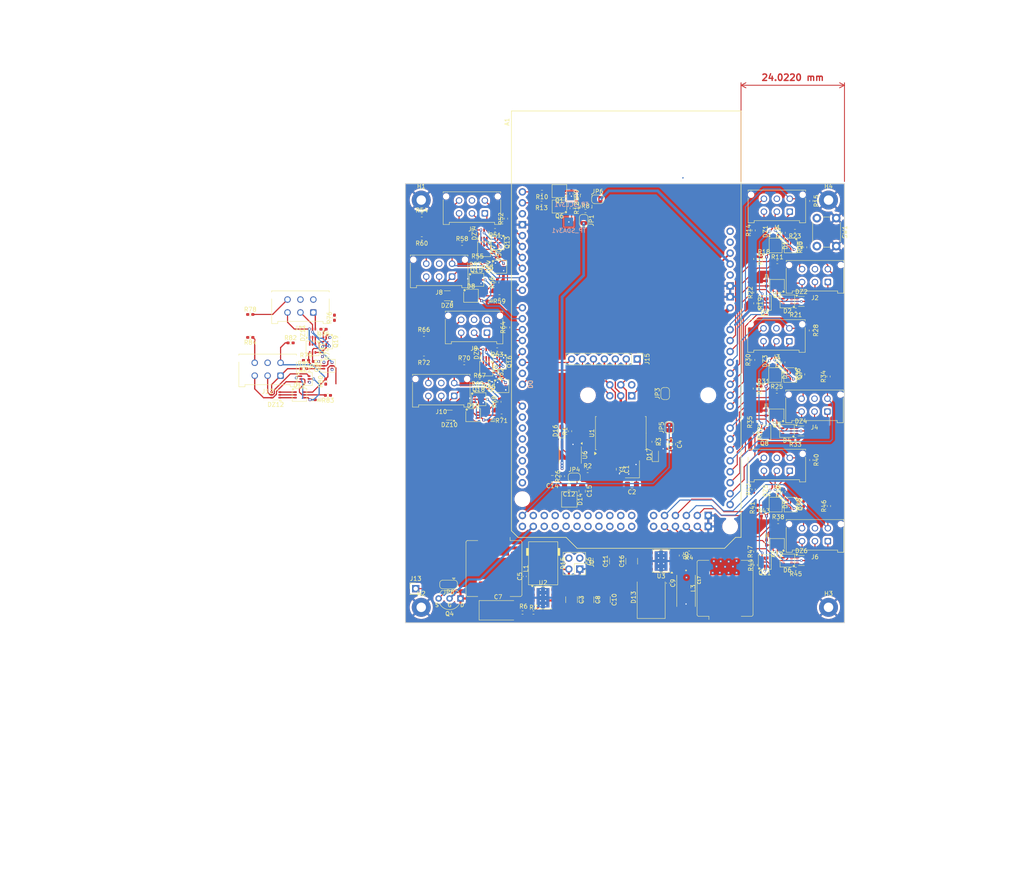
<source format=kicad_pcb>
(kicad_pcb (version 20240108) (generator "pcbnew") (generator_version "8.0")
  (layers (0 "F.Cu" signal) (31 "B.Cu" signal) (34 "B.Paste" user) (35 "F.Paste" user) (36 "B.SilkS" user "B.Silkscreen") (37 "F.SilkS" user "F.Silkscreen") (38 "B.Mask" user) (39 "F.Mask" user) (44 "Edge.Cuts" user))
  (net 0 "")
  (net 2 "button5_1")
  (net 3 "button3_3")
  (net 4 "button6_2")
  (net 5 "Net-(D15-K)")
  (net 8 "button4_1")
  (net 10 "Net-(D13-K)")
  (net 11 "button3_0")
  (net 14 "button5_3")
  (net 15 "button5_2")
  (net 17 "MCU_5V")
  (net 20 "+5V")
  (net 21 "button4_0")
  (net 22 "MCU_MISO")
  (net 24 "button4_2")
  (net 26 "button1_0")
  (net 29 "CAN_CS")
  (net 32 "MCU_SCL")
  (net 33 "button6_3")
  (net 34 "button5_0")
  (net 35 "button1_1")
  (net 37 "MCU_CLK")
  (net 38 "+12V")
  (net 39 "button6_0")
  (net 41 "GND")
  (net 43 "button3_2")
  (net 44 "Net-(A1-D0{slash}RX0)")
  (net 46 "button2_0")
  (net 49 "LED_PWM_controller")
  (net 50 "button4_3")
  (net 51 "button1_2")
  (net 52 "button1_3")
  (net 53 "MCU_SDA")
  (net 54 "button2_3")
  (net 55 "button3_1")
  (net 56 "~{INT}")
  (net 57 "button2_2")
  (net 58 "+3.3V")
  (net 60 "button6_1")
  (net 61 "~{RESET}")
  (net 62 "button2_1")
  (net 65 "MCU_MOSI")
  (net 66 "Net-(U1-OSC2)")
  (net 67 "Net-(U1-OSC1)")
  (net 68 "Net-(JP5-A)")
  (net 69 "Net-(U2-BOOT)")
  (net 70 "CAN_H")
  (net 71 "CAN_L")
  (net 72 "+7V")
  (net 73 "Net-(U3-BOOT)")
  (net 74 "Net-(U1-RXCAN)")
  (net 75 "Net-(U1-TXCAN)")
  (net 76 "Net-(DZ1B-C2)")
  (net 77 "Net-(DZ1C-C3)")
  (net 78 "Net-(DZ1A-C1)")
  (net 79 "Net-(DZ2B-C2)")
  (net 80 "Net-(DZ2C-C3)")
  (net 81 "Net-(DZ2A-C1)")
  (net 82 "Net-(J1-Pin_6)")
  (net 83 "Net-(J2-Pin_6)")
  (net 84 "Net-(JP8-B)")
  (net 85 "SDO")
  (net 86 "Net-(JP6-A)")
  (net 87 "button8_3")
  (net 88 "SDA_3V")
  (net 89 "SCL_3V")
  (net 90 "Net-(U6-S)")
  (net 91 "Net-(U3-VSENSE)")
  (net 92 "Net-(U2-VSENSE)")
  (net 93 "Net-(JP4-A)")
  (net 94 "Net-(JP3-A)")
  (net 99 "Net-(Q5B-D2)")
  (net 100 "MCU_GND")
  (net 107 "CAN_INT")
  (net 113 "INT1")
  (net 115 "INT2")
  (net 119 "Net-(Q3B-D2)")
  (net 120 "LED_PWM")
  (net 121 "button7_1")
  (net 122 "button8_2")
  (net 123 "button8_0")
  (net 124 "button7_3")
  (net 125 "button8_1")
  (net 126 "Net-(D1C-A3)")
  (net 127 "Net-(D1B-A3)")
  (net 128 "Net-(D1A-A3)")
  (net 129 "Net-(D2B-A3)")
  (net 130 "Net-(D2C-A3)")
  (net 131 "Net-(D2A-A3)")
  (net 133 "button7_0")
  (net 136 "button7_2")
  (net 139 "Net-(JP8-C)")
  (net 140 "+5V_MCU")
  (net 141 "Net-(D16-Pad2)")
  (net 142 "Net-(D17-Pad2)")
  (net 143 "Net-(D5C-A3)")
  (net 145 "Net-(D5B-A3)")
  (net 146 "Net-(D5A-A3)")
  (net 147 "Net-(D6C-A3)")
  (net 148 "Net-(D6B-A3)")
  (net 149 "Net-(D6A-A3)")
  (net 150 "Net-(D7A-A3)")
  (net 151 "button9_3")
  (net 152 "Net-(D7B-A3)")
  (net 153 "button9_1")
  (net 154 "Net-(D7C-A3)")
  (net 155 "button9_2")
  (net 156 "Net-(D8B-A3)")
  (net 157 "button10_1")
  (net 158 "Net-(D8C-A3)")
  (net 159 "button10_3")
  (net 160 "button10_2")
  (net 161 "Net-(D8A-A3)")
  (net 162 "Net-(D9C-A3)")
  (net 163 "Net-(D9A-A3)")
  (net 164 "Net-(D9B-A3)")
  (net 165 "button11_2")
  (net 166 "button11_3")
  (net 167 "button11_1")
  (net 168 "button12_1")
  (net 169 "Net-(D10C-A3)")
  (net 170 "Net-(D10A-A3)")
  (net 171 "Net-(D10B-A3)")
  (net 172 "button12_3")
  (net 173 "button12_2")
  (net 174 "Net-(D11C-A3)")
  (net 175 "button9_0")
  (net 176 "button10_0")
  (net 177 "Net-(D11A-A3)")
  (net 178 "Net-(D11B-A3)")
  (net 179 "button11_0")
  (net 180 "Net-(D12B-A3)")
  (net 181 "button12_0")
  (net 182 "Net-(D12C-A3)")
  (net 183 "Net-(D12A-A3)")
  (net 184 "Net-(DZ5A-C1)")
  (net 185 "Net-(DZ5B-C2)")
  (net 186 "Net-(DZ5C-C3)")
  (net 187 "Net-(DZ6A-C1)")
  (net 188 "Net-(DZ6C-C3)")
  (net 189 "Net-(DZ6B-C2)")
  (net 190 "Net-(DZ7A-C1)")
  (net 191 "Net-(DZ7B-C2)")
  (net 192 "Net-(DZ7C-C3)")
  (net 193 "Net-(DZ8A-C1)")
  (net 194 "Net-(DZ8C-C3)")
  (net 195 "Net-(DZ8B-C2)")
  (net 196 "Net-(DZ9A-C1)")
  (net 197 "Net-(DZ9C-C3)")
  (net 198 "Net-(DZ9B-C2)")
  (net 199 "Net-(DZ10B-C2)")
  (net 200 "Net-(DZ10A-C1)")
  (net 201 "Net-(DZ10C-C3)")
  (net 202 "Net-(DZ11C-C3)")
  (net 203 "Net-(DZ11A-C1)")
  (net 204 "Net-(DZ11B-C2)")
  (net 205 "Net-(DZ12C-C3)")
  (net 206 "Net-(DZ12A-C1)")
  (net 207 "Net-(DZ12B-C2)")
  (net 208 "Net-(J5-Pin_6)")
  (net 209 "Net-(J6-Pin_6)")
  (net 210 "Net-(J7-Pin_6)")
  (net 211 "Net-(J8-Pin_6)")
  (net 212 "Net-(J9-Pin_6)")
  (net 213 "Net-(J10-Pin_6)")
  (net 214 "Net-(J11-Pin_6)")
  (net 215 "Net-(J12-Pin_6)")
  (net 216 "Net-(Q10B-D2)")
  (net 217 "Net-(Q11B-D2)")
  (net 218 "Net-(Q13B-D2)")
  (net 219 "Net-(Q14B-D2)")
  (net 220 "Net-(Q16B-D2)")
  (net 221 "Net-(Q17B-D2)")
  (net 222 "Net-(Q19B-D2)")
  (net 223 "Net-(Q20B-D2)")
  (net 224 "Net-(D3C-A3)")
  (net 225 "Net-(D3A-A3)")
  (net 226 "Net-(D3B-A3)")
  (net 227 "Net-(D4C-A3)")
  (net 228 "Net-(D4B-A3)")
  (net 229 "Net-(D4A-A3)")
  (net 230 "Net-(DZ3A-C1)")
  (net 231 "Net-(DZ3C-C3)")
  (net 232 "Net-(DZ3B-C2)")
  (net 233 "Net-(DZ4C-C3)")
  (net 234 "Net-(DZ4B-C2)")
  (net 235 "Net-(DZ4A-C1)")
  (net 236 "Net-(J3-Pin_6)")
  (net 237 "Net-(J4-Pin_6)")
  (net 238 "Net-(Q7B-D2)")
  (net 239 "Net-(Q8B-D2)")
  (footprint "Capacitor_SMD:C_1210_3225Metric_Pad1.33x2.70mm_HandSolder" (layer "F.Cu") (at 220.98 125.802 90)
    (property "Reference" "C16")
    (property "Value" "GRM32ER61E226KE15L")
  )
  (footprint "Inductor_SMD:L_Bourns_SRR1208_12.7x12.7mm" (layer "F.Cu") (at 188.976 127.508 -90)
    (property "Reference" "L1")
    (property "Value" "15uH")
  )
  (footprint "MountingHole:MountingHole_2.2mm_M2_Pad" (layer "F.Cu") (at 172.085 41.91)
    (property "Reference" "H1")
    (property "Value" "MountingHole_Pad")
  )
  (footprint "Resistor_SMD:R_0402_1005Metric_Pad0.72x0.64mm_HandSolder" (layer "F.Cu") (at 189.472376 82.372803 -90)
    (property "Reference" "R62")
    (property "Value" "10k")
  )
  (footprint "Resistor_SMD:R_0402_1005Metric_Pad0.72x0.64mm_HandSolder" (layer "F.Cu") (at 256.296487 49.516174 90)
    (property "Reference" "R17")
    (property "Value" "180")
  )
  (footprint "Inductor_SMD:L_Bourns_SRR1208_12.7x12.7mm" (layer "F.Cu") (at 242.665176 132.109854 90)
    (property "Reference" "L3")
    (property "Value" "15uH")
  )
  (footprint "Resistor_SMD:R_0402_1005Metric_Pad0.72x0.64mm_HandSolder" (layer "F.Cu") (at 252.3 61.3 -90)
    (property "Reference" "R24")
    (property "Value" "10k")
  )
  (footprint "Package_TO_SOT_SMD:SOT-363_SC-70-6" (layer "F.Cu") (at 254.3 109.42994 90)
    (property "Reference" "DZ5")
    (property "Value" "BZX84C3V3TS-7-F")
  )
  (footprint "Connector_Molex:Molex_Micro-Fit_3.0_43045-0612_2x03_P3.00mm_Vertical" (layer "F.Cu") (at 266.45 91.05 180)
    (property "Reference" "J4")
    (property "Value" "Button 1 molex-µfit connector")
  )
  (footprint "Package_SO:SOIC-18W_7.5x11.6mm_P1.27mm" (layer "F.Cu") (at 218.44 96.0628 90)
    (property "Reference" "U1")
    (property "Value" "MCP2515-xSO")
  )
  (footprint "Resistor_SMD:R_0402_1005Metric_Pad0.72x0.64mm_HandSolder" (layer "F.Cu") (at 132.362 68.485999)
    (property "Reference" "R78")
    (property "Value" "100")
  )
  (footprint "Resistor_SMD:R_0402_1005Metric_Pad0.72x0.64mm_HandSolder" (layer "F.Cu") (at 185.662376 83.859303)
    (property "Reference" "R67")
    (property "Value" "10k")
  )
  (footprint "Package_TO_SOT_SMD:SOT-363_SC-70-6" (layer "F.Cu") (at 187.171376 77.525303 90)
    (property "Reference" "DZ9")
    (property "Value" "BZX84C3V3TS-7-F" (hide yes))
  )
  (footprint "Resistor_SMD:R_0402_1005Metric_Pad0.72x0.64mm_HandSolder" (layer "F.Cu") (at 258.9 49.1 180)
    (property "Reference" "R23")
    (property "Value" "10k")
  )
  (footprint "PCM_Package_TO_SOT_SMD_AKL:SOT-23" (layer "F.Cu") (at 206.4879 111.4392 -90)
    (property "Reference" "D14")
    (property "Value" "PESD1CAN" (hide yes))
  )
  (footprint "Resistor_SMD:R_0402_1005Metric_Pad0.72x0.64mm_HandSolder" (layer "F.Cu") (at 147.602 79.407999 180)
    (property "Reference" "R77")
    (property "Value" "10k")
  )
  (footprint "Resistor_SMD:R_0402_1005Metric_Pad0.72x0.64mm_HandSolder" (layer "F.Cu") (at 262.6 72.2 -90)
    (property "Reference" "R28")
    (property "Value" "10k")
  )
  (footprint "Capacitor_SMD:C_1210_3225Metric_Pad1.33x2.70mm_HandSolder" (layer "F.Cu") (at 214.63 134.75 -90)
    (property "Reference" "C10")
    (property "Value" "GRM32ER61E226KE15L")
  )
  (footprint "Jumper:SolderJumper-2_P1.3mm_Bridged_RoundedPad1.0x1.5mm" (layer "F.Cu") (at 207.6307 106.3244)
    (property "Reference" "JP4")
    (property "Value" "~")
  )
  (footprint "Connector_Molex:Molex_Micro-Fit_3.0_43045-0612_2x03_P3.00mm_Vertical" (layer "F.Cu") (at 186.865 45 180)
    (property "Reference" "J7")
    (property "Value" "Button 1 molex-µfit connector")
  )
  (footprint "Resistor_SMD:R_0402_1005Metric_Pad0.72x0.64mm_HandSolder" (layer "F.Cu") (at 187.948376 84.113303 180)
    (property "Reference" "R65")
    (property "Value" "10k")
  )
  (footprint "Connector_Molex:Molex_Micro-Fit_3.0_43045-0612_2x03_P3.00mm_Vertical" (layer "F.Cu") (at 187.361376 72.725303 180)
    (property "Reference" "J9")
    (property "Value" "Button 1 molex-µfit connector")
  )
  (footprint "Resistor_SMD:R_0402_1005Metric_Pad0.72x0.64mm_HandSolder" (layer "F.Cu") (at 204.9995 106.0583 90)
    (property "Reference" "R26")
    (property "Value" "120")
  )
  (footprint "Package_SO:TI_SO-PowerPAD-8_ThermalVias" (layer "F.Cu") (at 227.805 125.765 180)
    (property "Reference" "U3")
    (property "Value" "TPS5430DDA")
  )
  (footprint "Capacitor_SMD:C_1210_3225Metric_Pad1.33x2.70mm_HandSolder" (layer "F.Cu") (at 217.17 125.802 90)
    (property "Reference" "C11")
    (property "Value" "GRM32ER61E226KE15L")
  )
  (footprint "PCM_Package_TO_SOT_SMD_AKL:SOT-363_SC-70-6" (layer "F.Cu") (at 150 74.774999 -90)
    (property "Reference" "Q19")
    (property "Value" "2N7002DW" (hide yes))
  )
  (footprint "Resistor_SMD:R_0402_1005Metric_Pad0.72x0.64mm_HandSolder" (layer "F.Cu") (at 266.7 82.8975 90)
    (property "Reference" "R34")
    (property "Value" "100")
  )
  (footprint "MountingHole:MountingHole_2.2mm_M2_Pad" (layer "F.Cu") (at 172.085 136.525)
    (property "Reference" "H2")
    (property "Value" "MountingHole_Pad")
  )
  (footprint "PCM_Package_TO_SOT_SMD_AKL:SOT-363_SC-70-6" (layer "F.Cu") (at 257.814556 82.55621 -90)
    (property "Reference" "Q7")
    (property "Value" "2N7002DW" (hide yes))
  )
  (footprint "Resistor_SMD:R_0402_1005Metric_Pad0.72x0.64mm_HandSolder" (layer "F.Cu") (at 207.01 43.815 -90)
    (property "Reference" "R12")
    (property "Value" "10k")
  )
  (footprint "Resistor_SMD:R_0402_1005Metric_Pad0.72x0.64mm_HandSolder" (layer "F.Cu") (at 144.808 81.077611)
    (property "Reference" "R81")
    (property "Value" "180")
  )
  (footprint "PCM_Package_TO_SOT_SMD_AKL:SOT-363_SC-70-6" (layer "F.Cu") (at 190.346376 79.480303 -90)
    (property "Reference" "Q16")
    (property "Value" "2N7002DW" (hide yes))
  )
  (footprint "Connector_Molex:Molex_Micro-Fit_3.0_43045-0612_2x03_P3.00mm_Vertical" (layer "F.Cu") (at 257.6 74.7 180)
    (property "Reference" "J3")
    (property "Value" "Button 1 molex-µfit connector")
  )
  (footprint "Diode_SMD:D_SMC" (layer "F.Cu") (at 225.5 134.2 90)
    (property "Reference" "D13")
    (property "Value" "B220-13-F")
  )
  (footprint "Package_TO_SOT_SMD:SOT-363_SC-70-6" (layer "F.Cu") (at 260.4 125.65)
    (property "Reference" "DZ6")
    (property "Value" "BZX84C3V3TS-7-F")
  )
  (footprint "PCM_Package_TO_SOT_SMD_AKL:SOT-363_SC-70-6" (layer "F.Cu") (at 257.15 65.4525 180)
    (property "Reference" "D2")
    (property "Value" "BAS16VYs" (hide yes))
  )
  (footprint "Resistor_SMD:R_0402_1005Metric_Pad0.72x0.64mm_HandSolder" (layer "F.Cu") (at 210.234154 44.449999)
    (property "Reference" "R8")
    (property "Value" "10k")
  )
  (footprint "Resistor_SMD:R_0402_1005Metric_Pad0.72x0.64mm_HandSolder" (layer "F.Cu") (at 249.3 109.15 90)
    (property "Reference" "R42")
    (property "Value" "100")
  )
  (footprint "Resistor_SMD:R_0402_1005Metric_Pad0.72x0.64mm_HandSolder" (layer "F.Cu") (at 185.166 56.134)
    (property "Reference" "R55")
    (property "Value" "10k")
  )
  (footprint "PCM_Package_TO_SOT_SMD_AKL:SOT-363_SC-70-6" (layer "F.Cu") (at 257.05 95.55 180)
    (property "Reference" "D4")
    (property "Value" "BAS16VYs" (hide yes))
  )
  (footprint "PCM_Package_TO_SOT_SMD_AKL:SOT-363_SC-70-6" (layer "F.Cu") (at 187.171376 81.065303 -90)
    (property "Reference" "D9")
    (property "Value" "BAS16VYs" (hide yes))
  )
  (footprint "Resistor_SMD:R_0402_1005Metric_Pad0.72x0.64mm_HandSolder" (layer "F.Cu") (at 172.708376 78.525303 180)
    (property "Reference" "R72")
    (property "Value" "10k")
  )
  (footprint "Button_Switch_THT:SW_PUSH_6mm" (layer "F.Cu") (at 268.5 46.1 -90)
    (property "Reference" "SW1")
    (property "Value" "Push_Button")
  )
  (footprint "Connector_PinSocket_2.54mm:PinSocket_2x02_P2.54mm_Vertical" (layer "F.Cu") (at 208.915 127.635 -90)
    (property "Reference" "J0")
    (property "Value" "Quick_connector")
  )
  (footprint "Capacitor_SMD:C_0805_2012Metric_Pad1.18x1.45mm_HandSolder" (layer "F.Cu") (at 228.3 98.6375 -90)
    (property "Reference" "C13")
    (property "Value" "0.1uF")
  )
  (footprint "Resistor_SMD:R_0402_1005Metric_Pad0.72x0.64mm_HandSolder" (layer "F.Cu") (at 256.296487 109.713674 90)
    (property "Reference" "R39")
    (property "Value" "180")
  )
  (footprint "Resistor_SMD:R_0402_1005Metric_Pad0.72x0.64mm_HandSolder" (layer "F.Cu") (at 210.7399 104.8512)
    (property "Reference" "R2")
    (property "Value" "10k")
  )
  (footprint "Resistor_SMD:R_0402_1005Metric_Pad0.72x0.64mm_HandSolder" (layer "F.Cu") (at 251.5975 85.2)
    (property "Reference" "R31")
    (property "Value" "10k")
  )
  (footprint "Connector_Molex:Molex_Micro-Fit_3.0_43045-0612_2x03_P3.00mm_Vertical" (layer "F.Cu") (at 257.7 44.6025 180)
    (property "Reference" "J1")
    (property "Value" "Button 1 molex-µfit connector")
  )
  (footprint "Jumper:SolderJumper-2_P1.3mm_Open_RoundedPad1.0x1.5mm" (layer "F.Cu") (at 209.823321 46.653269 -90)
    (property "Reference" "JP1")
    (property "Value" "~")
  )
  (footprint "Package_TO_SOT_SMD:SOT-363_SC-70-6" (layer "F.Cu") (at 178.616376 91.875303 180)
    (property "Reference" "DZ10")
    (property "Value" "BZX84C3V3TS-7-F")
  )
  (footprint "PCM_Package_TO_SOT_SMD_AKL:SOT-363_SC-70-6" (layer "F.Cu") (at 257.914556 112.65621 -90)
    (property "Reference" "Q10")
    (property "Value" "2N7002DW" (hide yes))
  )
  (footprint "Capacitor_SMD:C_1210_3225Metric_Pad1.33x2.70mm_HandSolder" (layer "F.Cu") (at 207.01 134.75 -90)
    (property "Reference" "C3")
    (property "Value" "GRM32ER61E226KE15L")
  )
  (footprint "PCM_Capacitor_Tantalum_SMD_AKL:CAP_10TPB220ML" (layer "F.Cu") (at 233.6 132.7 -90)
    (property "Reference" "C17")
    (property "Value" "10TPB220ML")
  )
  (footprint "Resistor_SMD:R_0402_1005Metric_Pad0.72x0.64mm_HandSolder" (layer "F.Cu") (at 206.6544 95.6056 90)
    (property "Reference" "R1")
    (property "Value" "1k")
  )
  (footprint "Resistor_SMD:R_0402_1005Metric_Pad0.72x0.64mm_HandSolder" (layer "F.Cu") (at 226.06 98.0561 -90)
    (property "Reference" "R3")
    (property "Value" "1k")
  )
  (footprint "PCM_Package_TO_SOT_SMD_AKL:SOT-363_SC-70-6" (layer "F.Cu") (at 189.85 51.755 -90)
    (property "Reference" "Q13")
    (property "Value" "2N7002DW" (hide yes))
  )
  (footprint "PCM_Package_TO_SOT_SMD_AKL:SOT-363_SC-70-6" (layer "F.Cu") (at 143.792 87.169999)
    (property "Reference" "D12")
    (property "Value" "BAS16VYs" (hide yes))
  )
  (footprint "Resistor_SMD:R_0402_1005Metric_Pad0.72x0.64mm_HandSolder" (layer "F.Cu") (at 172.708376 73.191303)
    (property "Reference" "R66")
    (property "Value" "100")
  )
  (footprint "Package_TO_SOT_SMD:SOT-363_SC-70-6" (layer "F.Cu") (at 254.3 49.23244 90)
    (property "Reference" "DZ1")
    (property "Value" "BZX84C3V3TS-7-F")
  )
  (footprint "PCM_Package_TO_SOT_SMD_AKL:SOT-363_SC-70-6" (layer "F.Cu") (at 254.75 122.05 180)
    (property "Reference" "Q12")
    (property "Value" "2N7002DW" (hide yes))
  )
  (footprint "Resistor_SMD:R_0402_1005Metric_Pad0.72x0.64mm_HandSolder" (layer "F.Cu") (at 249.7 55.5975 -90)
    (property "Reference" "R16")
    (property "Value" "10k")
  )
  (footprint "MountingHole:MountingHole_2.2mm_M2_Pad" (layer "F.Cu") (at 266.7 41.91)
    (property "Reference" "H4")
    (property "Value" "MountingHole_Pad")
  )
  (footprint "Connector_Molex:Molex_Micro-Fit_3.0_43045-0612_2x03_P3.00mm_Vertical" (layer "F.Cu") (at 139.395 82.709999 180)
    (property "Reference" "J12")
    (property "Value" "Button 1 molex-µfit connector")
  )
  (footprint "Resistor_SMD:R_0402_1005Metric_Pad0.72x0.64mm_HandSolder" (layer "F.Cu") (at 262.7 42.1025 -90)
    (property "Reference" "R15")
    (property "Value" "10k")
  )
  (footprint "Capacitor_SMD:C_0402_1005Metric_Pad0.74x0.62mm_HandSolder" (layer "F.Cu") (at 196.1388 129.3368 90)
    (property "Reference" "C5")
    (property "Value" "10nF")
  )
  (footprint "Resistor_SMD:R_0402_1005Metric_Pad0.72x0.64mm_HandSolder" (layer "F.Cu") (at 149.38 71.914999 180)
    (property "Reference" "R75")
    (property "Value" "180")
  )
  (footprint "LED_SMD:LED_0603_1608Metric_Pad1.05x0.95mm_HandSolder" (layer "F.Cu") (at 226.4664 101.0018 90)
    (property "Reference" "D17")
    (property "Value" "KT-0603R")
  )
  (footprint "Resistor_SMD:R_0402_1005Metric_Pad0.72x0.64mm_HandSolder" (layer "F.Cu") (at 252.2 91.3975 -90)
    (property "Reference" "R37")
    (property "Value" "10k")
  )
  (footprint "Resistor_SMD:R_0402_1005Metric_Pad0.72x0.64mm_HandSolder" (layer "F.Cu") (at 191.77 46.228 90)
    (property "Reference" "R52")
    (property "Value" "10k")
  )
  (footprint "Jumper:SolderJumper-3_P1.3mm_Bridged12_RoundedPad1.0x1.5mm" (layer "F.Cu") (at 178.4304 131.2164 180)
    (property "Reference" "JP8")
    (property "Value" "~")
  )
  (footprint "Resistor_SMD:R_0402_1005Metric_Pad0.72x0.64mm_HandSolder" (layer "F.Cu") (at 249.3 48.9525 90)
    (property "Reference" "R14")
    (property "Value" "100")
  )
  (footprint "PCM_Package_TO_SOT_SMD_AKL:SOT-363_SC-70-6" (layer "F.Cu") (at 257.15 125.65 180)
    (property "Reference" "D6")
    (property "Value" "BAS16VYs" (hide yes))
  )
  (footprint "Resistor_SMD:R_0402_1005Metric_Pad0.72x0.64mm_HandSolder" (layer "F.Cu") (at 249.7 123.595 90)
    (property "Reference" "R47")
    (property "Value" "10k")
  )
  (footprint "Connector_Molex:Molex_Micro-Fit_3.0_43045-0612_2x03_P3.00mm_Vertical" (layer "F.Cu") (at 147.015 68.019999 180)
    (property "Reference" "J11")
    (property "Value" "Button 1 molex-µfit connector")
  )
  (footprint "Resistor_SMD:R_0402_1005Metric_Pad0.72x0.64mm_HandSolder" (layer "F.Cu") (at 195.6175 137.7275)
    (property "Reference" "R6")
    (property "Value" "10k")
  )
  (footprint "Resistor_SMD:R_0402_1005Metric_Pad0.72x0.64mm_HandSolder" (layer "F.Cu") (at 141.7225 75.089999)
    (property "Reference" "R82")
    (property "Value" "100")
  )
  (footprint "Resistor_SMD:R_0402_1005Metric_Pad0.72x0.64mm_HandSolder" (layer "F.Cu") (at 189.23 48.895 180)
    (property "Reference" "R51")
    (property "Value" "180")
  )
  (footprint "Resistor_SMD:R_0402_1005Metric_Pad0.72x0.64mm_HandSolder" (layer "F.Cu") (at 149.888 84.069499 90)
    (property "Reference" "R80")
    (property "Value" "10k")
  )
  (footprint "PCM_Package_TO_SOT_SMD_AKL:SOT-363_SC-70-6" (layer "F.Cu") (at 254.414556 52.45871 -90)
    (property "Reference" "D1")
    (property "Value" "BAS16VYs" (hide yes))
  )
  (footprint "PCM_Package_TO_SOT_SMD_AKL:SOT-363_SC-70-6" (layer "F.Cu") (at 190.742376 85.129303)
    (property "Reference" "Q17")
    (property "Value" "2N7002DW" (hide yes))
  )
  (footprint "Resistor_SMD:R_0402_1005Metric_Pad0.72x0.64mm_HandSolder" (layer "F.Cu") (at 181.5725 52.07)
    (property "Reference" "R58")
    (property "Value" "100")
  )
  (footprint "PCM_Package_TO_SOT_SMD_AKL:SOT-363_SC-70-6" (layer "F.Cu") (at 186.675 53.34 -90)
    (property "Reference" "D7")
    (property "Value" "BAS16VYs" (hide yes))
  )
  (footprint "Package_TO_SOT_SMD:SOT-363_SC-70-6" (layer "F.Cu") (at 260.3 95.55)
    (property "Reference" "DZ4")
    (property "Value" "BZX84C3V3TS-7-F")
  )
  (footprint "Package_SO:TI_SO-PowerPAD-8_ThermalVias" (layer "F.Cu") (at 200.373 134.2985)
    (property "Reference" "U2")
    (property "Value" "TPS5430DDA")
  )
  (footprint "Resistor_SMD:R_0402_1005Metric_Pad0.72x0.64mm_HandSolder" (layer "F.Cu") (at 151.92 69.247999 90)
    (property "Reference" "R76")
    (property "Value" "10k")
  )
  (footprint "Resistor_SMD:R_0402_1005Metric_Pad0.72x0.64mm_HandSolder" (layer "F.Cu") (at 260.9 112.4975 90)
    (property "Reference" "R48")
    (property "Value" "10k")
  )
  (footprint "Resistor_SMD:R_0402_1005Metric_Pad0.72x0.64mm_HandSolder" (layer "F.Cu") (at 145.316 79.153999)
    (property "Reference" "R79")
    (property "Value" "10k")
  )
  (footprint "Resistor_SMD:R_0402_1005Metric_Pad0.72x0.64mm_HandSolder" (layer "F.Cu") (at 184.658 58.057612)
    (property "Reference" "R57")
    (property "Value" "180")
  )
  (footprint "PCM_Package_TO_SOT_SMD_AKL:SOT-363_SC-70-6" (layer "F.Cu") (at 146.825 76.359999 -90)
    (property "Reference" "D11")
    (property "Value" "BAS16VYs" (hide yes))
  )
  (footprint "Resistor_SMD:R_0402_1005Metric_Pad0.72x0.64mm_HandSolder" (layer "F.Cu") (at 249.2 79.05 90)
    (property "Reference" "R30")
    (property "Value" "100")
  )
  (footprint "Resistor_SMD:R_0402_1005Metric_Pad0.72x0.64mm_HandSolder" (layer "F.Cu") (at 150.396 87.281999 180)
    (property "Reference" "R83")
    (property "Value" "10k")
  )
  (footprint "Crystal:Crystal_SMD_3225-4Pin_3.2x2.5mm" (layer "F.Cu") (at 221.1324 104.4448 90)
    (property "Reference" "Y1")
    (property "Value" "16MHz")
  )
  (footprint "Jumper:SolderJumper-2_P1.3mm_Open_RoundedPad1.0x1.5mm" (layer "F.Cu") (at 213.064294 41.722917)
    (property "Reference" "JP6")
    (property "Value" "~")
  )
  (footprint "Connector_Molex:Molex_Micro-Fit_3.0_43045-0612_2x03_P3.00mm_Vertical" (layer "F.Cu") (at 257.7 104.8 180)
    (property "Reference" "J5")
    (property "Value" "Button 1 molex-µfit connector")
  )
  (footprint "Capacitor_SMD:C_0805_2012Metric_Pad1.18x1.45mm_HandSolder" (layer "F.Cu") (at 230.4336 98.6375 -90)
    (property "Reference" "C4")
    (property "Value" "0.1uF")
  )
  (footprint "PCM_Package_TO_SOT_SMD_AKL:SOT-363_SC-70-6" (layer "F.Cu") (at 251.9 126 90)
    (property "Reference" "Q11")
    (property "Value" "2N7002DW" (hide yes))
  )
  (footprint "Resistor_SMD:R_0402_1005Metric_Pad0.72x0.64mm_HandSolder" (layer "F.Cu") (at 249.8 126.7 90)
    (property "Reference" "R44")
    (property "Value" "10k")
  )
  (footprint "PCM_Diode_SMD_AKL:D_SMC" (layer "F.Cu") (at 200.406 126.2888 -90)
    (property "Reference" "D15")
    (property "Value" "30BQ040" (hide yes))
  )
  (footprint "Resistor_SMD:R_0402_1005Metric_Pad0.72x0.64mm_HandSolder" (layer "F.Cu") (at 249.7 65.9 -90)
    (property "Reference" "R19")
    (property "Value" "10k")
  )
  (footprint "Connector_Molex:Molex_Micro-Fit_3.0_43045-0612_2x03_P3.00mm_Vertical" (layer "F.Cu") (at 266.55 121.15 180)
    (property "Reference" "J6")
    (property "Value" "Button 1 molex-µfit connector")
  )
  (footprint "PCM_Package_TO_SOT_SMD_AKL:SOT-363_SC-70-6" (layer "F.Cu") (at 184.912 60.452)
    (property "Reference" "Q15")
    (property "Value" "2N7002DW" (hide yes))
  )
  (footprint "Resistor_SMD:R_0402_1005Metric_Pad0.72x0.64mm_HandSolder" (layer "F.Cu") (at 149.126 77.667499 -90)
    (property "Reference" "R74")
    (property "Value" "10k")
  )
  (footprint "PCM_Package_TO_SOT_SMD_AKL:SOT-363_SC-70-6" (layer "F.Cu") (at 254.65 91.95 180)
    (property "Reference" "Q9")
    (property "Value" "2N7002DW" (hide yes))
  )
  (footprint "Resistor_SMD:R_0402_1005Metric_Pad0.72x0.64mm_HandSolder" (layer "F.Cu") (at 189.726376 76.620303 180)
    (property "Reference" "R63")
    (property "Value" "180")
  )
  (footprint "Resistor_SMD:R_0402_1005Metric_Pad0.72x0.64mm_HandSolder" (layer "F.Cu") (at 252.3 121.4975 -90)
    (property "Reference" "R49")
    (property "Value" "10k")
  )
  (footprint "PCM_Package_TO_SOT_SMD_AKL:SOT-363_SC-70-6" (layer "F.Cu") (at 251.9 65.8025 90)
    (property "Reference" "Q3")
    (property "Value" "2N7002DW" (hide yes))
  )
  (footprint "Resistor_SMD:R_0402_1005Metric_Pad0.72x0.64mm_HandSolder" (layer "F.Cu") (at 232.41 124.4975 -90)
    (property "Reference" "R5")
    (property "Value" "FRC0402F2101TS")
  )
  (footprint "Connector_Molex:Molex_Micro-Fit_3.0_43045-0612_2x03_P3.00mm_Vertical" (layer "F.Cu") (at 266.55 60.9525 180)
    (property "Reference" "J2")
    (property "Value" "Button 1 molex-µfit connector")
  )
  (footprint "Package_TO_SOT_SMD:SOT-363_SC-70-6" (layer "F.Cu") (at 138.27 87.169999 180)
    (property "Reference" "DZ12")
    (property "Value" "BZX84C3V3TS-7-F")
  )
  (footprint "Resistor_SMD:R_0402_1005Metric_Pad0.72x0.64mm_HandSolder" (layer "F.Cu") (at 192.266376 71.5 90)
    (property "Reference" "R64")
    (property "Value" "10k")
  )
  (footprint "Resistor_SMD:R_0402_1005Metric_Pad0.72x0.64mm_HandSolder" (layer "F.Cu") (at 251.6975 115.3)
    (property "Reference" "R43")
    (property "Value" "10k")
  )
  (footprint "Resistor_SMD:R_0402_1005Metric_Pad0.72x0.64mm_HandSolder" (layer "F.Cu") (at 266.8 112.9975 90)
    (property "Reference" "R46")
    (property "Value" "100")
  )
  (footprint "LED_SMD:LED_0603_1608Metric_Pad1.05x0.95mm_HandSolder" (layer "F.Cu") (at 204.6732 95.504 90)
    (property "Reference" "D16")
    (property "Value" "KT-0603R")
  )
  (footprint "PCM_Package_TO_SOT_SMD_AKL:SOT-363_SC-70-6" (layer "F.Cu") (at 254.75 61.8525 180)
    (property "Reference" "Q2")
    (property "Value" "2N7002DW" (hide yes))
  )
  (footprint "Resistor_SMD:R_0402_1005Metric_Pad0.72x0.64mm_HandSolder" (layer "F.Cu") (at 259.1 67.4025 180)
    (property "Reference" "R21")
    (property "Value" "180")
  )
  (footprint "MountingHole:MountingHole_2.2mm_M2_Pad" (layer "F.Cu") (at 266.7 136.525)
    (property "Reference" "H3")
    (property "Value" "MountingHole_Pad")
  )
  (footprint "Package_TO_SOT_SMD:SOT-363_SC-70-6" (layer "F.Cu") (at 260.4 65.4525)
    (property "Reference" "DZ2")
    (property "Value" "BZX84C3V3TS-7-F")
  )
  (footprint "Resistor_SMD:R_0402_1005Metric_Pad0.72x0.64mm_HandSolder" (layer "F.Cu") (at 260.8 82.3975 90)
    (property "Reference" "R36")
    (property "Value" "10k")
  )
  (footprint "Connector_PinHeader_2.54mm:PinHeader_1x07_P2.54mm_Vertical" (layer "F.Cu") (at 222.25 78.8416 -90)
    (property "Reference" "J15")
    (property "Value" "CAN pin header")
  )
  (footprint "Resistor_SMD:R_0402_1005Metric_Pad0.72x0.64mm_HandSolder" (layer "F.Cu") (at 186.69 65.278 180)
    (property "Reference" "R61")
    (property "Value" "10k")
  )
  (footprint "Capacitor_SMD:C_0402_1005Metric_Pad0.74x0.62mm_HandSolder" (layer "F.Cu") (at 229.4 130.9 -90)
    (property "Reference" "C9")
    (property "Value" "10nF")
  )
  (footprint "Resistor_SMD:R_0402_1005Metric_Pad0.72x0.64mm_HandSolder" (layer "F.Cu") (at 172.212 45.466)
    (property "Reference" "R54")
    (property "Value" "100")
  )
  (footprint "Resistor_SMD:R_0402_1005Metric_Pad0.72x0.64mm_HandSolder" (layer "F.Cu") (at 249.6 93.495 90)
    (property "Reference" "R35")
    (property "Value" "10k")
  )
  (footprint "Package_TO_SOT_SMD:SOT-363_SC-70-6" (layer "F.Cu") (at 186.675 49.8 90)
    (property "Reference" "DZ7")
    (property "Value" "BZX84C3V3TS-7-F" (hide yes))
  )
  (footprint "Package_TO_SOT_SMD:SOT-363_SC-70-6" (layer "F.Cu") (at 178.12 64.15 180)
    (property "Reference" "DZ8")
    (property "Value" "BZX84C3V3TS-7-F")
  )
  (footprint "Resistor_SMD:R_0402_1005Metric_Pad0.72x0.64mm_HandSolder" (layer "F.Cu") (at 262.7 102.3 -90)
    (property "Reference" "R40")
    (property "Value" "10k")
  )
  (footprint "Resistor_SMD:R_0402_1005Metric_Pad0.72x0.64mm_HandSolder" (layer "F.Cu") (at 259 97.5 180)
    (property "Reference" "R33")
    (property "Value" "180")
  )
  (footprint "Jumper:SolderJumper-2_P1.3mm_Bridged_RoundedPad1.0x1.5mm" (layer "F.Cu") (at 229.7 94.75 90)
    (property "Reference" "JP5")
    (property "Value" "~")
  )
  (footprint "Capacitor_SMD:C_0805_2012Metric_Pad1.18x1.45mm_HandSolder" (layer "F.Cu") (at 202.5396 106.6292 180)
    (property "Reference" "C14")
    (property "Value" "14pF")
  )
  (footprint "Resistor_SMD:R_0402_1005Metric_Pad0.72x0.64mm_HandSolder" (layer "F.Cu") (at 190.234376 88.774803 90)
    (property "Reference" "R68")
    (property "Value" "10k")
  )
  (footprint "Resistor_SMD:R_0402_1005Metric_Pad0.72x0.64mm_HandSolder" (layer "F.Cu") (at 200.025 42.545 180)
    (property "Reference" "R13")
    (property "Value" "10k")
  )
  (footprint "Resistor_SMD:R_0402_1005Metric_Pad0.72x0.64mm_HandSolder" (layer "F.Cu") (at 189.738 61.0495 90)
    (property "Reference" "R56")
    (property "Value" "10k")
  )
  (footprint "Capacitor_SMD:C_0805_2012Metric_Pad1.18x1.45mm_HandSolder" (layer "F.Cu") (at 209.4699 109.5248 -90)
    (property "Reference" "C15")
    (property "Value" "14pF")
  )
  (footprint "Resistor_SMD:R_0402_1005Metric_Pad0.72x0.64mm_HandSolder" (layer "F.Cu") (at 200.126794 40.005 180)
    (property "Reference" "R10")
    (property "Value" "10k")
  )
  (footprint "Capacitor_SMD:C_0805_2012Metric_Pad1.18x1.45mm_HandSolder" (layer "F.Cu") (at 206.4219 108.5596 180)
    (property "Reference" "C12")
    (property "Value" "14pF")
  )
  (footprint "Resistor_SMD:R_0402_1005Metric_Pad0.72x0.64mm_HandSolder" (layer "F.Cu") (at 172.212 50.8 180)
    (property "Reference" "R60")
    (property "Value" "10k")
  )
  (footprint "PCM_Package_TO_SOT_SMD_AKL:SOT-363_SC-70-6" (layer "F.Cu") (at 183.642 64.15)
    (property "Reference" "D8")
    (property "Value" "BAS16VYs" (hide yes))
  )
  (footprint "Resistor_SMD:R_0402_1005Metric_Pad0.72x0.64mm_HandSolder" (layer "F.Cu") (at 206.976732 40.423309 -90)
    (property "Reference" "R9")
    (property "Value" "10k")
  )
  (footprint "Package_LGA:LGA-14_3x2.5mm_P0.5mm_LayoutBorder3x4y" (layer "F.Cu") (at 210.394191 42.138566 90)
    (property "Reference" "U5")
    (property "Value" "ISM330DHCX")
  )
  (footprint "Capacitor_SMD:C_1210_3225Metric_Pad1.33x2.70mm_HandSolder" (layer "F.Cu") (at 210.82 134.75 -90)
    (property "Reference" "C8")
    (property "Value" "GRM32ER61E226KE15L")
  )
  (footprint "Capacitor_SMD:C_0805_2012Metric_Pad1.18x1.45mm_HandSolder" (layer "F.Cu") (at 221.0308 108.0516 180)
    (property "Reference" "C2")
    (property "Value" "15pF")
  )
  (footprint "Resistor_SMD:R_0402_1005Metric_Pad0.72x0.64mm_HandSolder" (layer "F.Cu") (at 188.976 54.6475 -90)
    (property "Reference" "R50")
    (property "Value" "10k")
  )
  (footprint "PCM_Package_TO_SOT_SMD_AKL:SOT-363_SC-70-6" (layer "F.Cu") (at 254.314556 82.55621 -90)
    (property "Reference" "D3")
    (property "Value" "BAS16VYs" (hide yes))
  )
  (footprint "PCM_Package_TO_SOT_SMD_AKL:SOT-363_SC-70-6" (layer "F.Cu") (at 254.414556 112.65621 -90)
    (property "Reference" "D5")
    (property "Value" "BAS16VYs" (hide yes))
  )
  (footprint "Package_TO_SOT_SMD:SOT-363_SC-70-6" (layer "F.Cu") (at 146.825 72.819999 90)
    (property "Reference" "DZ11")
    (property "Value" "BZX84C3V3TS-7-F" (hide yes))
  )
  (footprint "Resistor_SMD:R_0402_1005Metric_Pad0.72x0.64mm_HandSolder" (layer "F.Cu") (at 254.7 86.3975)
    (property "Reference" "R25")
    (property "Value" "10k")
  )
  (footprint "Jumper:SolderJumper-2_P1.3mm_Bridged_RoundedPad1.0x1.5mm" (layer "F.Cu") (at 228.7524 86.8576 90)
    (property "Reference" "JP3")
    (property "Value" "~")
  )
  (footprint "Resistor_SMD:R_0402_1005Metric_Pad0.72x0.64mm_HandSolder" (layer "F.Cu") (at 251.6975 55.1025)
    (property "Reference" "R18")
    (property "Value" "10k")
  )
  (footprint "Resistor_SMD:R_0402_1005Metric_Pad0.72x0.64mm_HandSolder" (layer "F.Cu") (at 146.84 88.297999 180)
    (property "Reference" "R85")
    (property "Value" "10k")
  )
  (footprint "Resistor_SMD:R_0402_1005Metric_Pad0.72x0.64mm_HandSolder" (layer "F.Cu") (at 198.1575 137.7275)
    (property "Reference" "R7")
    (property "Value" "3.24k")
  )
  (footprint "PCM_Package_TO_SOT_SMD_AKL:SOT-363_SC-70-6" (layer "F.Cu") (at 150.396 80.423999)
    (property "Reference" "Q20")
    (property "Value" "2N7002DW" (hide yes))
  )
  (footprint "Resistor_SMD:R_0402_1005Metric_Pad0.72x0.64mm_HandSolder" (layer "F.Cu") (at 255 116.7)
    (property "Reference" "R38")
    (property "Value" "10k")
  )
  (footprint "Resistor_SMD:R_0402_1005Metric_Pad0.72x0.64mm_HandSolder" (layer "F.Cu") (at 190.246 64.262 180)
    (property "Reference" "R59")
    (property "Value" "10k")
  )
  (footprint "Resistor_SMD:R_0402_1005Metric_Pad0.72x0.64mm_HandSolder" (layer "F.Cu") (at 261.270904 52.877949 90)
    (property "Reference" "R20")
    (property "Value" "100")
  )
  (footprint "Resistor_SMD:R_0402_1005Metric_Pad0.72x0.64mm_HandSolder" (layer "F.Cu") (at 259.1 127.6 180)
    (property "Reference" "R45")
    (property "Value" "180")
  )
  (footprint "PCM_Package_TO_SOT_SMD_AKL:SOT-363_SC-70-6" (layer "F.Cu") (at 204.172517 39.817669 180)
    (property "Reference" "Q1")
    (property "Value" "BSS138BKS" (hide yes))
  )
  (footprint "PCM_Package_TO_SOT_SMD_AKL:SOT-363_SC-70-6" (layer "F.Cu") (at 190.246 57.404)
    (property "Reference" "Q14")
    (property "Value" "2N7002DW" (hide yes))
  )
  (footprint "PCM_Package_TO_SOT_THT_AKL:TO-92_Inline_Wide_DGS" (layer "F.Cu") (at 181.2036 134.4676 180)
    (property "Reference" "Q4")
    (property "Value" "BS170" (hide yes))
  )
  (footprint "Resistor_SMD:R_0402_1005Metric_Pad0.72x0.64mm_HandSolder" (layer "F.Cu") (at 187.452 56.388 180)
    (property "Reference" "R53")
    (property "Value" "10k")
  )
  (footprint "Resistor_SMD:R_0402_1005Metric_Pad0.72x0.64mm_HandSolder" (layer "F.Cu") (at 234.315 123.825 180)
    (property "Reference" "R4")
    (property "Value" "10k")
  )
  (footprint "PCM_Package_TO_SOT_SMD_AKL:SOT-363_SC-70-6" (layer "F.Cu") (at 257.914556 52.45871 -90)
    (property "Reference" "Q5")
    (property "Value" "2N7002DW" (hide yes))
  )
  (footprint "Resistor_SMD:R_0402_1005Metric_Pad0.72x0.64mm_HandSolder" (layer "F.Cu") (at 132.362 73.819999 180)
    (property "Reference" "R84")
    (property "Value" "10k")
  )
  (footprint "Resistor_SMD:R_0402_1005Metric_Pad0.72x0.64mm_HandSolder" (layer "F.Cu") (at 250.2 113.4 90)
    (property "Reference" "R41")
    (property "Value" "10k")
  )
  (footprint "Package_SO:SOIC-8_3.9x4.9mm_P1.27mm" (layer "F.Cu") (at 206.7052 101.1428 -90)
    (property "Reference" "U6")
    (property "Value" "TJA1051T-3")
  )
  (footprint "Resistor_SMD:R_0402_1005Metric_Pad0.72x0.64mm_HandSolder" (layer "F.Cu") (at 249.7 63.3975 90)
    (property "Reference" "R22")
    (property "Value" "10k")
  )
  (footprint "PCM_Package_TO_SOT_SMD_AKL:SOT-363_SC-70-6" (layer "F.Cu") (at 251.8 95.9 90)
    (property "Reference" "Q8")
    (property "Value" "2N7002DW" (hide yes))
  )
  (footprint "Resistor_SMD:R_0402_1005Metric_Pad0.72x0.64mm_HandSolder" (layer "F.Cu") (at 249.6 95.9975 -90)
    (property "Reference" "R32")
    (property "Value" "10k")
  )
  (footprint "Resistor_SMD:R_0402_1005Metric_Pad0.72x0.64mm_HandSolder" (layer "F.Cu") (at 190.742376 91.987303 180)
    (property "Reference" "R71")
    (property "Value" "10k")
  )
  (footprint "Capacitor_SMD:C_1210_3225Metric_Pad1.33x2.70mm_HandSolder" (layer "F.Cu") (at 213.36 125.802 90)
    (property "Reference" "C6")
    (property "Value" "GRM32ER61E226KE15L")
  )
  (footprint "Capacitor_Tantalum_SMD:CP_EIA-7343-15_Kemet-W" (layer "F.Cu") (at 189.9412 137.2108)
    (property "Reference" "C7")
    (property "Value" "220uF")
  )
  (footprint "PCM_Package_TO_SOT_SMD_AKL:SOT-363_SC-70-6" (layer "F.Cu") (at 185.408376 88.177303)
    (property "Reference" "Q18")
    (property "Value" "2N7002DW" (hide yes))
  )
  (footprint "Package_TO_SOT_SMD:SOT-363_SC-70-6" (layer "F.Cu") (at 254.2 79.32994 90)
    (property "Reference" "DZ3")
    (property "Value" "BZX84C3V3TS-7-F")
  )
  (footprint "PCM_Package_TO_SOT_SMD_AKL:SOT-363_SC-70-6" (layer "F.Cu") (at 145.062 83.471999)
    (property "Reference" "Q21")
    (property "Value" "2N7002DW" (hide yes))
  )
  (footprint "PCM_Package_TO_SOT_SMD_AKL:SOT-363_SC-70-6" (layer "F.Cu") (at 184.138376 91.875303)
    (property "Reference" "D10")
    (property "Value" "BAS16VYs" (hide yes))
  )
  (footprint "Resistor_SMD:R_0402_1005Metric_Pad0.72x0.64mm_HandSolder" (layer "F.Cu") (at 256.196487 79.613674 90)
    (property "Reference" "R27")
    (property "Value" "180")
  )
  (footprint "Connector_PinHeader_2.54mm:PinHeader_1x01_P2.54mm_Vertical" (layer "F.Cu") (at 170.7896 132.1816)
    (property "Reference" "J13")
    (property "Value" "PINHD_1x1_Male")
  )
  (footprint "Resistor_SMD:R_0402_1005Metric_Pad0.72x0.64mm_HandSolder" (layer "F.Cu") (at 249.6 85.695 -90)
    (property "Reference" "R29")
    (property "Value" "10k")
  )
  (footprint "Resistor_SMD:R_0402_1005Metric_Pad0.72x0.64mm_HandSolder" (layer "F.Cu") (at 182.068876 79.795303)
    (property "Reference" "R70")
    (property "Value" "100")
  )
  (footprint "Resistor_SMD:R_0402_1005Metric_Pad0.72x0.64mm_HandSolder" (layer "F.Cu") (at 185.154376 85.782915)
    (property "Reference" "R69")
    (property "Value" "180")
  )
  (footprint "PCM_Package_TO_SOT_SMD_AKL:SOT-363_SC-70-6" (layer "F.Cu") (at 204.194143 43.41319 180)
    (property "Reference" "Q6")
    (property "Value" "BSS138BKS" (hide yes))
  )
  (footprint "Capacitor_SMD:C_0805_2012Metric_Pad1.18x1.45mm_HandSolder" (layer "F.Cu") (at 218.1352 104.4448 -90)
    (property "Reference" "C1")
    (property "Value" "15pF")
  )
  (footprint "Connector_Molex:Molex_Micro-Fit_3.0_43045-0612_2x03_P3.00mm_Vertical" (layer "F.Cu") (at 179.741376 87.415303 180)
    (property "Reference" "J10")
    (property "Value" "Button 1 molex-µfit connector")
  )
  (footprint "Connector_Molex:Molex_Micro-Fit_3.0_43045-0612_2x03_P3.00mm_Vertical" (layer "F.Cu") (at 179.245 59.69 180)
    (property "Reference" "J8")
    (property "Value" "Button 1 molex-µfit connector")
  )
  (footprint "Resistor_SMD:R_0402_1005Metric_Pad0.72x0.64mm_HandSolder" (layer "F.Cu") (at 187.186376 93.003303 180)
    (property "Reference" "R73")
    (property "Value" "10k")
  )
  (footprint "Resistor_SMD:R_0402_1005Metric_Pad0.72x0.64mm_HandSolder" (layer "F.Cu") (at 254.8 56.3)
    (property "Reference" "R11")
    (property "Value" "10k")
  )
  (footprint "TestPoint:TestPoint_Pad_2.0x2.0mm" (layer "B.Cu") (at 206.375 46.99)
    (property "Reference" "TP_SDA3v1")
    (property "Value" "3v SDA TestPoint")
  )
  (footprint "PCM_arduino-library:Arduino_Mega2560_R3_Shield" (layer "B.Cu") (at 246.38 21.209 -90)
    (property "Reference" "A1")
    (property "Value" "Arduino_Mega2560_R3_Shield")
  )
  (footprint "TestPoint:TestPoint_Pad_2.0x2.0mm" (layer "B.Cu") (at 206.976732 40.948309)
    (property "Reference" "TP_SCL3v1")
    (property "Value" "SCL TestPoint")
  )
  (gr_rect (start 168.402 38.1) (end 270.402 140.1) (stroke (width 0.2)) (fill none) (layer "Edge.Cuts"))
  (dimension (type aligned) (layer "F.Cu") (pts (xy 270.402 38.1) (xy 246.38 38.1)) (height 22.86) (gr_text "24,0220 mm" (at 258.391 13.44 0) (layer "F.Cu") (effects (font (size 1.5 1.5) (thickness 0.3)))) (format (prefix "") (suffix "") (units 3) (units_format 1) (precision 4)) (style (thickness 0.2) (arrow_length 1.27) (text_position_mode 0) (extension_height 0.58642) (extension_offset 0.5) keep_text_aligned))
  (segment (start 232.8164 36.7792) (end 232.908 36.7792) (width 0.25) (layer "B.Cu") (net 0))
  (segment (start 232.908 36.7792) (end 232.908 36.689) (width 0.25) (layer "B.Cu") (net 0))
  (segment (start 238.591 120.1) (end 236.22 117.729) (width 0.25) (layer "F.Cu") (net 2))
  (segment (start 257.583345 112.95) (end 257.914556 113.281211) (width 0.25) (layer "F.Cu") (net 2))
  (segment (start 255.064556 113.60621) (end 255.720766 112.95) (width 0.25) (layer "F.Cu") (net 2))
  (segment (start 255.720766 112.95) (end 257.583345 112.95) (width 0.25) (layer "F.Cu") (net 2))
  (segment (start 255.064556 115.735444) (end 250.7 120.1) (width 0.25) (layer "F.Cu") (net 2))
  (segment (start 250.7 120.1) (end 238.591 120.1) (width 0.25) (layer "F.Cu") (net 2))
  (segment (start 255.064556 113.60621) (end 255.064556 115.735444) (width 0.25) (layer "F.Cu") (net 2))
  (segment (start 257.914556 113.281211) (end 257.914556 113.60621) (width 0.25) (layer "F.Cu") (net 2))
  (segment (start 253.664556 83.50621) (end 252.195 84.975766) (width 0.25) (layer "F.Cu") (net 3))
  (segment (start 252.195 84.975766) (end 252.195 85.2) (width 0.25) (layer "F.Cu") (net 3))
  (via (at 252.195 85.2) (size 0.6) (drill 0.3) (layers "F.Cu" "B.Cu") (net 3))
  (segment (start 252.195 93.795) (end 252.2 93.8) (width 0.25) (layer "B.Cu") (net 3))
  (segment (start 252.195 85.2) (end 252.195 93.795) (width 0.25) (layer "B.Cu") (net 3))
  (segment (start 252.2 94.2) (end 243.911 102.489) (width 0.25) (layer "B.Cu") (net 3))
  (segment (start 243.911 102.489) (end 243.84 102.489) (width 0.25) (layer "B.Cu") (net 3))
  (segment (start 252.2 93.8) (end 252.2 94.2) (width 0.25) (layer "B.Cu") (net 3))
  (segment (start 257.2 125.2) (end 256.95 125.45) (width 0.25) (layer "F.Cu") (net 4))
  (segment (start 256.75 125.65) (end 256.2 125.65) (width 0.25) (layer "F.Cu") (net 4))
  (segment (start 255.7 122.05) (end 256.35 122.05) (width 0.25) (layer "F.Cu") (net 4))
  (segment (start 256.35 122.05) (end 257.2 122.9) (width 0.25) (layer "F.Cu") (net 4))
  (segment (start 248.5025 121.8) (end 234.5 121.8) (width 0.25) (layer "F.Cu") (net 4))
  (segment (start 249.5975 122.9) (end 252.2 122.9) (width 0.25) (layer "F.Cu") (net 4))
  (segment (start 234.5 121.8) (end 231.14 118.44) (width 0.25) (layer "F.Cu") (net 4))
  (segment (start 249.7 122.9975) (end 248.5025 121.8) (width 0.25) (layer "F.Cu") (net 4))
  (segment (start 252.2 122.9) (end 254.95 125.65) (width 0.25) (layer "F.Cu") (net 4))
  (segment (start 254.95 125.65) (end 256.2 125.65) (width 0.25) (layer "F.Cu") (net 4))
  (segment (start 231.14 118.44) (end 231.14 117.729) (width 0.25) (layer "F.Cu") (net 4))
  (segment (start 256.95 125.45) (end 256.75 125.65) (width 0.25) (layer "F.Cu") (net 4))
  (segment (start 257.2 122.9) (end 257.2 125.2) (width 0.25) (layer "F.Cu") (net 4))
  (segment (start 196.1388 127.156) (end 200.406 122.8888) (width 0.5) (layer "F.Cu") (net 5))
  (segment (start 203.6064 125.4252) (end 200.9212 122.74) (width 0.5) (layer "F.Cu") (net 5))
  (segment (start 187.985 122.74) (end 187.325 122.08) (width 0.7) (layer "F.Cu") (net 5))
  (segment (start 200.025 122.74) (end 187.985 122.74) (width 0.7) (layer "F.Cu") (net 5))
  (segment (start 200.9212 122.74) (end 200.025 122.74) (width 0.5) (layer "F.Cu") (net 5))
  (segment (start 203.073 132.3935) (end 203.6064 131.8601) (width 0.5) (layer "F.Cu") (net 5))
  (segment (start 203.6064 131.8601) (end 203.6064 125.4252) (width 0.5) (layer "F.Cu") (net 5))
  (segment (start 196.1388 128.7693) (end 196.1388 127.156) (width 0.5) (layer "F.Cu") (net 5))
  (segment (start 253.6 95.9) (end 253.9 96.2) (width 0.25) (layer "F.Cu") (net 8))
  (segment (start 253.9 96.2) (end 256.1 96.2) (width 0.25) (layer "F.Cu") (net 8))
  (segment (start 252.471188 95.9) (end 253.6 95.9) (width 0.25) (layer "F.Cu") (net 8))
  (segment (start 247.1 103.9) (end 249.6 101.4) (width 0.25) (layer "F.Cu") (net 8))
  (segment (start 249.6 101.4) (end 249.6 96.595) (width 0.25) (layer "F.Cu") (net 8))
  (segment (start 251.8 95.228812) (end 252.471188 95.9) (width 0.25) (layer "F.Cu") (net 8))
  (segment (start 252.471188 95.9) (end 250.295 95.9) (width 0.25) (layer "F.Cu") (net 8))
  (segment (start 250.295 95.9) (end 249.6 96.595) (width 0.25) (layer "F.Cu") (net 8))
  (segment (start 247.1 106.849) (end 247.1 103.9) (width 0.25) (layer "F.Cu") (net 8))
  (segment (start 243.84 110.109) (end 247.1 106.849) (width 0.25) (layer "F.Cu") (net 8))
  (segment (start 251.8 94.95) (end 251.8 95.228812) (width 0.25) (layer "F.Cu") (net 8))
  (segment (start 229.4 135.315) (end 227.115 137.6) (width 0.5) (layer "F.Cu") (net 10))
  (segment (start 222 130.044) (end 224.374 127.67) (width 0.5) (layer "F.Cu") (net 10))
  (segment (start 225.9 138) (end 242.9 138) (width 0.5) (layer "F.Cu") (net 10))
  (segment (start 225.5 137.6) (end 225.5 137.5) (width 0.5) (layer "F.Cu") (net 10))
  (segment (start 229.4 131.4675) (end 229.4 135.315) (width 0.5) (layer "F.Cu") (net 10))
  (segment (start 227.115 137.6) (end 225.5 137.6) (width 0.5) (layer "F.Cu") (net 10))
  (segment (start 224.374 127.67) (end 225.105 127.67) (width 0.5) (layer "F.Cu") (net 10))
  (segment (start 225.5 137.5) (end 222 134) (width 0.5) (layer "F.Cu") (net 10))
  (segment (start 225.5 137.6) (end 225.9 138) (width 0.5) (layer "F.Cu") (net 10))
  (segment (start 242.9 138) (end 243.2 137.7) (width 0.5) (layer "F.Cu") (net 10))
  (segment (start 222 134) (end 222 130.044) (width 0.5) (layer "F.Cu") (net 10))
  (segment (start 257.6025 71.7025) (end 257.6 71.7) (width 0.25) (layer "F.Cu") (net 11))
  (segment (start 262.6 71.6025) (end 262.5 71.7025) (width 0.25) (layer "F.Cu") (net 11))
  (segment (start 262.5 71.7025) (end 257.6025 71.7025) (width 0.25) (layer "F.Cu") (net 11))
  (segment (start 255.2975 69.3975) (end 251.6 69.3975) (width 0.25) (layer "B.Cu") (net 11))
  (segment (start 251.6 69.3975) (end 246.35 74.6475) (width 0.25) (layer "B.Cu") (net 11))
  (segment (start 251.6 69.3975) (end 251.5 69.3975) (width 0.25) (layer "B.Cu") (net 11))
  (segment (start 246.35 74.6475) (end 246.35 92.359) (width 0.25) (layer "B.Cu") (net 11))
  (segment (start 246.35 92.359) (end 243.84 94.869) (width 0.25) (layer "B.Cu") (net 11))
  (segment (start 257.6 71.7) (end 255.2975 69.3975) (width 0.25) (layer "B.Cu") (net 11))
  (segment (start 251.9 128.1) (end 251.9 126.95) (width 0.25) (layer "F.Cu") (net 14))
  (segment (start 252.295 115.075766) (end 252.295 115.3) (width 0.25) (layer "F.Cu") (net 14))
  (segment (start 237.809 113.6) (end 236.22 115.189) (width 0.25) (layer "F.Cu") (net 14))
  (segment (start 253.764556 113.60621) (end 252.785383 114.585383) (width 0.25) (layer "F.Cu") (net 14))
  (segment (start 250.045328 115.2) (end 241.9 115.2) (width 0.25) (layer "F.Cu") (net 14))
  (segment (start 252.295 115.3) (end 251.65 114.655) (width 0.25) (layer "F.Cu") (net 14))
  (segment (start 241.9 115.2) (end 240.3 113.6) (width 0.25) (layer "F.Cu") (net 14))
  (segment (start 252.785383 114.585383) (end 252.295 115.075766) (width 0.25) (layer "F.Cu") (net 14))
  (segment (start 251.65 114.655) (end 250.590328 114.655) (width 0.25) (layer "F.Cu") (net 14))
  (segment (start 240.3 113.6) (end 237.809 113.6) (width 0.25) (layer "F.Cu") (net 14))
  (segment (start 250.590328 114.655) (end 250.045328 115.2) (width 0.25) (layer "F.Cu") (net 14))
  (via (at 251.9 128.1) (size 0.6) (drill 0.3) (layers "F.Cu" "B.Cu") (net 14))
  (via (at 252.295 115.3) (size 0.6) (drill 0.3) (layers "F.Cu" "B.Cu") (net 14))
  (segment (start 252.295 127.705) (end 252.295 115.3) (width 0.25) (layer "B.Cu") (net 14))
  (segment (start 251.9 128.1) (end 252.295 127.705) (width 0.25) (layer "B.Cu") (net 14))
  (segment (start 257.649578 112.5) (end 257.914556 112.235022) (width 0.25) (layer "F.Cu") (net 15))
  (segment (start 242.4 114.3) (end 239.5 111.4) (width 0.25) (layer "F.Cu") (net 15))
  (segment (start 255.241954 112.5) (end 257.649578 112.5) (width 0.25) (layer "F.Cu") (net 15))
  (segment (start 254.414556 113.281211) (end 253.935845 112.8025) (width 0.25) (layer "F.Cu") (net 15))
  (segment (start 250.2 112.8025) (end 248.7025 114.3) (width 0.25) (layer "F.Cu") (net 15))
  (segment (start 254.414556 113.60621) (end 254.414556 113.327398) (width 0.25) (layer "F.Cu") (net 15))
  (segment (start 234.929 111.4) (end 231.14 115.189) (width 0.25) (layer "F.Cu") (net 15))
  (segment (start 254.414556 113.327398) (end 255.241954 112.5) (width 0.25) (layer "F.Cu") (net 15))
  (segment (start 257.914556 112.235022) (end 257.914556 111.70621) (width 0.25) (layer "F.Cu") (net 15))
  (segment (start 239.5 111.4) (end 234.929 111.4) (width 0.25) (layer "F.Cu") (net 15))
  (segment (start 254.414556 113.60621) (end 254.414556 113.281211) (width 0.25) (layer "F.Cu") (net 15))
  (segment (start 248.7025 114.3) (end 242.4 114.3) (width 0.25) (layer "F.Cu") (net 15))
  (segment (start 253.935845 112.8025) (end 250.2 112.8025) (width 0.25) (layer "F.Cu") (net 15))
  (segment (start 212.09 83.3755) (end 212.09 78.8416) (width 0.25) (layer "F.Cu") (net 17))
  (segment (start 215.9 87.376) (end 215.9 87.1855) (width 0.25) (layer "F.Cu") (net 17))
  (segment (start 215.9 87.1855) (end 212.09 83.3755) (width 0.25) (layer "F.Cu") (net 17))
  (segment (start 186.817 132.588) (end 187.325 132.08) (width 0.25) (layer "F.Cu") (net 20))
  (segment (start 187.325 132.08) (end 186.815 132.59) (width 0.6) (layer "F.Cu") (net 20))
  (segment (start 200.6225 42.545) (end 200.724294 42.443206) (width 0.5) (layer "F.Cu") (net 20))
  (segment (start 195.02 135.076) (end 192.024 132.08) (width 0.6) (layer "F.Cu") (net 20))
  (segment (start 200.724294 42.443206) (end 200.724294 40.005) (width 0.5) (layer "F.Cu") (net 20))
  (segment (start 192.024 132.08) (end 187.325 132.08) (width 0.6) (layer "F.Cu") (net 20))
  (segment (start 195.02 137.7275) (end 195.02 135.076) (width 0.6) (layer "F.Cu") (net 20))
  (segment (start 266.45 83.745) (end 266.7 83.495) (width 0.25) (layer "F.Cu") (net 21))
  (segment (start 266.45 88.05) (end 266.45 83.745) (width 0.25) (layer "F.Cu") (net 21))
  (segment (start 267.6 97.5) (end 267.6 89.2) (width 0.25) (layer "B.Cu") (net 21))
  (segment (start 250.1 98) (end 267.1 98) (width 0.25) (layer "B.Cu") (net 21))
  (segment (start 246.3 109.4) (end 246.3 101.8) (width 0.25) (layer "B.Cu") (net 21))
  (segment (start 267.6 89.2) (end 266.45 88.05) (width 0.25) (layer "B.Cu") (net 21))
  (segment (start 243.84 112.649) (end 243.84 111.86) (width 0.25) (layer "B.Cu") (net 21))
  (segment (start 246.3 101.8) (end 250.1 98) (width 0.25) (layer "B.Cu") (net 21))
  (segment (start 267.1 98) (end 267.6 97.5) (width 0.25) (layer "B.Cu") (net 21))
  (segment (start 243.84 111.86) (end 246.3 109.4) (width 0.25) (layer "B.Cu") (net 21))
  (segment (start 214.63 83.566) (end 214.63 78.8416) (width 0.4) (layer "F.Cu") (net 22))
  (segment (start 217.17 86.605138) (end 215.9 85.335138) (width 0.3) (layer "F.Cu") (net 22))
  (segment (start 217.17 89.351773) (end 217.17 91.4128) (width 0.6) (layer "F.Cu") (net 22))
  (segment (start 215.9 85.335138) (end 215.9 84.836) (width 0.3) (layer "F.Cu") (net 22))
  (segment (start 215.9 84.836) (end 214.63 83.566) (width 0.4) (layer "F.Cu") (net 22))
  (segment (start 217.17 89.351773) (end 217.17 86.605138) (width 0.3) (layer "F.Cu") (net 22))
  (segment (start 256.25 91.95) (end 257.1 92.8) (width 0.25) (layer "F.Cu") (net 24))
  (segment (start 247.4 95.0975) (end 249.6 92.8975) (width 0.25) (layer "F.Cu") (net 24))
  (segment (start 255.6 91.95) (end 256.25 91.95) (width 0.25) (layer "F.Cu") (net 24))
  (segment (start 246.1 101.8) (end 247.4 100.5) (width 0.25) (layer "F.Cu") (net 24))
  (segment (start 257.1 95.1) (end 256.85 95.35) (width 0.25) (layer "F.Cu") (net 24))
  (segment (start 243.84 107.569) (end 246.1 105.309) (width 0.25) (layer "F.Cu") (net 24))
  (segment (start 254.85 95.55) (end 256.1 95.55) (width 0.25) (layer "F.Cu") (net 24))
  (segment (start 257.1 92.8) (end 257.1 95.1) (width 0.25) (layer "F.Cu") (net 24))
  (segment (start 249.4975 92.8) (end 252.1 92.8) (width 0.25) (layer "F.Cu") (net 24))
  (segment (start 247.4 100.5) (end 247.4 95.0975) (width 0.25) (layer "F.Cu") (net 24))
  (segment (start 256.65 95.55) (end 256.1 95.55) (width 0.25) (layer "F.Cu") (net 24))
  (segment (start 256.85 95.35) (end 256.65 95.55) (width 0.25) (layer "F.Cu") (net 24))
  (segment (start 246.1 105.309) (end 246.1 101.8) (width 0.25) (layer "F.Cu") (net 24))
  (segment (start 252.1 92.8) (end 254.85 95.55) (width 0.25) (layer "F.Cu") (net 24))
  (segment (start 262.7 41.505) (end 262.6 41.605) (width 0.25) (layer "F.Cu") (net 26))
  (segment (start 257.7025 41.605) (end 257.7 41.6025) (width 0.25) (layer "F.Cu") (net 26))
  (segment (start 262.6 41.605) (end 257.7025 41.605) (width 0.25) (layer "F.Cu") (net 26))
  (segment (start 255.3975 39.3) (end 251.6 39.3) (width 0.25) (layer "B.Cu") (net 26))
  (segment (start 244.14 71.3315) (end 244.14 71.2625) (width 0.25) (layer "B.Cu") (net 26))
  (segment (start 243.84 70.787686) (end 243.84 72.009) (width 0.25) (layer "B.Cu") (net 26))
  (segment (start 257.7 41.6025) (end 255.3975 39.3) (width 0.25) (layer "B.Cu") (net 26))
  (segment (start 251.6 39.3) (end 247.4 43.5) (width 0.25) (layer "B.Cu") (net 26))
  (segment (start 247.4 43.5) (end 247.4 67.227686) (width 0.25) (layer "B.Cu") (net 26))
  (segment (start 247.4 67.227686) (end 243.84 70.787686) (width 0.25) (layer "B.Cu") (net 26))
  (segment (start 199.529294 40.005) (end 200.174294 39.36) (width 0.25) (layer "F.Cu") (net 32))
  (segment (start 195.58 40.005) (end 199.529294 40.005) (width 0.25) (layer "F.Cu") (net 32))
  (segment (start 200.174294 39.36) (end 201.552804 39.36) (width 0.25) (layer "F.Cu") (net 32))
  (segment (start 202.660473 40.467669) (end 203.222517 40.467669) (width 0.25) (layer "F.Cu") (net 32))
  (segment (start 195.707 40.132) (end 195.58 40.005) (width 0.25) (layer "F.Cu") (net 32))
  (segment (start 201.552804 39.36) (end 202.660473 40.467669) (width 0.25) (layer "F.Cu") (net 32))
  (segment (start 195.707 40.132) (end 195.58 40.005) (width 0.25) (layer "B.Cu") (net 32))
  (segment (start 254.25 122.05) (end 254.8 122.6) (width 0.25) (layer "F.Cu") (net 33))
  (segment (start 252.402172 122.05) (end 251.352172 121) (width 0.25) (layer "F.Cu") (net 33))
  (segment (start 251.352172 121) (end 236.951 121) (width 0.25) (layer "F.Cu") (net 33))
  (segment (start 254.8 122.6) (end 254.8 124.405) (width 0.25) (layer "F.Cu") (net 33))
  (segment (start 253.8 122.05) (end 254.25 122.05) (width 0.25) (layer "F.Cu") (net 33))
  (segment (start 255.395 125) (end 256.2 125) (width 0.25) (layer "F.Cu") (net 33))
  (segment (start 236.951 121) (end 233.68 117.729) (width 0.25) (layer "F.Cu") (net 33))
  (segment (start 254.8 124.405) (end 255.395 125) (width 0.25) (layer "F.Cu") (net 33))
  (segment (start 253.8 122.05) (end 252.402172 122.05) (width 0.25) (layer "F.Cu") (net 33))
  (segment (start 257.7025 101.8025) (end 257.7 101.8) (width 0.25) (layer "F.Cu") (net 34))
  (segment (start 262.6 101.8025) (end 257.7025 101.8025) (width 0.25) (layer "F.Cu") (net 34))
  (segment (start 262.7 101.7025) (end 262.6 101.8025) (width 0.25) (layer "F.Cu") (net 34))
  (segment (start 255.9 100) (end 251.1 100) (width 0.25) (layer "B.Cu") (net 34))
  (segment (start 232.189 111.6) (end 228.6 115.189) (width 0.25) (layer "B.Cu") (net 34))
  (segment (start 239.8 111.6) (end 232.189 111.6) (width 0.25) (layer "B.Cu") (net 34))
  (segment (start 244.5 114.1) (end 242.3 114.1) (width 0.25) (layer "B.Cu") (net 34))
  (segment (start 247.8 103.3) (end 247.8 110.8) (width 0.25) (layer "B.Cu") (net 34))
  (segment (start 257.7 101.8) (end 255.9 100) (width 0.25) (layer "B.Cu") (net 34))
  (segment (start 247.8 110.8) (end 244.5 114.1) (width 0.25) (layer "B.Cu") (net 34))
  (segment (start 251.1 100) (end 247.8 103.3) (width 0.25) (layer "B.Cu") (net 34))
  (segment (start 242.3 114.1) (end 239.8 111.6) (width 0.25) (layer "B.Cu") (net 34))
  (segment (start 255.064556 53.40871) (end 255.720766 52.7525) (width 0.25) (layer "F.Cu") (net 35))
  (segment (start 245.6 75.329) (end 243.84 77.089) (width 0.25) (layer "F.Cu") (net 35))
  (segment (start 257.583345 52.7525) (end 257.914556 53.083711) (width 0.25) (layer "F.Cu") (net 35))
  (segment (start 257.914556 53.083711) (end 257.914556 53.40871) (width 0.25) (layer "F.Cu") (net 35))
  (segment (start 245.6 62.3) (end 245.6 75.329) (width 0.25) (layer "F.Cu") (net 35))
  (segment (start 255.720766 52.7525) (end 257.583345 52.7525) (width 0.25) (layer "F.Cu") (net 35))
  (segment (start 250.2 57.7) (end 245.6 62.3) (width 0.25) (layer "F.Cu") (net 35))
  (segment (start 255.064556 53.40871) (end 255.064556 55.235444) (width 0.25) (layer "F.Cu") (net 35))
  (segment (start 252.6 57.7) (end 250.2 57.7) (width 0.25) (layer "F.Cu") (net 35))
  (segment (start 255.064556 55.235444) (end 252.6 57.7) (width 0.25) (layer "F.Cu") (net 35))
  (segment (start 219.71 86.106) (end 218.44 84.836) (width 0.3) (layer "F.Cu") (net 37))
  (segment (start 219.71 91.4128) (end 219.71 89.266218) (width 0.6) (layer "F.Cu") (net 37))
  (segment (start 219.71 78.8416) (end 219.71 83.566) (width 0.25) (layer "F.Cu") (net 37))
  (segment (start 219.71 83.566) (end 218.44 84.836) (width 0.25) (layer "F.Cu") (net 37))
  (segment (start 219.71 89.266218) (end 219.71 86.106) (width 0.3) (layer "F.Cu") (net 37))
  (segment (start 221.796 120.904) (end 211.836 120.904) (width 1) (layer "F.Cu") (net 38))
  (segment (start 225.105 126.4) (end 221.9445 126.4) (width 0.5) (layer "F.Cu") (net 38))
  (segment (start 206.534 133.6635) (end 207.01 133.1875) (width 0.25) (layer "F.Cu") (net 38))
  (segment (start 210.964 121.776) (end 210.964 131.0115) (width 1) (layer "F.Cu") (net 38))
  (segment (start 211.836 120.904) (end 210.964 121.776) (width 1) (layer "F.Cu") (net 38))
  (segment (start 203.073 133.6635) (end 206.534 133.6635) (width 0.5) (layer "F.Cu") (net 38))
  (segment (start 243.84 66.929) (end 234.3 76.469) (width 1) (layer "F.Cu") (net 38))
  (segment (start 223.4 114) (end 223.4 119.3) (width 1) (layer "F.Cu") (net 38))
  (segment (start 223.4 119.3) (end 221.796 120.904) (width 1) (layer "F.Cu") (net 38))
  (segment (start 221.9445 126.4) (end 220.98 127.3645) (width 0.5) (layer "F.Cu") (net 38))
  (segment (start 234.3 76.469) (end 234.3 103.1) (width 1) (layer "F.Cu") (net 38))
  (segment (start 234.3 103.1) (end 223.4 114) (width 1) (layer "F.Cu") (net 38))
  (segment (start 266.55 113.845) (end 266.8 113.595) (width 0.25) (layer "F.Cu") (net 39))
  (segment (start 266.55 118.15) (end 266.55 113.845) (width 0.25) (layer "F.Cu") (net 39))
  (segment (start 241.7 115.1) (end 239.5 112.9) (width 0.25) (layer "B.Cu") (net 39))
  (segment (start 235.969 112.9) (end 233.68 115.189) (width 0.25) (layer "B.Cu") (net 39))
  (segment (start 256.4 108) (end 252.136396 108) (width 0.25) (layer "B.Cu") (net 39))
  (segment (start 252.136396 108) (end 245.036396 115.1) (width 0.25) (layer "B.Cu") (net 39))
  (segment (start 245.036396 115.1) (end 241.7 115.1) (width 0.25) (layer "B.Cu") (net 39))
  (segment (start 239.5 112.9) (end 235.969 112.9) (width 0.25) (layer "B.Cu") (net 39))
  (segment (start 266.55 118.15) (end 256.4 108) (width 0.25) (layer "B.Cu") (net 39))
  (segment (start 198.755 137.7275) (end 198.755 137.1165) (width 0.25) (layer "F.Cu") (net 41))
  (segment (start 201.408983 134.9335) (end 201.407472 134.931989) (width 0.5) (layer "F.Cu") (net 41))
  (segment (start 143.426 82.821999) (end 144.112 82.821999) (width 0.25) (layer "F.Cu") (net 41))
  (segment (start 182.88 60.198) (end 183.276 59.802) (width 0.25) (layer "F.Cu") (net 41))
  (segment (start 183.772376 87.527303) (end 184.458376 87.527303) (width 0.25) (layer "F.Cu") (net 41))
  (segment (start 183.376376 87.923303) (end 183.772376 87.527303) (width 0.25) (layer "F.Cu") (net 41))
  (segment (start 143.426 82.821999) (end 144.112 82.821999) (width 0.25) (layer "F.Cu") (net 41))
  (segment (start 143.03 83.217999) (end 143.426 82.821999) (width 0.25) (layer "F.Cu") (net 41))
  (segment (start 203.073 134.9335) (end 201.408983 134.9335) (width 0.5) (layer "F.Cu") (net 41))
  (segment (start 183.376376 87.923303) (end 183.772376 87.527303) (width 0.25) (layer "F.Cu") (net 41))
  (segment (start 198.755 137.1165) (end 199.773 136.0985) (width 0.25) (layer "F.Cu") (net 41))
  (segment (start 183.772376 87.527303) (end 184.458376 87.527303) (width 0.25) (layer "F.Cu") (net 41))
  (segment (start 183.276 59.802) (end 183.962 59.802) (width 0.25) (layer "F.Cu") (net 41))
  (segment (start 143.03 83.217999) (end 143.426 82.821999) (width 0.25) (layer "F.Cu") (net 41))
  (via (at 221.9824 103.3448) (size 0.6) (drill 0.3) (layers "F.Cu" "B.Cu") (net 41))
  (via (at 220.2824 105.5448) (size 0.6) (drill 0.3) (layers "F.Cu" "B.Cu") (net 41))
  (via (at 151.374247 81.307716) (size 0.6) (drill 0.3) (layers "F.Cu" "B.Cu") (net 41))
  (via (at 185.991263 61.24007) (size 0.6) (drill 0.3) (layers "F.Cu" "B.Cu") (net 41))
  (via (at 191.720623 86.01302) (size 0.6) (drill 0.3) (layers "F.Cu" "B.Cu") (net 41))
  (via (at 146.141263 84.260069) (size 0.6) (drill 0.3) (layers "F.Cu" "B.Cu") (net 41))
  (via (at 188.0495 56.388) (size 0.6) (drill 0.3) (layers "F.Cu" "B.Cu") (net 41))
  (via (at 146.141263 84.260069) (size 0.6) (drill 0.3) (layers "F.Cu" "B.Cu") (net 41))
  (via (at 191.220658 78.54453) (size 0.6) (drill 0.3) (layers "F.Cu" "B.Cu") (net 41))
  (via (at 143.03 83.217999) (size 0.6) (drill 0.3) (layers "F.Cu" "B.Cu") (net 41))
  (via (at 189.472376 82.970303) (size 0.6) (drill 0.3) (layers "F.Cu" "B.Cu") (net 41))
  (via (at 149.126 78.264999) (size 0.6) (drill 0.3) (layers "F.Cu" "B.Cu") (net 41))
  (via (at 207.3402 98.6678) (size 0.6) (drill 0.3) (layers "F.Cu" "B.Cu") (net 41))
  (via (at 189.33007 56.542874) (size 0.6) (drill 0.3) (layers "F.Cu" "B.Cu") (net 41))
  (via (at 183.376376 87.923303) (size 0.6) (drill 0.3) (layers "F.Cu" "B.Cu") (net 41))
  (via (at 189.826446 84.268177) (size 0.6) (drill 0.3) (layers "F.Cu" "B.Cu") (net 41))
  (via (at 151.374247 81.307716) (size 0.6) (drill 0.3) (layers "F.Cu" "B.Cu") (net 41))
  (via (at 148.1995 79.407999) (size 0.6) (drill 0.3) (layers "F.Cu" "B.Cu") (net 41))
  (via (at 143.03 83.217999) (size 0.6) (drill 0.3) (layers "F.Cu" "B.Cu") (net 41))
  (via (at 189.472376 82.970303) (size 0.6) (drill 0.3) (layers "F.Cu" "B.Cu") (net 41))
  (via (at 149.15 76.019999) (size 0.6) (drill 0.3) (layers "F.Cu" "B.Cu") (net 41))
  (via (at 230.4336 99.675) (size 0.6) (drill 0.3) (layers "F.Cu" "B.Cu") (net 41))
  (via (at 150.874282 73.839226) (size 0.6) (drill 0.3) (layers "F.Cu" "B.Cu") (net 41))
  (via (at 183.376376 87.923303) (size 0.6) (drill 0.3) (layers "F.Cu" "B.Cu") (net 41))
  (via (at 148.1995 79.407999) (size 0.6) (drill 0.3) (layers "F.Cu" "B.Cu") (net 41))
  (via (at 186.487639 88.965373) (size 0.6) (drill 0.3) (layers "F.Cu" "B.Cu") (net 41))
  (via (at 188.976 55.245) (size 0.6) (drill 0.3) (layers "F.Cu" "B.Cu") (net 41))
  (via (at 233.6 135.75) (size 0.6) (drill 0.3) (layers "F.Cu" "B.Cu") (net 41))
  (via (at 182.88 60.198) (size 0.6) (drill 0.3) (layers "F.Cu" "B.Cu") (net 41))
  (via (at 188.545876 84.113303) (size 0.6) (drill 0.3) (layers "F.Cu" "B.Cu") (net 41))
  (via (at 189 53) (size 0.6) (drill 0.3) (layers "F.Cu" "B.Cu") (net 41))
  (via (at 218.1352 105.4823) (size 0.6) (drill 0.3) (layers "F.Cu" "B.Cu") (net 41))
  (via (at 210.5152 100.4824) (size 0.6) (drill 0.3) (layers "F.Cu" "B.Cu") (net 41))
  (via (at 191.220658 78.54453) (size 0.6) (drill 0.3) (layers "F.Cu" "B.Cu") (net 41))
  (via (at 189.496376 80.725303) (size 0.6) (drill 0.3) (layers "F.Cu" "B.Cu") (net 41))
  (via (at 188.545876 84.113303) (size 0.6) (drill 0.3) (layers "F.Cu" "B.Cu") (net 41))
  (via (at 149.48007 79.562873) (size 0.6) (drill 0.3) (layers "F.Cu" "B.Cu") (net 41))
  (via (at 149.126 78.264999) (size 0.6) (drill 0.3) (layers "F.Cu" "B.Cu") (net 41))
  (via (at 186.487639 88.965373) (size 0.6) (drill 0.3) (layers "F.Cu" "B.Cu") (net 41))
  (via (at 149.15 76.019999) (size 0.6) (drill 0.3) (layers "F.Cu" "B.Cu") (net 41))
  (via (at 191.224247 58.287717) (size 0.6) (drill 0.3) (layers "F.Cu" "B.Cu") (net 41))
  (via (at 189.826446 84.268177) (size 0.6) (drill 0.3) (layers "F.Cu" "B.Cu") (net 41))
  (via (at 191.720623 86.01302) (size 0.6) (drill 0.3) (layers "F.Cu" "B.Cu") (net 41))
  (via (at 149.48007 79.562873) (size 0.6) (drill 0.3) (layers "F.Cu" "B.Cu") (net 41))
  (via (at 190.724282 50.819227) (size 0.6) (drill 0.3) (layers "F.Cu" "B.Cu") (net 41))
  (via (at 150.874282 73.839226) (size 0.6) (drill 0.3) (layers "F.Cu" "B.Cu") (net 41))
  (via (at 228.3 99.675) (size 0.6) (drill 0.3) (layers "F.Cu" "B.Cu") (net 41))
  (via (at 189.496376 80.725303) (size 0.6) (drill 0.3) (layers "F.Cu" "B.Cu") (net 41))
  (segment (start 243.84 97.409) (end 245.3 95.949) (width 0.25) (layer "F.Cu") (net 43))
  (segment (start 254.314556 83.227398) (end 255.141954 82.4) (width 0.25) (layer "F.Cu") (net 43))
  (segment (start 257.549578 82.4) (end 257.814556 82.135022) (width 0.25) (layer "F.Cu") (net 43))
  (segment (start 252.150328 86.2925) (end 254.314556 84.128272) (width 0.25) (layer "F.Cu") (net 43))
  (segment (start 255.141954 82.4) (end 257.549578 82.4) (width 0.25) (layer "F.Cu") (net 43))
  (segment (start 245.3 90.5925) (end 249.6 86.2925) (width 0.25) (layer "F.Cu") (net 43))
  (segment (start 249.6 86.2925) (end 252.150328 86.2925) (width 0.25) (layer "F.Cu") (net 43))
  (segment (start 254.314556 84.128272) (end 254.314556 83.50621) (width 0.25) (layer "F.Cu") (net 43))
  (segment (start 254.314556 83.50621) (end 254.314556 83.227398) (width 0.25) (layer "F.Cu") (net 43))
  (segment (start 257.814556 82.135022) (end 257.814556 81.60621) (width 0.25) (layer "F.Cu") (net 43))
  (segment (start 245.3 95.949) (end 245.3 90.5925) (width 0.25) (layer "F.Cu") (net 43))
  (segment (start 195.58 84.709) (end 198.8566 81.4324) (width 0.25) (layer "F.Cu") (net 44))
  (segment (start 209.55 80.01) (end 209.55 78.8416) (width 0.25) (layer "F.Cu") (net 44))
  (segment (start 198.8566 81.4324) (end 208.1276 81.4324) (width 0.25) (layer "F.Cu") (net 44))
  (segment (start 208.1276 81.4324) (end 209.55 80.01) (width 0.25) (layer "F.Cu") (net 44))
  (segment (start 266.55 57.0475) (end 264.7475 55.245) (width 0.25) (layer "F.Cu") (net 46))
  (segment (start 247.4 86.229) (end 243.84 89.789) (width 0.25) (layer "F.Cu") (net 46))
  (segment (start 250.0725 68.5275) (end 247.4 71.2) (width 0.25) (layer "F.Cu") (net 46))
  (segment (start 243.84 89.3572) (end 243.84 89.789) (width 0.25) (layer "F.Cu") (net 46))
  (segment (start 268.9 60.3025) (end 268.9 63.8) (width 0.25) (layer "F.Cu") (net 46))
  (segment (start 268.9 63.8) (end 264.1725 68.5275) (width 0.25) (layer "F.Cu") (net 46))
  (segment (start 263.040455 55.245) (end 261.270904 53.475449) (width 0.25) (layer "F.Cu") (net 46))
  (segment (start 266.55 57.9525) (end 266.55 57.0475) (width 0.25) (layer "F.Cu") (net 46))
  (segment (start 266.55 57.9525) (end 268.9 60.3025) (width 0.25) (layer "F.Cu") (net 46))
  (segment (start 247.4 71.2) (end 247.4 86.229) (width 0.25) (layer "F.Cu") (net 46))
  (segment (start 264.1725 68.5275) (end 250.0725 68.5275) (width 0.25) (layer "F.Cu") (net 46))
  (segment (start 264.7475 55.245) (end 263.040455 55.245) (width 0.25) (layer "F.Cu") (net 46))
  (segment (start 183.0832 130.048) (end 185.801 130.048) (width 0.5) (layer "B.Cu") (net 49))
  (segment (start 178.6636 134.4676) (end 183.0832 130.048) (width 0.5) (layer "B.Cu") (net 49))
  (segment (start 185.801 130.048) (end 198.12 117.729) (width 0.5) (layer "B.Cu") (net 49))
  (segment (start 254.15 91.95) (end 254.7 92.5) (width 0.25) (layer "F.Cu") (net 50))
  (segment (start 253.7 91.95) (end 247.95 91.95) (width 0.25) (layer "F.Cu") (net 50))
  (segment (start 254.7 92.5) (end 254.7 94.305) (width 0.25) (layer "F.Cu") (net 50))
  (segment (start 254.7 94.305) (end 255.295 94.9) (width 0.25) (layer "F.Cu") (net 50))
  (segment (start 245.5 103.369) (end 243.84 105.029) (width 0.25) (layer "F.Cu") (net 50))
  (segment (start 255.295 94.9) (end 256.1 94.9) (width 0.25) (layer "F.Cu") (net 50))
  (segment (start 253.7 91.95) (end 254.15 91.95) (width 0.25) (layer "F.Cu") (net 50))
  (segment (start 247.95 91.95) (end 246.7 93.2) (width 0.25) (layer "F.Cu") (net 50))
  (segment (start 246.7 93.2) (end 246.7 99.2) (width 0.25) (layer "F.Cu") (net 50))
  (segment (start 245.5 100.4) (end 245.5 103.369) (width 0.25) (layer "F.Cu") (net 50))
  (segment (start 246.7 99.2) (end 245.5 100.4) (width 0.25) (layer "F.Cu") (net 50))
  (segment (start 245.1 60.3) (end 249.2 56.2) (width 0.25) (layer "F.Cu") (net 51))
  (segment (start 245.1286 67.462756) (end 245.1286 66.395244) (width 0.25) (layer "F.Cu") (net 51))
  (segment (start 257.649578 52.3025) (end 257.914556 52.037522) (width 0.25) (layer "F.Cu") (net 51))
  (segment (start 254.414556 53.40871) (end 254.414556 53.129898) (width 0.25) (layer "F.Cu") (net 51))
  (segment (start 257.914556 52.037522) (end 257.914556 51.50871) (width 0.25) (layer "F.Cu") (net 51))
  (segment (start 254.414556 54.485444) (end 254.414556 53.40871) (width 0.25) (layer "F.Cu") (net 51))
  (segment (start 252.7 56.2) (end 254.414556 54.485444) (width 0.25) (layer "F.Cu") (net 51))
  (segment (start 254.414556 53.129898) (end 255.241954 52.3025) (width 0.25) (layer "F.Cu") (net 51))
  (segment (start 245.1 67.491356) (end 245.1286 67.462756) (width 0.25) (layer "F.Cu") (net 51))
  (segment (start 255.241954 52.3025) (end 257.649578 52.3025) (width 0.25) (layer "F.Cu") (net 51))
  (segment (start 245.1 73.289) (end 245.1 67.491356) (width 0.25) (layer "F.Cu") (net 51))
  (segment (start 249.2 56.2) (end 252.7 56.2) (width 0.25) (layer "F.Cu") (net 51))
  (segment (start 243.84 74.549) (end 245.1 73.289) (width 0.25) (layer "F.Cu") (net 51))
  (segment (start 245.1 66.366644) (end 245.1 60.3) (width 0.25) (layer "F.Cu") (net 51))
  (segment (start 245.1286 66.395244) (end 245.1 66.366644) (width 0.25) (layer "F.Cu") (net 51))
  (segment (start 253.764556 53.40871) (end 252.295 54.878266) (width 0.25) (layer "F.Cu") (net 52))
  (segment (start 252.295 54.878266) (end 252.295 55.1025) (width 0.25) (layer "F.Cu") (net 52))
  (segment (start 251.9 67.9025) (end 251.9 66.7525) (width 0.25) (layer "F.Cu") (net 52))
  (via (at 251.9 67.9025) (size 0.6) (drill 0.3) (layers "F.Cu" "B.Cu") (net 52))
  (via (at 252.295 55.1025) (size 0.6) (drill 0.3) (layers "F.Cu" "B.Cu") (net 52))
  (segment (start 245.5 77.969) (end 245.5 71.7) (width 0.25) (layer "B.Cu") (net 52))
  (segment (start 251.3025 68.5) (end 251.9 67.9025) (width 0.25) (layer "B.Cu") (net 52))
  (segment (start 248.7 68.5) (end 251.3025 68.5) (width 0.25) (layer "B.Cu") (net 52))
  (segment (start 243.84 79.629) (end 245.5 77.969) (width 0.25) (layer "B.Cu") (net 52))
  (segment (start 252.295 67.5075) (end 252.295 55.1025) (width 0.25) (layer "B.Cu") (net 52))
  (segment (start 251.9 67.9025) (end 252.295 67.5075) (width 0.25) (layer "B.Cu") (net 52))
  (segment (start 245.5 71.7) (end 248.7 68.5) (width 0.25) (layer "B.Cu") (net 52))
  (segment (start 200.94569 44.06319) (end 203.244143 44.06319) (width 0.25) (layer "F.Cu") (net 53))
  (segment (start 195.58 42.545) (end 199.4275 42.545) (width 0.25) (layer "F.Cu") (net 53))
  (segment (start 199.4275 42.545) (end 200.94569 44.06319) (width 0.25) (layer "F.Cu") (net 53))
  (segment (start 254.25 61.8525) (end 254.8 62.4025) (width 0.25) (layer "F.Cu") (net 54))
  (segment (start 248.2475 61.8525) (end 253.8 61.8525) (width 0.25) (layer "F.Cu") (net 54))
  (segment (start 254.8 62.4025) (end 254.8 64.2075) (width 0.25) (layer "F.Cu") (net 54))
  (segment (start 246.05 64.05) (end 248.2475 61.8525) (width 0.25) (layer "F.Cu") (net 54))
  (segment (start 255.395 64.8025) (end 256.2 64.8025) (width 0.25) (layer "F.Cu") (net 54))
  (segment (start 246.05 79.959) (end 246.05 64.05) (width 0.25) (layer "F.Cu") (net 54))
  (segment (start 254.8 64.2075) (end 255.395 64.8025) (width 0.25) (layer "F.Cu") (net 54))
  (segment (start 253.8 61.8525) (end 254.25 61.8525) (width 0.25) (layer "F.Cu") (net 54))
  (segment (start 243.84 82.169) (end 246.05 79.959) (width 0.25) (layer "F.Cu") (net 54))
  (segment (start 252.7 87.8) (end 249.4 87.8) (width 0.25) (layer "F.Cu") (net 55))
  (segment (start 246 97.789) (end 243.84 99.949) (width 0.25) (layer "F.Cu") (net 55))
  (segment (start 254.964556 83.50621) (end 254.964556 85.535444) (width 0.25) (layer "F.Cu") (net 55))
  (segment (start 249.4 87.8) (end 246 91.2) (width 0.25) (layer "F.Cu") (net 55))
  (segment (start 254.964556 83.50621) (end 255.620766 82.85) (width 0.25) (layer "F.Cu") (net 55))
  (segment (start 246 91.2) (end 246 97.789) (width 0.25) (layer "F.Cu") (net 55))
  (segment (start 257.814556 83.181211) (end 257.814556 83.50621) (width 0.25) (layer "F.Cu") (net 55))
  (segment (start 257.483345 82.85) (end 257.814556 83.181211) (width 0.25) (layer "F.Cu") (net 55))
  (segment (start 254.964556 85.535444) (end 252.7 87.8) (width 0.25) (layer "F.Cu") (net 55))
  (segment (start 255.620766 82.85) (end 257.483345 82.85) (width 0.25) (layer "F.Cu") (net 55))
  (segment (start 206.2226 79.629) (end 207.01 78.8416) (width 0.25) (layer "F.Cu") (net 56))
  (segment (start 195.58 79.629) (end 206.2226 79.629) (width 0.25) (layer "F.Cu") (net 56))
  (segment (start 246.5 82.049) (end 246.5 65.8) (width 0.25) (layer "F.Cu") (net 57))
  (segment (start 249.5975 62.7025) (end 252.2 62.7025) (width 0.25) (layer "F.Cu") (net 57))
  (segment (start 243.84 84.709) (end 246.5 82.049) (width 0.25) (layer "F.Cu") (net 57))
  (segment (start 257.2 62.7025) (end 257.2 65.0025) (width 0.25) (layer "F.Cu") (net 57))
  (segment (start 256.75 65.4525) (end 256.2 65.4525) (width 0.25) (layer "F.Cu") (net 57))
  (segment (start 254.95 65.4525) (end 256.2 65.4525) (width 0.25) (layer "F.Cu") (net 57))
  (segment (start 256.95 65.2525) (end 256.75 65.4525) (width 0.25) (layer "F.Cu") (net 57))
  (segment (start 255.7 61.8525) (end 256.35 61.8525) (width 0.25) (layer "F.Cu") (net 57))
  (segment (start 246.5 65.8) (end 249.5975 62.7025) (width 0.25) (layer "F.Cu") (net 57))
  (segment (start 257.2 65.0025) (end 256.95 65.2525) (width 0.25) (layer "F.Cu") (net 57))
  (segment (start 256.35 61.8525) (end 257.2 62.7025) (width 0.25) (layer "F.Cu") (net 57))
  (segment (start 252.2 62.7025) (end 254.95 65.4525) (width 0.25) (layer "F.Cu") (net 57))
  (segment (start 209.823321 47.303269) (end 210.949209 47.303269) (width 0.6) (layer "F.Cu") (net 58))
  (segment (start 210.949209 47.303269) (end 213.72658 44.525898) (width 0.6) (layer "F.Cu") (net 58))
  (segment (start 213.72658 44.525898) (end 213.72658 41.735203) (width 0.6) (layer "F.Cu") (net 58))
  (segment (start 213.72658 41.735203) (end 213.714294 41.722917) (width 0.6) (layer "F.Cu") (net 58))
  (via (at 204.803365 102.947892) (size 0.6) (drill 0.3) (layers "F.Cu" "B.Cu") (net 58))
  (via (at 209.823321 47.303269) (size 0.6) (drill 0.3) (layers "F.Cu" "B.Cu") (net 58))
  (via (at 204.8002 103.6178) (size 0.6) (drill 0.3) (layers "F.Cu" "B.Cu") (net 58))
  (via (at 213.703439 41.7147) (size 0.6) (drill 0.3) (layers "F.Cu" "B.Cu") (net 58))
  (via (at 204.803365 104.28576) (size 0.6) (drill 0.3) (layers "F.Cu" "B.Cu") (net 58))
  (segment (start 213.714294 41.722917) (end 215.656341 39.78087) (width 0.6) (layer "B.Cu") (net 58))
  (segment (start 204.803365 64.424477) (end 204.803365 102.947892) (width 0.6) (layer "B.Cu") (net 58))
  (segment (start 227.02967 39.78087) (end 243.84 56.5912) (width 0.6) (layer "B.Cu") (net 58))
  (segment (start 209.823321 59.404521) (end 204.803365 64.424477) (width 0.6) (layer "B.Cu") (net 58))
  (segment (start 204.803365 102.947892) (end 204.803365 104.28576) (width 0.6) (layer "B.Cu") (net 58))
  (segment (start 243.84 56.5912) (end 243.84 56.769) (width 0.6) (layer "B.Cu") (net 58))
  (segment (start 209.823321 47.303269) (end 209.823321 59.404521) (width 0.6) (layer "B.Cu") (net 58))
  (segment (start 215.656341 39.78087) (end 227.02967 39.78087) (width 0.6) (layer "B.Cu") (net 58))
  (segment (start 233.671 122.8) (end 244.505322 122.8) (width 0.25) (layer "F.Cu") (net 60))
  (segment (start 252.571188 126) (end 252.871188 126.3) (width 0.25) (layer "F.Cu") (net 60))
  (segment (start 251.9 125.05) (end 251.9 125.328812) (width 0.25) (layer "F.Cu") (net 60))
  (segment (start 244.505322 122.8) (end 247.705322 126) (width 0.25) (layer "F.Cu") (net 60))
  (segment (start 252.571188 126) (end 250.3975 126) (width 0.25) (layer "F.Cu") (net 60))
  (segment (start 251.9 125.328812) (end 252.571188 126) (width 0.25) (layer "F.Cu") (net 60))
  (segment (start 247.705322 126) (end 250.8 126) (width 0.25) (layer "F.Cu") (net 60))
  (segment (start 252.871188 126.3) (end 256.2 126.3) (width 0.25) (layer "F.Cu") (net 60))
  (segment (start 228.6 117.729) (end 233.671 122.8) (width 0.25) (layer "F.Cu") (net 60))
  (segment (start 243.84 54.2544) (end 228.7524 69.342) (width 0.4) (layer "F.Cu") (net 61))
  (segment (start 228.7524 69.342) (end 228.7524 86.2076) (width 0.4) (layer "F.Cu") (net 61))
  (segment (start 243.84 54.229) (end 243.84 54.2544) (width 0.4) (layer "F.Cu") (net 61))
  (segment (start 253.7 65.8025) (end 254 66.1025) (width 0.25) (layer "F.Cu") (net 62))
  (segment (start 246.95 69.25) (end 246.95 84.139) (width 0.25) (layer "F.Cu") (net 62))
  (segment (start 251.9 64.8525) (end 251.9 65.131312) (width 0.25) (layer "F.Cu") (net 62))
  (segment (start 252.571188 65.8025) (end 250.3975 65.8025) (width 0.25) (layer "F.Cu") (net 62))
  (segment (start 252.571188 65.8025) (end 253.7 65.8025) (width 0.25) (layer "F.Cu") (net 62))
  (segment (start 254 66.1025) (end 256.2 66.1025) (width 0.25) (layer "F.Cu") (net 62))
  (segment (start 251.9 65.131312) (end 252.571188 65.8025) (width 0.25) (layer "F.Cu") (net 62))
  (segment (start 250.3975 65.8025) (end 246.95 69.25) (width 0.25) (layer "F.Cu") (net 62))
  (segment (start 246.95 84.139) (end 243.84 87.249) (width 0.25) (layer "F.Cu") (net 62))
  (segment (start 218.44 87.376) (end 218.44 86.848359) (width 0.3) (layer "F.Cu") (net 65))
  (segment (start 217.17 85.578359) (end 217.17 78.8416) (width 0.3) (layer "F.Cu") (net 65))
  (segment (start 218.44 87.376) (end 218.44 91.4128) (width 0.6) (layer "F.Cu") (net 65))
  (segment (start 218.44 86.848359) (end 217.17 85.578359) (width 0.3) (layer "F.Cu") (net 65))
  (segment (start 218.1352 103.4073) (end 220.2199 103.4073) (width 0.25) (layer "F.Cu") (net 66))
  (segment (start 220.2824 103.3448) (end 220.2824 103.2448) (width 0.25) (layer "F.Cu") (net 66))
  (segment (start 220.2199 103.4073) (end 220.2824 103.3448) (width 0.25) (layer "F.Cu") (net 66))
  (segment (start 220.98 102.5472) (end 220.98 100.7128) (width 0.25) (layer "F.Cu") (net 66))
  (segment (start 220.2824 103.2448) (end 220.98 102.5472) (width 0.25) (layer "F.Cu") (net 66))
  (segment (start 223.0628 104.4644) (end 221.9824 105.5448) (width 0.25) (layer "F.Cu") (net 67))
  (segment (start 222.0683 105.6307) (end 221.9824 105.5448) (width 0.25) (layer "F.Cu") (net 67))
  (segment (start 222.25 100.7128) (end 222.25 101.6) (width 0.25) (layer "F.Cu") (net 67))
  (segment (start 222.25 101.6) (end 223.0628 102.4128) (width 0.25) (layer "F.Cu") (net 67))
  (segment (start 223.0628 102.4128) (end 223.0628 104.4644) (width 0.25) (layer "F.Cu") (net 67))
  (segment (start 222.0683 108.0516) (end 222.0683 105.6307) (width 0.25) (layer "F.Cu") (net 67))
  (segment (start 226.06 97.4586) (end 228.1586 97.4586) (width 0.25) (layer "F.Cu") (net 68))
  (segment (start 213.36 91.4128) (end 213.36 93.8276) (width 0.4) (layer "F.Cu") (net 68))
  (segment (start 230.4336 97.6) (end 228.3 97.6) (width 0.25) (layer "F.Cu") (net 68))
  (segment (start 206.0702 96.7873) (end 206.6544 96.2031) (width 0.4) (layer "F.Cu") (net 68))
  (segment (start 206.0702 98.6678) (end 206.0702 96.7873) (width 0.4) (layer "F.Cu") (net 68))
  (segment (start 228.1586 97.4586) (end 228.3 97.6) (width 0.25) (layer "F.Cu") (net 68))
  (segment (start 213.36 93.8276) (end 210.9845 96.2031) (width 0.4) (layer "F.Cu") (net 68))
  (segment (start 210.9845 96.2031) (end 206.6544 96.2031) (width 0.4) (layer "F.Cu") (net 68))
  (segment (start 197.673 132.3935) (end 197.3667 132.3935) (width 0.5) (layer "F.Cu") (net 69))
  (segment (start 196.1388 131.1656) (end 196.1388 129.9043) (width 0.5) (layer "F.Cu") (net 69))
  (segment (start 197.3667 132.3935) (end 196.1388 131.1656) (width 0.5) (layer "F.Cu") (net 69))
  (segment (start 207.4594 108.5596) (end 208.2807 107.7383) (width 0.25) (layer "F.Cu") (net 70))
  (segment (start 207.5317 108.4873) (end 207.4594 108.5596) (width 0.25) (layer "F.Cu") (net 70))
  (segment (start 207.3402 104.6289) (end 207.3402 103.6178) (width 0.25) (layer "F.Cu") (net 70))
  (segment (start 207.4379 108.5811) (end 207.4594 108.5596) (width 0.25) (layer "F.Cu") (net 70))
  (segment (start 207.4379 110.4392) (end 207.4379 108.5811) (width 0.25) (layer "F.Cu") (net 70))
  (segment (start 208.2807 105.5694) (end 207.3402 104.6289) (width 0.25) (layer "F.Cu") (net 70))
  (segment (start 208.2807 106.3244) (end 208.2807 105.5694) (width 0.25) (layer "F.Cu") (net 70))
  (segment (start 208.2807 107.7383) (end 208.2807 106.3244) (width 0.25) (layer "F.Cu") (net 70))
  (segment (start 209.4699 108.4873) (end 207.5317 108.4873) (width 0.25) (layer "F.Cu") (net 70))
  (segment (start 205.3844 108.4365) (end 203.5771 106.6292) (width 0.25) (layer "F.Cu") (net 71))
  (segment (start 205.3844 108.5596) (end 205.3844 108.4365) (width 0.25) (layer "F.Cu") (net 71))
  (segment (start 203.5771 106.6292) (end 203.8311 106.6292) (width 0.25) (layer "F.Cu") (net 71))
  (segment (start 206.0702 104.3901) (end 206.0702 103.6178) (width 0.25) (layer "F.Cu") (net 71))
  (segment (start 204.9995 105.4608) (end 206.0702 104.3901) (width 0.25) (layer "F.Cu") (net 71))
  (segment (start 205.5379 110.4392) (end 205.5379 108.7131) (width 0.25) (layer "F.Cu") (net 71))
  (segment (start 205.5379 108.7131) (end 205.3844 108.5596) (width 0.25) (layer "F.Cu") (net 71))
  (segment (start 203.8311 106.6292) (end 204.9995 105.4608) (width 0.25) (layer "F.Cu") (net 71))
  (segment (start 233.6 129.65) (end 233.65 129.65) (width 0.5) (layer "F.Cu") (net 72))
  (segment (start 233.6 129.65) (end 235.55 127.7) (width 0.4) (layer "F.Cu") (net 72))
  (segment (start 234.9125 128.3875) (end 234.9125 123.825) (width 0.5) (layer "F.Cu") (net 72))
  (segment (start 235.55 127.7) (end 242.6 127.7) (width 0.4) (layer "F.Cu") (net 72))
  (segment (start 233.65 129.65) (end 234.9125 128.3875) (width 0.5) (layer "F.Cu") (net 72))
  (segment (start 242.6 127.7) (end 243.2 127.1) (width 0.4) (layer "F.Cu") (net 72))
  (via (at 245.332623 125.740836) (size 0.6) (drill 0.3) (layers "F.Cu" "B.Cu") (net 72))
  (via (at 240.672067 127.027493) (size 0.6) (drill 0.3) (layers "F.Cu" "B.Cu") (net 72))
  (via (at 240.057331 125.798021) (size 0.6) (drill 0.3) (layers "F.Cu" "B.Cu") (net 72))
  (via (at 245.332623 128.485704) (size 0.6) (drill 0.3) (layers "F.Cu" "B.Cu") (net 72))
  (via (at 241.458357 128.471408) (size 0.6) (drill 0.3) (layers "F.Cu" "B.Cu") (net 72))
  (via (at 243.474119 128.5) (size 0.6) (drill 0.3) (layers "F.Cu" "B.Cu") (net 72))
  (via (at 241.644208 125.84091) (size 0.6) (drill 0.3) (layers "F.Cu" "B.Cu") (net 72))
  (via (at 233.7 129.6) (size 0.6) (drill 0.3) (layers "F.Cu" "B.Cu") (net 72))
  (via (at 239.8 128.5) (size 0.6) (drill 0.3) (layers "F.Cu" "B.Cu") (net 72))
  (via (at 242.665176 127.109854) (size 0.6) (drill 0.3) (layers "F.Cu" "B.Cu") (net 72))
  (via (at 243.502712 125.898094) (size 0.6) (drill 0.3) (layers "F.Cu" "B.Cu") (net 72))
  (via (at 244.503445 127.056085) (size 0.6) (drill 0.3) (layers "F.Cu" "B.Cu") (net 72))
  (segment (start 231.4 128.1) (end 231.4 128.3325) (width 0.5) (layer "F.Cu") (net 73))
  (segment (start 230.505 127.67) (end 230.97 127.67) (width 0.5) (layer "F.Cu") (net 73))
  (segment (start 230.97 127.67) (end 231.4 128.1) (width 0.5) (layer "F.Cu") (net 73))
  (segment (start 231.4 128.3325) (end 229.4 130.3325) (width 0.5) (layer "F.Cu") (net 73))
  (segment (start 214.503 102.235) (end 214.63 102.108) (width 0.25) (layer "F.Cu") (net 74))
  (segment (start 207.392401 102.235) (end 214.503 102.235) (width 0.25) (layer "F.Cu") (net 74))
  (segment (start 204.8002 98.6678) (end 204.8002 96.506) (width 0.25) (layer "F.Cu") (net 74))
  (segment (start 204.8002 98.6678) (end 204.8002 99.642799) (width 0.25) (layer "F.Cu") (net 74))
  (segment (start 214.63 102.108) (end 214.63 100.7128) (width 0.25) (layer "F.Cu") (net 74))
  (segment (start 204.8002 99.642799) (end 207.392401 102.235) (width 0.25) (layer "F.Cu") (net 74))
  (segment (start 204.8002 96.506) (end 204.6732 96.379) (width 0.25) (layer "F.Cu") (net 74))
  (segment (start 211.315 98.6678) (end 208.6102 98.6678) (width 0.6) (layer "F.Cu") (net 75))
  (segment (start 213.36 100.7128) (end 211.315 98.6678) (width 0.6) (layer "F.Cu") (net 75))
  (segment (start 254.3 45.0025) (end 254.7 44.6025) (width 0.25) (layer "F.Cu") (net 76))
  (segment (start 254.3 48.9525) (end 254.3 48.28244) (width 0.25) (layer "F.Cu") (net 76))
  (segment (start 254.3 48.28244) (end 254.3 45.0025) (width 0.25) (layer "F.Cu") (net 76))
  (via (at 254.3 48.9525) (size 0.6) (drill 0.3) (layers "F.Cu" "B.Cu") (net 76))
  (via (at 258.725135 53.368565) (size 0.6) (drill 0.3) (layers "F.Cu" "B.Cu") (net 76))
  (segment (start 254.3 48.9525) (end 258.716065 53.368565) (width 0.25) (layer "B.Cu") (net 76))
  (segment (start 258.716065 53.368565) (end 258.725135 53.368565) (width 0.25) (layer "B.Cu") (net 76))
  (segment (start 254.95 48.28244) (end 254.95 47.9925) (width 0.25) (layer "F.Cu") (net 77))
  (segment (start 254.95 47.9925) (end 257.7 45.2425) (width 0.25) (layer "F.Cu") (net 77))
  (segment (start 255.586234 48.918674) (end 254.95 48.28244) (width 0.25) (layer "F.Cu") (net 77))
  (segment (start 256.296487 48.918674) (end 255.586234 48.918674) (width 0.25) (layer "F.Cu") (net 77))
  (segment (start 257.7 45.2425) (end 257.7 44.6025) (width 0.25) (layer "F.Cu") (net 77))
  (segment (start 251.25 63.7525) (end 251.25 64.8525) (width 0.25) (layer "F.Cu") (net 78))
  (segment (start 253.65 48.5525) (end 253.65 48.28244) (width 0.25) (layer "F.Cu") (net 78))
  (segment (start 253.65 47.7425) (end 251.7 45.7925) (width 0.25) (layer "F.Cu") (net 78))
  (segment (start 251.3 63.7025) (end 251.25 63.7525) (width 0.25) (layer "F.Cu") (net 78))
  (segment (start 253.1 49.1025) (end 253.65 48.5525) (width 0.25) (layer "F.Cu") (net 78))
  (segment (start 251.7 45.7925) (end 251.7 44.6025) (width 0.25) (layer "F.Cu") (net 78))
  (segment (start 253.65 48.28244) (end 253.65 47.7425) (width 0.25) (layer "F.Cu") (net 78))
  (via (at 251.3 63.7025) (size 0.6) (drill 0.3) (layers "F.Cu" "B.Cu") (net 78))
  (via (at 253.1 49.1025) (size 0.6) (drill 0.3) (layers "F.Cu" "B.Cu") (net 78))
  (segment (start 251.3 63.7025) (end 250.65 63.0525) (width 0.25) (layer "B.Cu") (net 78))
  (segment (start 250.65 51.5525) (end 253.1 49.1025) (width 0.25) (layer "B.Cu") (net 78))
  (segment (start 250.65 63.0525) (end 250.65 51.5525) (width 0.25) (layer "B.Cu") (net 78))
  (segment (start 263.55 64.2525) (end 263.55 60.9525) (width 0.25) (layer "F.Cu") (net 79))
  (segment (start 261.35 65.4525) (end 262.35 65.4525) (width 0.25) (layer "F.Cu") (net 79))
  (segment (start 253.8 63.0275) (end 253.8 62.5025) (width 0.25) (layer "F.Cu") (net 79))
  (segment (start 254.175 63.4025) (end 253.8 63.0275) (width 0.25) (layer "F.Cu") (net 79))
  (segment (start 261.35 65.4525) (end 260.4 65.4525) (width 0.25) (layer "F.Cu") (net 79))
  (segment (start 262.35 65.4525) (end 263.55 64.2525) (width 0.25) (layer "F.Cu") (net 79))
  (via (at 254.175 63.4025) (size 0.6) (drill 0.3) (layers "F.Cu" "B.Cu") (net 79))
  (via (at 260.4 65.4525) (size 0.6) (drill 0.3) (layers "F.Cu" "B.Cu") (net 79))
  (segment (start 254.175 63.4025) (end 254.2 63.4025) (width 0.25) (layer "B.Cu") (net 79))
  (segment (start 256.25 65.4525) (end 260.4 65.4525) (width 0.25) (layer "B.Cu") (net 79))
  (segment (start 254.2 63.4025) (end 256.25 65.4525) (width 0.25) (layer "B.Cu") (net 79))
  (segment (start 261.35 66.1025) (end 264.4 66.1025) (width 0.25) (layer "F.Cu") (net 80))
  (segment (start 264.4 66.1025) (end 266.55 63.9525) (width 0.25) (layer "F.Cu") (net 80))
  (segment (start 266.55 63.9525) (end 266.55 60.9525) (width 0.25) (layer "F.Cu") (net 80))
  (segment (start 259.6975 67.4025) (end 260.05 67.4025) (width 0.25) (layer "F.Cu") (net 80))
  (segment (start 260.05 67.4025) (end 261.35 66.1025) (width 0.25) (layer "F.Cu") (net 80))
  (segment (start 260.3 61.2025) (end 260.55 60.9525) (width 0.25) (layer "F.Cu") (net 81))
  (segment (start 255.7 61.2025) (end 260.3 61.2025) (width 0.25) (layer "F.Cu") (net 81))
  (segment (start 260.55 64.0025) (end 260.55 60.9525) (width 0.25) (layer "F.Cu") (net 81))
  (segment (start 261.35 64.8025) (end 260.55 64.0025) (width 0.25) (layer "F.Cu") (net 81))
  (segment (start 249.3 43.9025) (end 251.6 41.6025) (width 0.25) (layer "F.Cu") (net 82))
  (segment (start 249.3 48.355) (end 249.3 43.9025) (width 0.25) (layer "F.Cu") (net 82))
  (segment (start 251.6 41.6025) (end 251.7 41.6025) (width 0.25) (layer "F.Cu") (net 82))
  (segment (start 260.000265 57.402765) (end 260.000265 49.602765) (width 0.25) (layer "F.Cu") (net 83))
  (segment (start 260.55 57.9525) (end 260.000265 57.402765) (width 0.25) (layer "F.Cu") (net 83))
  (segment (start 260.000265 49.602765) (end 259.4975 49.1) (width 0.25) (layer "F.Cu") (net 83))
  (segment (start 176.1652 132.1816) (end 170.7896 132.1816) (width 0.25) (layer "F.Cu") (net 84))
  (segment (start 177.1304 131.2164) (end 176.1652 132.1816) (width 0.25) (layer "F.Cu") (net 84))
  (segment (start 209.823321 46.003269) (end 209.644191 45.824139) (width 0.25) (layer "F.Cu") (net 85))
  (segment (start 209.644191 45.824139) (end 209.644191 43.301066) (width 0.25) (layer "F.Cu") (net 85))
  (segment (start 212.09 42.253545) (end 212.09 41.523588) (width 0.5) (layer "F.Cu") (net 86))
  (segment (start 211.704979 42.638566) (end 212.09 42.253545) (width 0.5) (layer "F.Cu") (net 86))
  (segment (start 211.704979 42.638566) (end 211.306691 42.638566) (width 0.5) (layer "F.Cu") (net 86))
  (segment (start 204.183212 42.907847) (end 204.183212 40.288277) (width 0.5) (layer "F.Cu") (net 86))
  (segment (start 205.144143 43.41319) (end 206.81431 43.41319) (width 0.5) (layer "F.Cu") (net 86))
  (segment (start 210.695706 40.129294) (end 211.144191 40.577778) (width 0.5) (layer "F.Cu") (net 86))
  (segment (start 210.392221 39.825809) (end 210.695706 40.129294) (width 0.5) (layer "F.Cu") (net 86))
  (segment (start 204.183212 40.288277) (end 204.65382 39.817669) (width 0.5) (layer "F.Cu") (net 86))
  (segment (start 205.144143 43.41319) (end 204.688555 43.41319) (width 0.5) (layer "F.Cu") (net 86))
  (segment (start 211.144191 40.577778) (end 211.144191 40.976066) (width 0.5) (layer "F.Cu") (net 86))
  (segment (start 212.414294 41.722917) (end 212.414294 41.929251) (width 0.5) (layer "F.Cu") (net 86))
  (segment (start 212.414294 41.929251) (end 211.704979 42.638566) (width 0.5) (layer "F.Cu") (net 86))
  (segment (start 204.688555 43.41319) (end 204.183212 42.907847) (width 0.5) (layer "F.Cu") (net 86))
  (segment (start 205.122517 39.817669) (end 206.968592 39.817669) (width 0.5) (layer "F.Cu") (net 86))
  (segment (start 206.976732 39.825809) (end 210.392221 39.825809) (width 0.5) (layer "F.Cu") (net 86))
  (segment (start 212.09 41.523588) (end 210.695706 40.129294) (width 0.5) (layer "F.Cu") (net 86))
  (segment (start 206.81431 43.41319) (end 207.01 43.2175) (width 0.5) (layer "F.Cu") (net 86))
  (segment (start 204.65382 39.817669) (end 205.122517 39.817669) (width 0.5) (layer "F.Cu") (net 86))
  (segment (start 206.968592 39.817669) (end 206.976732 39.825809) (width 0.5) (layer "F.Cu") (net 86))
  (segment (start 185.6145 64.8) (end 184.592 64.8) (width 0.25) (layer "F.Cu") (net 87))
  (segment (start 186.01025 65.19575) (end 185.6145 64.8) (width 0.25) (layer "F.Cu") (net 87))
  (segment (start 186.0925 65.278) (end 186.01025 65.19575) (width 0.25) (layer "F.Cu") (net 87))
  (segment (start 185.862 60.452) (end 186.944 60.452) (width 0.25) (layer "F.Cu") (net 87))
  (via (at 186.944 60.452) (size 0.6) (drill 0.3) (layers "F.Cu" "B.Cu") (net 87))
  (via (at 186.0925 65.278) (size 0.6) (drill 0.3) (layers "F.Cu" "B.Cu") (net 87))
  (segment (start 193.167 69.469) (end 190.246 66.548) (width 0.25) (layer "B.Cu") (net 87))
  (segment (start 195.58 69.469) (end 193.167 69.469) (width 0.25) (layer "B.Cu") (net 87))
  (segment (start 188.214 61.722) (end 188.214 64.008) (width 0.25) (layer "B.Cu") (net 87))
  (segment (start 188.214 64.008) (end 186.944 65.278) (width 0.25) (layer "B.Cu") (net 87))
  (segment (start 187.3625 66.548) (end 186.0925 65.278) (width 0.25) (layer "B.Cu") (net 87))
  (segment (start 190.246 66.548) (end 187.3625 66.548) (width 0.25) (layer "B.Cu") (net 87))
  (segment (start 186.944 65.278) (end 186.0925 65.278) (width 0.25) (layer "B.Cu") (net 87))
  (segment (start 186.944 60.452) (end 188.214 61.722) (width 0.25) (layer "B.Cu") (net 87))
  (segment (start 206.375 46.99) (end 207.01 46.355) (width 0.25) (layer "F.Cu") (net 88))
  (segment (start 207.01 44.4125) (end 208.7553 42.6672) (width 0.25) (layer "F.Cu") (net 88))
  (segment (start 209.453057 42.6672) (end 209.481691 42.638566) (width 0.25) (layer "F.Cu") (net 88))
  (segment (start 206.66069 44.06319) (end 207.01 44.4125) (width 0.25) (layer "F.Cu") (net 88))
  (segment (start 207.01 46.355) (end 207.01 44.4125) (width 0.25) (layer "F.Cu") (net 88))
  (segment (start 208.7553 42.6672) (end 209.453057 42.6672) (width 0.25) (layer "F.Cu") (net 88))
  (segment (start 205.144143 44.06319) (end 206.66069 44.06319) (width 0.25) (layer "F.Cu") (net 88))
  (via (at 206.375 46.99) (size 0.6) (drill 0.3) (layers "F.Cu" "B.Cu") (net 88))
  (segment (start 208.094489 42.138566) (end 209.481691 42.138566) (width 0.25) (layer "F.Cu") (net 89))
  (segment (start 206.976732 41.020809) (end 208.094489 42.138566) (width 0.25) (layer "F.Cu") (net 89))
  (segment (start 206.423592 40.467669) (end 206.976732 41.020809) (width 0.25) (layer "F.Cu") (net 89))
  (segment (start 205.122517 40.467669) (end 206.423592 40.467669) (width 0.25) (layer "F.Cu") (net 89))
  (via (at 206.976732 41.020809) (size 0.6) (drill 0.3) (layers "F.Cu" "B.Cu") (net 89))
  (segment (start 208.6102 103.6178) (end 208.909 103.6178) (width 0.25) (layer "F.Cu") (net 90))
  (segment (start 208.909 103.6178) (end 210.1424 104.8512) (width 0.25) (layer "F.Cu") (net 90))
  (segment (start 230.505 123.86) (end 233.6825 123.86) (width 0.5) (layer "F.Cu") (net 91))
  (segment (start 233.6825 123.86) (end 233.7175 123.825) (width 0.5) (layer "F.Cu") (net 91))
  (segment (start 197.56 136.3165) (end 197.673 136.2035) (width 0.25) (layer "F.Cu") (net 92))
  (segment (start 197.56 137.7275) (end 196.215 137.7275) (width 0.25) (layer "F.Cu") (net 92))
  (segment (start 197.56 137.7275) (end 197.56 136.3165) (width 0.25) (layer "F.Cu") (net 92))
  (segment (start 206.6493 106.6558) (end 206.9807 106.3244) (width 0.25) (layer "F.Cu") (net 93))
  (segment (start 204.9995 106.6558) (end 206.6493 106.6558) (width 0.25) (layer "F.Cu") (net 93))
  (segment (start 225.1075 94.8944) (end 216.8144 94.8944) (width 0.4) (layer "F.Cu") (net 94))
  (segment (start 228.7524 87.5076) (end 228.7524 91.2495) (width 0.4) (layer "F.Cu") (net 94))
  (segment (start 228.7524 91.2495) (end 225.1075 94.8944) (width 0.4) (layer "F.Cu") (net 94))
  (segment (start 214.63 92.71) (end 214.63 91.4128) (width 0.4) (layer "F.Cu") (net 94))
  (segment (start 216.8144 94.8944) (end 214.63 92.71) (width 0.4) (layer "F.Cu") (net 94))
  (segment (start 257.264556 51.50871) (end 256.296487 50.540641) (width 0.25) (layer "F.Cu") (net 99))
  (segment (start 256.296487 50.540641) (end 256.296487 50.113674) (width 0.25) (layer "F.Cu") (net 99))
  (segment (start 222.885 85.471) (end 222.885 79.4766) (width 0.25) (layer "F.Cu") (net 100))
  (segment (start 222.885 79.4766) (end 222.25 78.8416) (width 0.25) (layer "F.Cu") (net 100))
  (segment (start 220.98 87.376) (end 222.885 85.471) (width 0.25) (layer "F.Cu") (net 100))
  (segment (start 253.2 67.4025) (end 258.5025 67.4025) (width 0.25) (layer "F.Cu") (net 119))
  (segment (start 252.55 66.7525) (end 253.2 67.4025) (width 0.25) (layer "F.Cu") (net 119))
  (segment (start 189.85 52.705) (end 189.85 52.192094) (width 0.25) (layer "F.Cu") (net 121))
  (segment (start 187.325 54.29) (end 188.736 54.29) (width 0.25) (layer "F.Cu") (net 121))
  (segment (start 189.85 53.176) (end 188.976 54.05) (width 0.25) (layer "F.Cu") (net 121))
  (segment (start 189.85 52.705) (end 189.85 53.176) (width 0.25) (layer "F.Cu") (net 121))
  (segment (start 190.226094 51.816) (end 192.151 51.816) (width 0.25) (layer "F.Cu") (net 121))
  (segment (start 189.85 52.192094) (end 190.226094 51.816) (width 0.25) (layer "F.Cu") (net 121))
  (segment (start 192.151 51.816) (end 195.58 55.245) (width 0.25) (layer "F.Cu") (net 121))
  (segment (start 188.736 54.29) (end 188.976 54.05) (width 0.25) (layer "F.Cu") (net 121))
  (segment (start 184.592 64.15) (end 189.5365 64.15) (width 0.25) (layer "F.Cu") (net 122))
  (segment (start 183.642 62.738) (end 184.912 61.468) (width 0.25) (layer "F.Cu") (net 122))
  (segment (start 183.642 63.524999) (end 183.642 62.738) (width 0.25) (layer "F.Cu") (net 122))
  (segment (start 189.6485 64.262) (end 189.6485 64.4265) (width 0.25) (layer "F.Cu") (net 122))
  (segment (start 184.267001 64.15) (end 183.642 63.524999) (width 0.25) (layer "F.Cu") (net 122))
  (segment (start 189.5365 64.15) (end 189.6485 64.262) (width 0.25) (layer "F.Cu") (net 122))
  (segment (start 189.6485 64.4265) (end 192.151 66.929) (width 0.25) (layer "F.Cu") (net 122))
  (segment (start 184.658 60.452) (end 183.962 60.452) (width 0.25) (layer "F.Cu") (net 122))
  (segment (start 184.912 60.706) (end 184.658 60.452) (width 0.25) (layer "F.Cu") (net 122))
  (segment (start 184.592 64.15) (end 184.267001 64.15) (width 0.25) (layer "F.Cu") (net 122))
  (segment (start 184.912 61.468) (end 184.912 60.706) (width 0.25) (layer "F.Cu") (net 122))
  (segment (start 192.151 66.929) (end 195.58 66.929) (width 0.25) (layer "F.Cu") (net 122))
  (segment (start 179.245 53.165) (end 180.34 52.07) (width 0.25) (layer "F.Cu") (net 123))
  (segment (start 179.245 56.69) (end 179.245 53.165) (width 0.25) (layer "F.Cu") (net 123))
  (segment (start 180.34 52.07) (end 180.975 52.07) (width 0.25) (layer "F.Cu") (net 123))
  (segment (start 195.58 60.325) (end 195.199 59.944) (width 0.25) (layer "B.Cu") (net 123))
  (segment (start 189.484 59.944) (end 186.69 57.15) (width 0.25) (layer "B.Cu") (net 123))
  (segment (start 195.199 59.944) (end 189.484 59.944) (width 0.25) (layer "B.Cu") (net 123))
  (segment (start 186.69 57.15) (end 179.705 57.15) (width 0.25) (layer "B.Cu") (net 123))
  (segment (start 179.705 57.15) (end 179.245 56.69) (width 0.25) (layer "B.Cu") (net 123))
  (segment (start 190.246 56.388) (end 190.246 57.023) (width 0.25) (layer "F.Cu") (net 124))
  (segment (start 186.025 54.29) (end 185.7635 54.5515) (width 0.25) (layer "F.Cu") (net 124))
  (segment (start 189.296 57.404) (end 186.69 57.404) (width 0.25) (layer "F.Cu") (net 124))
  (segment (start 190.246 57.023) (end 189.865 57.404) (width 0.25) (layer "F.Cu") (net 124))
  (segment (start 195.58 57.785) (end 193.735928 55.940928) (width 0.25) (layer "F.Cu") (net 124))
  (segment (start 185.7635 54.5515) (end 185.7635 56.134) (width 0.25) (layer "F.Cu") (net 124))
  (segment (start 186.69 57.404) (end 185.7635 56.4775) (width 0.25) (layer "F.Cu") (net 124))
  (segment (start 190.693072 55.940928) (end 190.246 56.388) (width 0.25) (layer "F.Cu") (net 124))
  (segment (start 185.7635 56.4775) (end 185.7635 56.134) (width 0.25) (layer "F.Cu") (net 124))
  (segment (start 189.865 57.404) (end 189.296 57.404) (width 0.25) (layer "F.Cu") (net 124))
  (segment (start 193.735928 55.940928) (end 190.693072 55.940928) (width 0.25) (layer "F.Cu") (net 124))
  (segment (start 186.69 63.5) (end 190.246 59.944) (width 0.25) (layer "F.Cu") (net 125))
  (segment (start 190.755396 57.404) (end 191.196 57.404) (width 0.25) (layer "F.Cu") (net 125))
  (segment (start 192.1135 61.5575) (end 192.1135 60.96) (width 0.25) (layer "F.Cu") (net 125))
  (segment (start 192.1135 57.912) (end 192.1135 60.96) (width 0.25) (layer "F.Cu") (net 125))
  (segment (start 190.246 59.944) (end 190.246 57.913396) (width 0.25) (layer "F.Cu") (net 125))
  (segment (start 195.58 62.865) (end 193.421 62.865) (width 0.25) (layer "F.Cu") (net 125))
  (segment (start 191.6055 57.404) (end 192.1135 57.912) (width 0.25) (layer "F.Cu") (net 125))
  (segment (start 193.421 62.865) (end 192.1135 61.5575) (width 0.25) (layer "F.Cu") (net 125))
  (segment (start 191.196 57.404) (end 191.6055 57.404) (width 0.25) (layer "F.Cu") (net 125))
  (segment (start 184.592 63.5) (end 186.69 63.5) (width 0.25) (layer "F.Cu") (net 125))
  (segment (start 190.246 57.913396) (end 190.755396 57.404) (width 0.25) (layer "F.Cu") (net 125))
  (segment (start 253.65 51.394154) (end 253.764556 51.50871) (width 0.25) (layer "F.Cu") (net 126))
  (segment (start 253.65 50.18244) (end 253.65 51.394154) (width 0.25) (layer "F.Cu") (net 126))
  (segment (start 254.3 51.394154) (end 254.414556 51.50871) (width 0.25) (layer "F.Cu") (net 127))
  (segment (start 254.3 50.18244) (end 254.3 51.394154) (width 0.25) (layer "F.Cu") (net 127))
  (segment (start 255.064556 51.50871) (end 254.95 51.394154) (width 0.25) (layer "F.Cu") (net 128))
  (segment (start 254.95 51.394154) (end 254.95 50.18244) (width 0.25) (layer "F.Cu") (net 128))
  (segment (start 258.1 65.4525) (end 259.45 65.4525) (width 0.25) (layer "F.Cu") (net 129))
  (segment (start 259.45 64.8025) (end 258.1 64.8025) (width 0.25) (layer "F.Cu") (net 130))
  (segment (start 259.45 66.1025) (end 258.1 66.1025) (width 0.25) (layer "F.Cu") (net 131))
  (segment (start 195.03 50.165) (end 186.865 42) (width 0.25) (layer "F.Cu") (net 133))
  (segment (start 195.58 50.165) (end 195.03 50.165) (width 0.25) (layer "F.Cu") (net 133))
  (segment (start 186.675 56.2085) (end 186.8545 56.388) (width 0.25) (layer "F.Cu") (net 136))
  (segment (start 186.675 54.29) (end 186.675 56.2085) (width 0.25) (layer "F.Cu") (net 136))
  (segment (start 192.913 50.038) (end 195.58 52.705) (width 0.25) (layer "F.Cu") (net 136))
  (segment (start 186.972497 53.369014) (end 187.98483 53.369014) (width 0.25) (layer "F.Cu") (net 136))
  (segment (start 186.675 53.666511) (end 186.972497 53.369014) (width 0.25) (layer "F.Cu") (net 136))
  (segment (start 189.85 50.805) (end 189.85 50.480001) (width 0.25) (layer "F.Cu") (net 136))
  (segment (start 189.85 50.480001) (end 190.292001 50.038) (width 0.25) (layer "F.Cu") (net 136))
  (segment (start 187.98483 53.369014) (end 188.192358 53.161486) (width 0.25) (layer "F.Cu") (net 136))
  (segment (start 186.675 54.29) (end 186.675 53.666511) (width 0.25) (layer "F.Cu") (net 136))
  (segment (start 189.23 51.789774) (end 189.85 51.169774) (width 0.25) (layer "F.Cu") (net 136))
  (segment (start 189.85 51.169774) (end 189.85 50.805) (width 0.25) (layer "F.Cu") (net 136))
  (segment (start 188.566922 51.789774) (end 189.23 51.789774) (width 0.25) (layer "F.Cu") (net 136))
  (segment (start 188.192358 53.161486) (end 188.192358 52.164338) (width 0.25) (layer "F.Cu") (net 136))
  (segment (start 190.292001 50.038) (end 192.913 50.038) (width 0.25) (layer "F.Cu") (net 136))
  (segment (start 188.192358 52.164338) (end 188.566922 51.789774) (width 0.25) (layer "F.Cu") (net 136))
  (segment (start 178.4304 132.1608) (end 178.4304 131.2164) (width 0.25) (layer "F.Cu") (net 139))
  (segment (start 176.1236 134.4676) (end 178.4304 132.1608) (width 0.25) (layer "F.Cu") (net 139))
  (via (at 229.7 94.1) (size 0.6) (drill 0.3) (layers "F.Cu" "B.Cu") (net 140))
  (segment (start 229.7 104.0052) (end 225.9252 107.78) (width 0.25) (layer "B.Cu") (net 140))
  (segment (start 229.7 94.1) (end 229.7 104.0052) (width 0.25) (layer "B.Cu") (net 140))
  (segment (start 225.9252 107.78) (end 202.989 107.78) (width 0.25) (layer "B.Cu") (net 140))
  (segment (start 202.989 107.78) (end 195.58 115.189) (width 0.25) (layer "B.Cu") (net 140))
  (segment (start 206.6544 95.0081) (end 205.0523 95.0081) (width 0.25) (layer "F.Cu") (net 141))
  (segment (start 205.0523 95.0081) (end 204.6732 94.629) (width 0.25) (layer "F.Cu") (net 141))
  (segment (start 253.65 110.37994) (end 253.65 111.591654) (width 0.25) (layer "F.Cu") (net 143))
  (segment (start 253.65 111.591654) (end 253.764556 111.70621) (width 0.25) (layer "F.Cu") (net 143))
  (segment (start 254.3 111.591654) (end 254.414556 111.70621) (width 0.25) (layer "F.Cu") (net 145))
  (segment (start 254.3 110.37994) (end 254.3 111.591654) (width 0.25) (layer "F.Cu") (net 145))
  (segment (start 255.064556 111.70621) (end 254.95 111.591654) (width 0.25) (layer "F.Cu") (net 146))
  (segment (start 254.95 111.591654) (end 254.95 110.37994) (width 0.25) (layer "F.Cu") (net 146))
  (segment (start 259.45 125) (end 258.1 125) (width 0.25) (layer "F.Cu") (net 147))
  (segment (start 258.1 125.65) (end 259.45 125.65) (width 0.25) (layer "F.Cu") (net 148))
  (segment (start 259.45 126.3) (end 258.1 126.3) (width 0.25) (layer "F.Cu") (net 149))
  (segment (start 187.325 52.39) (end 187.325 50.75) (width 0.25) (layer "F.Cu") (net 150))
  (segment (start 190.817607 84.382884) (end 190.817607 83.682393) (width 0.25) (layer "F.Cu") (net 151))
  (segment (start 189.792376 85.129303) (end 187.186376 85.129303) (width 0.25) (layer "F.Cu") (net 151))
  (segment (start 189.792376 85.129303) (end 187.186376 85.129303) (width 0.25) (layer "F.Cu") (net 151))
  (segment (start 186.521376 82.015303) (end 186.259876 82.276803) (width 0.25) (layer "F.Cu") (net 151))
  (segment (start 186.259876 82.276803) (end 186.259876 83.859303) (width 0.25) (layer "F.Cu") (net 151))
  (segment (start 186.259876 84.202803) (end 186.259876 83.859303) (width 0.25) (layer "F.Cu") (net 151))
  (segment (start 193.5 84) (end 193.5 87.709) (width 0.25) (layer "F.Cu") (net 151))
  (segment (start 191.5 83) (end 192.5 83) (width 0.25) (layer "F.Cu") (net 151))
  (segment (start 187.186376 85.129303) (end 186.259876 84.202803) (width 0.25) (layer "F.Cu") (net 151))
  (segment (start 186.259876 82.276803) (end 186.259876 83.859303) (width 0.25) (layer "F.Cu") (net 151))
  (segment (start 189.792376 85.129303) (end 190.071188 85.129303) (width 0.25) (layer "F.Cu") (net 151))
  (segment (start 192.5 83) (end 193.5 84) (width 0.25) (layer "F.Cu") (net 151))
  (segment (start 186.259876 84.202803) (end 186.259876 83.859303) (width 0.25) (layer "F.Cu") (net 151))
  (segment (start 190.817607 83.682393) (end 191.5 83) (width 0.25) (layer "F.Cu") (net 151))
  (segment (start 187.186376 85.129303) (end 186.259876 84.202803) (width 0.25) (layer "F.Cu") (net 151))
  (segment (start 186.521376 82.015303) (end 186.259876 82.276803) (width 0.25) (layer "F.Cu") (net 151))
  (segment (start 190.071188 85.129303) (end 190.817607 84.382884) (width 0.25) (layer "F.Cu") (net 151))
  (segment (start 193.5 87.709) (end 195.58 89.789) (width 0.25) (layer "F.Cu") (net 151))
  (segment (start 186.675 50.75) (end 186.675 52.39) (width 0.25) (layer "F.Cu") (net 152))
  (segment (start 189.232376 82.015303) (end 189.472376 81.775303) (width 0.25) (layer "F.Cu") (net 153))
  (segment (start 190.346376 80.430303) (end 190.346376 80.901303) (width 0.25) (layer "F.Cu") (net 153))
  (segment (start 190.346376 80.430303) (end 190.346376 80.008174) (width 0.25) (layer "F.Cu") (net 153))
  (segment (start 190.981684 79.372866) (end 193.296134 79.372866) (width 0.25) (layer "F.Cu") (net 153))
  (segment (start 190.346376 80.430303) (end 190.346376 80.901303) (width 0.25) (layer "F.Cu") (net 153))
  (segment (start 190.346376 80.901303) (end 189.472376 81.775303) (width 0.25) (layer "F.Cu") (net 153))
  (segment (start 187.821376 82.015303) (end 189.232376 82.015303) (width 0.25) (layer "F.Cu") (net 153))
  (segment (start 193.296134 79.372866) (end 195.58 77.089) (width 0.25) (layer "F.Cu") (net 153))
  (segment (start 189.232376 82.015303) (end 189.472376 81.775303) (width 0.25) (layer "F.Cu") (net 153))
  (segment (start 190.346376 80.008174) (end 190.981684 79.372866) (width 0.25) (layer "F.Cu") (net 153))
  (segment (start 190.346376 80.901303) (end 189.472376 81.775303) (width 0.25) (layer "F.Cu") (net 153))
  (segment (start 187.821376 82.015303) (end 189.232376 82.015303) (width 0.25) (layer "F.Cu") (net 153))
  (segment (start 186.025 52.39) (end 186.025 50.75) (width 0.25) (layer "F.Cu") (net 154))
  (segment (start 189.063298 79.515077) (end 189.726376 79.515077) (width 0.25) (layer "F.Cu") (net 155))
  (segment (start 187.468873 81.094317) (end 188.481206 81.094317) (width 0.25) (layer "F.Cu") (net 155))
  (segment (start 188.688734 79.889641) (end 189.063298 79.515077) (width 0.25) (layer "F.Cu") (net 155))
  (segment (start 187.171376 82.015303) (end 187.171376 81.391814) (width 0.25) (layer "F.Cu") (net 155))
  (segment (start 190.346376 78.205304) (end 190.788377 77.763303) (width 0.25) (layer "F.Cu") (net 155))
  (segment (start 190.346376 78.530303) (end 190.346376 78.205304) (width 0.25) (layer "F.Cu") (net 155))
  (segment (start 187.171376 82.015303) (end 187.171376 83.933803) (width 0.25) (layer "F.Cu") (net 155))
  (segment (start 187.171376 82.015303) (end 187.171376 83.933803) (width 0.25) (layer "F.Cu") (net 155))
  (segment (start 195.58 74.549) (end 194.00268 74.549) (width 0.25) (layer "F.Cu") (net 155))
  (segment (start 188.481206 81.094317) (end 188.688734 80.886789) (width 0.25) (layer "F.Cu") (net 155))
  (segment (start 187.171376 81.391814) (end 187.468873 81.094317) (width 0.25) (layer "F.Cu") (net 155))
  (segment (start 187.171376 82.015303) (end 187.171376 81.391814) (width 0.25) (layer "F.Cu") (net 155))
  (segment (start 190.346376 78.895077) (end 190.346376 78.530303) (width 0.25) (layer "F.Cu") (net 155))
  (segment (start 188.481206 81.094317) (end 188.688734 80.886789) (width 0.25) (layer "F.Cu") (net 155))
  (segment (start 187.171376 83.933803) (end 187.350876 84.113303) (width 0.25) (layer "F.Cu") (net 155))
  (segment (start 194.00268 74.549) (end 190.346376 78.205304) (width 0.25) (layer "F.Cu") (net 155))
  (segment (start 187.171376 83.933803) (end 187.350876 84.113303) (width 0.25) (layer "F.Cu") (net 155))
  (segment (start 189.726376 79.515077) (end 190.346376 78.895077) (width 0.25) (layer "F.Cu") (net 155))
  (segment (start 190.346376 78.895077) (end 190.346376 78.530303) (width 0.25) (layer "F.Cu") (net 155))
  (segment (start 188.688734 80.886789) (end 188.688734 79.889641) (width 0.25) (layer "F.Cu") (net 155))
  (segment (start 188.688734 80.886789) (end 188.688734 79.889641) (width 0.25) (layer "F.Cu") (net 155))
  (segment (start 189.063298 79.515077) (end 189.726376 79.515077) (width 0.25) (layer "F.Cu") (net 155))
  (segment (start 188.688734 79.889641) (end 189.063298 79.515077) (width 0.25) (layer "F.Cu") (net 155))
  (segment (start 189.726376 79.515077) (end 190.346376 78.895077) (width 0.25) (layer "F.Cu") (net 155))
  (segment (start 190.346376 78.205304) (end 190.346376 78.530303) (width 0.25) (layer "F.Cu") (net 155))
  (segment (start 187.171376 81.391814) (end 187.468873 81.094317) (width 0.25) (layer "F.Cu") (net 155))
  (segment (start 187.468873 81.094317) (end 188.481206 81.094317) (width 0.25) (layer "F.Cu") (net 155))
  (segment (start 179.07 64.15) (end 182.692 64.15) (width 0.25) (layer "F.Cu") (net 156))
  (segment (start 185.088376 91.225303) (end 187.186376 91.225303) (width 0.25) (layer "F.Cu") (net 157))
  (segment (start 190.742376 85.638699) (end 191.251772 85.129303) (width 0.25) (layer "F.Cu") (net 157))
  (segment (start 191.251772 85.129303) (end 191.692376 85.129303) (width 0.25) (layer "F.Cu") (net 157))
  (segment (start 190.742376 85.638699) (end 191.251772 85.129303) (width 0.25) (layer "F.Cu") (net 157))
  (segment (start 187.186376 91.225303) (end 190.742376 87.669303) (width 0.25) (layer "F.Cu") (net 157))
  (segment (start 187.186376 91.225303) (end 190.742376 87.669303) (width 0.25) (layer "F.Cu") (net 157))
  (segment (start 191.251772 85.129303) (end 191.692376 85.129303) (width 0.25) (layer "F.Cu") (net 157))
  (segment (start 190.742376 87.669303) (end 190.742376 85.638699) (width 0.25) (layer "F.Cu") (net 157))
  (segment (start 190.742376 87.669303) (end 190.742376 85.638699) (width 0.25) (layer "F.Cu") (net 157))
  (segment (start 185.088376 91.225303) (end 187.186376 91.225303) (width 0.25) (layer "F.Cu") (net 157))
  (segment (start 179.07 64.8) (end 182.692 64.8) (width 0.25) (layer "F.Cu") (net 158))
  (segment (start 186.358376 88.177303) (end 187.440376 88.177303) (width 0.25) (layer "F.Cu") (net 159))
  (segment (start 186.506626 92.921053) (end 186.110876 92.525303) (width 0.25) (layer "F.Cu") (net 159))
  (segment (start 186.110876 92.525303) (end 185.088376 92.525303) (width 0.25) (layer "F.Cu") (net 159))
  (segment (start 186.588876 93.003303) (end 186.506626 92.921053) (width 0.25) (layer "F.Cu") (net 159))
  (segment (start 186.506626 92.921053) (end 186.110876 92.525303) (width 0.25) (layer "F.Cu") (net 159))
  (segment (start 186.358376 88.177303) (end 187.440376 88.177303) (width 0.25) (layer "F.Cu") (net 159))
  (segment (start 186.110876 92.525303) (end 185.088376 92.525303) (width 0.25) (layer "F.Cu") (net 159))
  (segment (start 186.588876 93.003303) (end 186.506626 92.921053) (width 0.25) (layer "F.Cu") (net 159))
  (via (at 186.588876 93.003303) (size 0.6) (drill 0.3) (layers "F.Cu" "B.Cu") (net 159))
  (via (at 187.440376 88.177303) (size 0.6) (drill 0.3) (layers "F.Cu" "B.Cu") (net 159))
  (via (at 186.588876 93.003303) (size 0.6) (drill 0.3) (layers "F.Cu" "B.Cu") (net 159))
  (via (at 187.440376 88.177303) (size 0.6) (drill 0.3) (layers "F.Cu" "B.Cu") (net 159))
  (segment (start 184.646376 88.685303) (end 184.646376 88.050303) (width 0.25) (layer "B.Cu") (net 159))
  (segment (start 188.710376 89.447303) (end 188.710376 91.733303) (width 0.25) (layer "B.Cu") (net 159))
  (segment (start 187.440376 88.177303) (end 188.710376 89.447303) (width 0.25) (layer "B.Cu") (net 159))
  (segment (start 184.900376 92.601589) (end 184.900376 88.939303) (width 0.25) (layer "B.Cu") (net 159))
  (segment (start 184.788572 92.713393) (end 184.900376 92.601589) (width 0.25) (layer "B.Cu") (net 159))
  (segment (start 188.710376 89.447303) (end 188.710376 91.733303) (width 0.25) (layer "B.Cu") (net 159))
  (segment (start 188.710376 91.733303) (end 187.440376 93.003303) (width 0.25) (layer "B.Cu") (net 159))
  (segment (start 188.710376 91.733303) (end 187.440376 93.003303) (width 0.25) (layer "B.Cu") (net 159))
  (segment (start 184.900376 88.939303) (end 184.646376 88.685303) (width 0.25) (layer "B.Cu") (net 159))
  (segment (start 187.440376 93.003303) (end 186.588876 93.003303) (width 0.25) (layer "B.Cu") (net 159))
  (segment (start 187.440376 88.177303) (end 188.710376 89.447303) (width 0.25) (layer "B.Cu") (net 159))
  (segment (start 187.440376 93.003303) (end 186.588876 93.003303) (width 0.25) (layer "B.Cu") (net 159))
  (segment (start 185.408376 88.431303) (end 185.154376 88.177303) (width 0.25) (layer "F.Cu") (net 160))
  (segment (start 190.032876 91.875303) (end 190.144876 91.987303) (width 0.25) (layer "F.Cu") (net 160))
  (segment (start 185.408376 89.193303) (end 185.408376 88.431303) (width 0.25) (layer "F.Cu") (net 160))
  (segment (start 185.154376 88.177303) (end 184.458376 88.177303) (width 0.25) (layer "F.Cu") (net 160))
  (segment (start 185.408376 89.193303) (end 185.408376 88.431303) (width 0.25) (layer "F.Cu") (net 160))
  (segment (start 185.154376 88.177303) (end 184.458376 88.177303) (width 0.25) (layer "F.Cu") (net 160))
  (segment (start 185.088376 91.875303) (end 184.763377 91.875303) (width 0.25) (layer "F.Cu") (net 160))
  (segment (start 184.763377 91.875303) (end 184.138376 91.250302) (width 0.25) (layer "F.Cu") (net 160))
  (segment (start 184.138376 90.463303) (end 185.408376 89.193303) (width 0.25) (layer "F.Cu") (net 160))
  (segment (start 184.763377 91.875303) (end 184.138376 91.250302) (width 0.25) (layer "F.Cu") (net 160))
  (segment (start 190.144876 91.987303) (end 190.144876 92.151803) (width 0.25) (layer "F.Cu") (net 160))
  (segment (start 185.088376 91.875303) (end 184.763377 91.875303) (width 0.25) (layer "F.Cu") (net 160))
  (segment (start 190.032876 91.875303) (end 190.144876 91.987303) (width 0.25) (layer "F.Cu") (net 160))
  (segment (start 185.088376 91.875303) (end 190.032876 91.875303) (width 0.25) (layer "F.Cu") (net 160))
  (segment (start 184.138376 91.250302) (end 184.138376 90.463303) (width 0.25) (layer "F.Cu") (net 160))
  (segment (start 190.144876 91.987303) (end 190.144876 92.151803) (width 0.25) (layer "F.Cu") (net 160))
  (segment (start 185.088376 91.875303) (end 190.032876 91.875303) (width 0.25) (layer "F.Cu") (net 160))
  (segment (start 184.138376 90.463303) (end 185.408376 89.193303) (width 0.25) (layer "F.Cu") (net 160))
  (segment (start 185.408376 88.431303) (end 185.154376 88.177303) (width 0.25) (layer "F.Cu") (net 160))
  (segment (start 184.138376 91.250302) (end 184.138376 90.463303) (width 0.25) (layer "F.Cu") (net 160))
  (segment (start 179.07 63.5) (end 182.692 63.5) (width 0.25) (layer "F.Cu") (net 161))
  (segment (start 186.521376 80.115303) (end 186.521376 78.475303) (width 0.25) (layer "F.Cu") (net 162))
  (segment (start 186.521376 80.115303) (end 186.521376 78.475303) (width 0.25) (layer "F.Cu") (net 162))
  (segment (start 187.821376 80.115303) (end 187.821376 78.475303) (width 0.25) (layer "F.Cu") (net 163))
  (segment (start 187.821376 80.115303) (end 187.821376 78.475303) (width 0.25) (layer "F.Cu") (net 163))
  (segment (start 187.171376 78.475303) (end 187.171376 80.115303) (width 0.25) (layer "F.Cu") (net 164))
  (segment (start 187.171376 78.475303) (end 187.171376 80.115303) (width 0.25) (layer "F.Cu") (net 164))
  (segment (start 150 74.189773) (end 150 73.824999) (width 0.25) (layer "F.Cu") (net 165))
  (segment (start 148.13483 76.389013) (end 148.342358 76.181485) (width 0.25) (layer "F.Cu") (net 165))
  (segment (start 150 73.5) (end 150.442001 73.057999) (width 0.25) (layer "F.Cu") (net 165))
  (segment (start 146.825 79.228499) (end 147.0045 79.407999) (width 0.25) (layer "F.Cu") (net 165))
  (segment (start 148.342358 76.181485) (end 148.342358 75.184337) (width 0.25) (layer "F.Cu") (net 165))
  (segment (start 146.825 77.309999) (end 146.825 76.68651) (width 0.25) (layer "F.Cu") (net 165))
  (segment (start 148.716922 74.809773) (end 149.38 74.809773) (width 0.25) (layer "F.Cu") (net 165))
  (segment (start 148.342358 75.184337) (end 148.716922 74.809773) (width 0.25) (layer "F.Cu") (net 165))
  (segment (start 147.122497 76.389013) (end 148.13483 76.389013) (width 0.25) (layer "F.Cu") (net 165))
  (segment (start 148.716922 74.809773) (end 149.38 74.809773) (width 0.25) (layer "F.Cu") (net 165))
  (segment (start 150 73.824999) (end 150 73.5) (width 0.25) (layer "F.Cu") (net 165))
  (segment (start 146.825 77.309999) (end 146.825 76.68651) (width 0.25) (layer "F.Cu") (net 165))
  (segment (start 146.825 77.309999) (end 146.825 79.228499) (width 0.25) (layer "F.Cu") (net 165))
  (segment (start 148.13483 76.389013) (end 148.342358 76.181485) (width 0.25) (layer "F.Cu") (net 165))
  (segment (start 149.38 74.809773) (end 150 74.189773) (width 0.25) (layer "F.Cu") (net 165))
  (segment (start 146.825 76.68651) (end 147.122497 76.389013) (width 0.25) (layer "F.Cu") (net 165))
  (segment (start 146.825 76.68651) (end 147.122497 76.389013) (width 0.25) (layer "F.Cu") (net 165))
  (segment (start 148.342358 76.181485) (end 148.342358 75.184337) (width 0.25) (layer "F.Cu") (net 165))
  (segment (start 150 74.189773) (end 150 73.824999) (width 0.25) (layer "F.Cu") (net 165))
  (segment (start 149.38 74.809773) (end 150 74.189773) (width 0.25) (layer "F.Cu") (net 165))
  (segment (start 146.825 77.309999) (end 146.825 79.228499) (width 0.25) (layer "F.Cu") (net 165))
  (segment (start 147.122497 76.389013) (end 148.13483 76.389013) (width 0.25) (layer "F.Cu") (net 165))
  (segment (start 148.342358 75.184337) (end 148.716922 74.809773) (width 0.25) (layer "F.Cu") (net 165))
  (segment (start 146.825 79.228499) (end 147.0045 79.407999) (width 0.25) (layer "F.Cu") (net 165))
  (segment (start 150 73.824999) (end 150 73.5) (width 0.25) (layer "F.Cu") (net 165))
  (segment (start 150 73.5) (end 150.442001 73.057999) (width 0.25) (layer "F.Cu") (net 165))
  (segment (start 150.843072 78.960927) (end 150.396 79.407999) (width 0.25) (layer "F.Cu") (net 166))
  (segment (start 146.175 77.309999) (end 145.9135 77.571499) (width 0.25) (layer "F.Cu") (net 166))
  (segment (start 149.446 80.423999) (end 146.84 80.423999) (width 0.25) (layer "F.Cu") (net 166))
  (segment (start 150.843072 78.960927) (end 150.396 79.407999) (width 0.25) (layer "F.Cu") (net 166))
  (segment (start 145.9135 79.497499) (end 145.9135 79.153999) (width 0.25) (layer "F.Cu") (net 166))
  (segment (start 149.446 80.423999) (end 146.84 80.423999) (width 0.25) (layer "F.Cu") (net 166))
  (segment (start 150.015 80.423999) (end 149.446 80.423999) (width 0.25) (layer "F.Cu") (net 166))
  (segment (start 150.396 80.042999) (end 150.015 80.423999) (width 0.25) (layer "F.Cu") (net 166))
  (segment (start 150.015 80.423999) (end 149.446 80.423999) (width 0.25) (layer "F.Cu") (net 166))
  (segment (start 146.175 77.309999) (end 145.9135 77.571499) (width 0.25) (layer "F.Cu") (net 166))
  (segment (start 150.396 80.042999) (end 150.015 80.423999) (width 0.25) (layer "F.Cu") (net 166))
  (segment (start 146.84 80.423999) (end 145.9135 79.497499) (width 0.25) (layer "F.Cu") (net 166))
  (segment (start 145.9135 77.571499) (end 145.9135 79.153999) (width 0.25) (layer "F.Cu") (net 166))
  (segment (start 146.84 80.423999) (end 145.9135 79.497499) (width 0.25) (layer "F.Cu") (net 166))
  (segment (start 145.9135 77.571499) (end 145.9135 79.153999) (width 0.25) (layer "F.Cu") (net 166))
  (segment (start 150.396 79.407999) (end 150.396 80.042999) (width 0.25) (layer "F.Cu") (net 166))
  (segment (start 145.9135 79.497499) (end 145.9135 79.153999) (width 0.25) (layer "F.Cu") (net 166))
  (segment (start 150.396 79.407999) (end 150.396 80.042999) (width 0.25) (layer "F.Cu") (net 166))
  (segment (start 150 75.724999) (end 150 75.212093) (width 0.25) (layer "F.Cu") (net 167))
  (segment (start 147.475 77.309999) (end 148.886 77.309999) (width 0.25) (layer "F.Cu") (net 167))
  (segment (start 148.886 77.309999) (end 149.126 77.069999) (width 0.25) (layer "F.Cu") (net 167))
  (segment (start 150 75.724999) (end 150 76.195999) (width 0.25) (layer "F.Cu") (net 167))
  (segment (start 150 75.212093) (end 150.376094 74.835999) (width 0.25) (layer "F.Cu") (net 167))
  (segment (start 150 75.724999) (end 150 76.195999) (width 0.25) (layer "F.Cu") (net 167))
  (segment (start 150 76.195999) (end 149.126 77.069999) (width 0.25) (layer "F.Cu") (net 167))
  (segment (start 150 75.724999) (end 150 75.212093) (width 0.25) (layer "F.Cu") (net 167))
  (segment (start 150 75.212093) (end 150.376094 74.835999) (width 0.25) (layer "F.Cu") (net 167))
  (segment (start 147.475 77.309999) (end 148.886 77.309999) (width 0.25) (layer "F.Cu") (net 167))
  (segment (start 150 76.195999) (end 149.126 77.069999) (width 0.25) (layer "F.Cu") (net 167))
  (segment (start 148.886 77.309999) (end 149.126 77.069999) (width 0.25) (layer "F.Cu") (net 167))
  (segment (start 146.84 86.519999) (end 150.396 82.963999) (width 0.25) (layer "F.Cu") (net 168))
  (segment (start 150.396 80.933395) (end 150.905396 80.423999) (width 0.25) (layer "F.Cu") (net 168))
  (segment (start 144.742 86.519999) (end 146.84 86.519999) (width 0.25) (layer "F.Cu") (net 168))
  (segment (start 146.84 86.519999) (end 150.396 82.963999) (width 0.25) (layer "F.Cu") (net 168))
  (segment (start 152.2635 80.931999) (end 152.2635 83.979999) (width 0.25) (layer "F.Cu") (net 168))
  (segment (start 152.2635 84.577499) (end 152.2635 83.979999) (width 0.25) (layer "F.Cu") (net 168))
  (segment (start 152.2635 84.577499) (end 152.2635 83.979999) (width 0.25) (layer "F.Cu") (net 168))
  (segment (start 150.396 82.963999) (end 150.396 80.933395) (width 0.25) (layer "F.Cu") (net 168))
  (segment (start 144.742 86.519999) (end 146.84 86.519999) (width 0.25) (layer "F.Cu") (net 168))
  (segment (start 150.396 80.933395) (end 150.905396 80.423999) (width 0.25) (layer "F.Cu") (net 168))
  (segment (start 151.7555 80.423999) (end 152.2635 80.931999) (width 0.25) (layer "F.Cu") (net 168))
  (segment (start 152.2635 80.931999) (end 152.2635 83.979999) (width 0.25) (layer "F.Cu") (net 168))
  (segment (start 150.396 82.963999) (end 150.396 80.933395) (width 0.25) (layer "F.Cu") (net 168))
  (segment (start 151.346 80.423999) (end 151.7555 80.423999) (width 0.25) (layer "F.Cu") (net 168))
  (segment (start 151.7555 80.423999) (end 152.2635 80.931999) (width 0.25) (layer "F.Cu") (net 168))
  (segment (start 150.905396 80.423999) (end 151.346 80.423999) (width 0.25) (layer "F.Cu") (net 168))
  (segment (start 151.346 80.423999) (end 151.7555 80.423999) (width 0.25) (layer "F.Cu") (net 168))
  (segment (start 150.905396 80.423999) (end 151.346 80.423999) (width 0.25) (layer "F.Cu") (net 168))
  (segment (start 179.566376 92.525303) (end 183.188376 92.525303) (width 0.25) (layer "F.Cu") (net 169))
  (segment (start 179.566376 92.525303) (end 183.188376 92.525303) (width 0.25) (layer "F.Cu") (net 169))
  (segment (start 179.566376 91.225303) (end 183.188376 91.225303) (width 0.25) (layer "F.Cu") (net 170))
  (segment (start 179.566376 91.225303) (end 183.188376 91.225303) (width 0.25) (layer "F.Cu") (net 170))
  (segment (start 179.566376 91.875303) (end 183.188376 91.875303) (width 0.25) (layer "F.Cu") (net 171))
  (segment (start 179.566376 91.875303) (end 183.188376 91.875303) (width 0.25) (layer "F.Cu") (net 171))
  (segment (start 146.16025 88.215749) (end 145.7645 87.819999) (width 0.25) (layer "F.Cu") (net 172))
  (segment (start 146.2425 88.297999) (end 146.16025 88.215749) (width 0.25) (layer "F.Cu") (net 172))
  (segment (start 146.2425 88.297999) (end 146.16025 88.215749) (width 0.25) (layer "F.Cu") (net 172))
  (segment (start 146.012 83.471999) (end 147.094 83.471999) (width 0.25) (layer "F.Cu") (net 172))
  (segment (start 146.16025 88.215749) (end 145.7645 87.819999) (width 0.25) (layer "F.Cu") (net 172))
  (segment (start 145.7645 87.819999) (end 144.742 87.819999) (width 0.25) (layer "F.Cu") (net 172))
  (segment (start 146.012 83.471999) (end 147.094 83.471999) (width 0.25) (layer "F.Cu") (net 172))
  (segment (start 145.7645 87.819999) (end 144.742 87.819999) (width 0.25) (layer "F.Cu") (net 172))
  (via (at 146.2425 88.297999) (size 0.6) (drill 0.3) (layers "F.Cu" "B.Cu") (net 172))
  (via (at 147.094 83.471999) (size 0.6) (drill 0.3) (layers "F.Cu" "B.Cu") (net 172))
  (via (at 147.094 83.471999) (size 0.6) (drill 0.3) (layers "F.Cu" "B.Cu") (net 172))
  (via (at 146.2425 88.297999) (size 0.6) (drill 0.3) (layers "F.Cu" "B.Cu") (net 172))
  (segment (start 147.094 88.297999) (end 146.2425 88.297999) (width 0.25) (layer "B.Cu") (net 172))
  (segment (start 144.442196 88.008089) (end 144.554 87.896285) (width 0.25) (layer "B.Cu") (net 172))
  (segment (start 147.094 83.471999) (end 148.364 84.741999) (width 0.25) (layer "B.Cu") (net 172))
  (segment (start 144.3 83.979999) (end 144.3 83.344999) (width 0.25) (layer "B.Cu") (net 172))
  (segment (start 147.094 88.297999) (end 146.2425 88.297999) (width 0.25) (layer "B.Cu") (net 172))
  (segment (start 148.364 87.027999) (end 147.094 88.297999) (width 0.25) (layer "B.Cu") (net 172))
  (segment (start 147.094 83.471999) (end 148.364 84.741999) (width 0.25) (layer "B.Cu") (net 172))
  (segment (start 148.364 84.741999) (end 148.364 87.027999) (width 0.25) (layer "B.Cu") (net 172))
  (segment (start 144.554 84.233999) (end 144.3 83.979999) (width 0.25) (layer "B.Cu") (net 172))
  (segment (start 148.364 84.741999) (end 148.364 87.027999) (width 0.25) (layer "B.Cu") (net 172))
  (segment (start 144.554 87.896285) (end 144.554 84.233999) (width 0.25) (layer "B.Cu") (net 172))
  (segment (start 148.364 87.027999) (end 147.094 88.297999) (width 0.25) (layer "B.Cu") (net 172))
  (segment (start 144.742 87.169999) (end 149.6865 87.169999) (width 0.25) (layer "F.Cu") (net 173))
  (segment (start 144.742 87.169999) (end 149.6865 87.169999) (width 0.25) (layer "F.Cu") (net 173))
  (segment (start 144.417001 87.169999) (end 143.792 86.544998) (width 0.25) (layer "F.Cu") (net 173))
  (segment (start 149.7985 87.281999) (end 149.7985 87.446499) (width 0.25) (layer "F.Cu") (net 173))
  (segment (start 149.6865 87.169999) (end 149.7985 87.281999) (width 0.25) (layer "F.Cu") (net 173))
  (segment (start 145.062 83.725999) (end 144.808 83.471999) (width 0.25) (layer "F.Cu") (net 173))
  (segment (start 144.742 87.169999) (end 144.417001 87.169999) (width 0.25) (layer "F.Cu") (net 173))
  (segment (start 144.808 83.471999) (end 144.112 83.471999) (width 0.25) (layer "F.Cu") (net 173))
  (segment (start 145.062 84.487999) (end 145.062 83.725999) (width 0.25) (layer "F.Cu") (net 173))
  (segment (start 144.417001 87.169999) (end 143.792 86.544998) (width 0.25) (layer "F.Cu") (net 173))
  (segment (start 143.792 86.544998) (end 143.792 85.757999) (width 0.25) (layer "F.Cu") (net 173))
  (segment (start 143.792 85.757999) (end 145.062 84.487999) (width 0.25) (layer "F.Cu") (net 173))
  (segment (start 145.062 83.725999) (end 144.808 83.471999) (width 0.25) (layer "F.Cu") (net 173))
  (segment (start 144.808 83.471999) (end 144.112 83.471999) (width 0.25) (layer "F.Cu") (net 173))
  (segment (start 144.742 87.169999) (end 144.417001 87.169999) (width 0.25) (layer "F.Cu") (net 173))
  (segment (start 143.792 85.757999) (end 145.062 84.487999) (width 0.25) (layer "F.Cu") (net 173))
  (segment (start 149.7985 87.281999) (end 149.7985 87.446499) (width 0.25) (layer "F.Cu") (net 173))
  (segment (start 145.062 84.487999) (end 145.062 83.725999) (width 0.25) (layer "F.Cu") (net 173))
  (segment (start 143.792 86.544998) (end 143.792 85.757999) (width 0.25) (layer "F.Cu") (net 173))
  (segment (start 149.6865 87.169999) (end 149.7985 87.281999) (width 0.25) (layer "F.Cu") (net 173))
  (segment (start 146.175 75.409999) (end 146.175 73.769999) (width 0.25) (layer "F.Cu") (net 174))
  (segment (start 146.175 75.409999) (end 146.175 73.769999) (width 0.25) (layer "F.Cu") (net 174))
  (segment (start 192.354876 72.009) (end 192.266376 72.0975) (width 0.25) (layer "F.Cu") (net 175))
  (segment (start 195.58 72.009) (end 192.354876 72.009) (width 0.25) (layer "F.Cu") (net 175))
  (segment (start 187.361376 69.725303) (end 189.733573 72.0975) (width 0.25) (layer "F.Cu") (net 175))
  (segment (start 189.733573 72.0975) (end 192.266376 72.0975) (width 0.25) (layer "F.Cu") (net 175))
  (segment (start 179.741376 80.890303) (end 180.836376 79.795303) (width 0.25) (layer "F.Cu") (net 176))
  (segment (start 179.741376 80.890303) (end 180.836376 79.795303) (width 0.25) (layer "F.Cu") (net 176))
  (segment (start 179.741376 84.415303) (end 179.741376 80.890303) (width 0.25) (layer "F.Cu") (net 176))
  (segment (start 180.836376 79.795303) (end 181.471376 79.795303) (width 0.25) (layer "F.Cu") (net 176))
  (segment (start 179.741376 84.415303) (end 179.741376 80.890303) (width 0.25) (layer "F.Cu") (net 176))
  (segment (start 180.836376 79.795303) (end 181.471376 79.795303) (width 0.25) (layer "F.Cu") (net 176))
  (segment (start 180.201376 84.875303) (end 179.741376 84.415303) (width 0.25) (layer "B.Cu") (net 176))
  (segment (start 187.186376 84.875303) (end 180.201376 84.875303) (width 0.25) (layer "B.Cu") (net 176))
  (segment (start 180.201376 84.875303) (end 179.741376 84.415303) (width 0.25) (layer "B.Cu") (net 176))
  (segment (start 187.186376 84.875303) (end 180.201376 84.875303) (width 0.25) (layer "B.Cu") (net 176))
  (segment (start 189.980376 87.669303) (end 187.186376 84.875303) (width 0.25) (layer "B.Cu") (net 176))
  (segment (start 189.980376 87.669303) (end 187.186376 84.875303) (width 0.25) (layer "B.Cu") (net 176))
  (segment (start 147.475 75.409999) (end 147.475 73.769999) (width 0.25) (layer "F.Cu") (net 177))
  (segment (start 147.475 75.409999) (end 147.475 73.769999) (width 0.25) (layer "F.Cu") (net 177))
  (segment (start 146.825 73.769999) (end 146.825 75.409999) (width 0.25) (layer "F.Cu") (net 178))
  (segment (start 146.825 73.769999) (end 146.825 75.409999) (width 0.25) (layer "F.Cu") (net 178))
  (segment (start 139.22 87.169999) (end 142.842 87.169999) (width 0.25) (layer "F.Cu") (net 180))
  (segment (start 139.22 87.169999) (end 142.842 87.169999) (width 0.25) (layer "F.Cu") (net 180))
  (segment (start 139.395 79.709999) (end 139.395 76.184999) (width 0.25) (layer "F.Cu") (net 181))
  (segment (start 140.49 75.089999) (end 141.125 75.089999) (width 0.25) (layer "F.Cu") (net 181))
  (segment (start 139.395 76.184999) (end 140.49 75.089999) (width 0.25) (layer "F.Cu") (net 181))
  (segment (start 139.395 79.709999) (end 139.395 76.184999) (width 0.25) (layer "F.Cu") (net 181))
  (segment (start 140.49 75.089999) (end 141.125 75.089999) (width 0.25) (layer "F.Cu") (net 181))
  (segment (start 139.395 76.184999) (end 140.49 75.089999) (width 0.25) (layer "F.Cu") (net 181))
  (segment (start 146.84 80.169999) (end 139.855 80.169999) (width 0.25) (layer "B.Cu") (net 181))
  (segment (start 139.855 80.169999) (end 139.395 79.709999) (width 0.25) (layer "B.Cu") (net 181))
  (segment (start 139.855 80.169999) (end 139.395 79.709999) (width 0.25) (layer "B.Cu") (net 181))
  (segment (start 149.634 82.963999) (end 146.84 80.169999) (width 0.25) (layer "B.Cu") (net 181))
  (segment (start 149.634 82.963999) (end 146.84 80.169999) (width 0.25) (layer "B.Cu") (net 181))
  (segment (start 146.84 80.169999) (end 139.855 80.169999) (width 0.25) (layer "B.Cu") (net 181))
  (segment (start 139.22 87.819999) (end 142.842 87.819999) (width 0.25) (layer "F.Cu") (net 182))
  (segment (start 139.22 87.819999) (end 142.842 87.819999) (width 0.25) (layer "F.Cu") (net 182))
  (segment (start 139.22 86.519999) (end 142.842 86.519999) (width 0.25) (layer "F.Cu") (net 183))
  (segment (start 139.22 86.519999) (end 142.842 86.519999) (width 0.25) (layer "F.Cu") (net 183))
  (segment (start 253.65 108.75) (end 253.65 108.47994) (width 0.25) (layer "F.Cu") (net 184))
  (segment (start 251.25 123.95) (end 251.25 125.05) (width 0.25) (layer "F.Cu") (net 184))
  (segment (start 251.7 105.99) (end 251.7 104.8) (width 0.25) (layer "F.Cu") (net 184))
  (segment (start 253.65 107.94) (end 251.7 105.99) (width 0.25) (layer "F.Cu") (net 184))
  (segment (start 253.1 109.3) (end 253.65 108.75) (width 0.25) (layer "F.Cu") (net 184))
  (segment (start 251.3 123.9) (end 251.25 123.95) (width 0.25) (layer "F.Cu") (net 184))
  (segment (start 253.65 108.47994) (end 253.65 107.94) (width 0.25) (layer "F.Cu") (net 184))
  (via (at 251.3 123.9) (size 0.6) (drill 0.3) (layers "F.Cu" "B.Cu") (net 184))
  (via (at 253.1 109.3) (size 0.6) (drill 0.3) (layers "F.Cu" "B.Cu") (net 184))
  (segment (start 251.3 123.9) (end 250.65 123.25) (width 0.25) (layer "B.Cu") (net 184))
  (segment (start 250.65 111.75) (end 253.1 109.3) (width 0.25) (layer "B.Cu") (net 184))
  (segment (start 250.65 123.25) (end 250.65 111.75) (width 0.25) (layer "B.Cu") (net 184))
  (segment (start 254.3 109.15) (end 254.3 108.47994) (width 0.25) (layer "F.Cu") (net 185))
  (segment (start 254.3 105.2) (end 254.7 104.8) (width 0.25) (layer "F.Cu") (net 185))
  (segment (start 254.3 108.47994) (end 254.3 105.2) (width 0.25) (layer "F.Cu") (net 185))
  (via (at 254.3 109.15) (size 0.6) (drill 0.3) (layers "F.Cu" "B.Cu") (net 185))
  (via (at 258.725135 113.566065) (size 0.6) (drill 0.3) (layers "F.Cu" "B.Cu") (net 185))
  (segment (start 254.3 109.15) (end 258.716065 113.566065) (width 0.25) (layer "B.Cu") (net 185))
  (segment (start 258.716065 113.566065) (end 258.725135 113.566065) (width 0.25) (layer "B.Cu") (net 185))
  (segment (start 256.296487 109.116174) (end 255.586234 109.116174) (width 0.25) (layer "F.Cu") (net 186))
  (segment (start 254.95 108.47994) (end 254.95 108.19) (width 0.25) (layer "F.Cu") (net 186))
  (segment (start 255.586234 109.116174) (end 254.95 108.47994) (width 0.25) (layer "F.Cu") (net 186))
  (segment (start 254.95 108.19) (end 257.7 105.44) (width 0.25) (layer "F.Cu") (net 186))
  (segment (start 257.7 105.44) (end 257.7 104.8) (width 0.25) (layer "F.Cu") (net 186))
  (segment (start 260.55 124.2) (end 260.55 121.15) (width 0.25) (layer "F.Cu") (net 187))
  (segment (start 260.3 121.4) (end 260.55 121.15) (width 0.25) (layer "F.Cu") (net 187))
  (segment (start 261.35 125) (end 260.55 124.2) (width 0.25) (layer "F.Cu") (net 187))
  (segment (start 255.7 121.4) (end 260.3 121.4) (width 0.25) (layer "F.Cu") (net 187))
  (segment (start 266.55 124.15) (end 266.55 121.15) (width 0.25) (layer "F.Cu") (net 188))
  (segment (start 260.05 127.6) (end 261.35 126.3) (width 0.25) (layer "F.Cu") (net 188))
  (segment (start 261.35 126.3) (end 264.4 126.3) (width 0.25) (layer "F.Cu") (net 188))
  (segment (start 259.6975 127.6) (end 260.05 127.6) (width 0.25) (layer "F.Cu") (net 188))
  (segment (start 264.4 126.3) (end 266.55 124.15) (width 0.25) (layer "F.Cu") (net 188))
  (segment (start 261.35 125.65) (end 262.35 125.65) (width 0.25) (layer "F.Cu") (net 189))
  (segment (start 263.55 124.45) (end 263.55 121.15) (width 0.25) (layer "F.Cu") (net 189))
  (segment (start 254.175 123.6) (end 253.8 123.225) (width 0.25) (layer "F.Cu") (net 189))
  (segment (start 262.35 125.65) (end 263.55 124.45) (width 0.25) (layer "F.Cu") (net 189))
  (segment (start 253.8 123.225) (end 253.8 122.7) (width 0.25) (layer "F.Cu") (net 189))
  (segment (start 261.35 125.65) (end 260.4 125.65) (width 0.25) (layer "F.Cu") (net 189))
  (via (at 254.175 123.6) (size 0.6) (drill 0.3) (layers "F.Cu" "B.Cu") (net 189))
  (via (at 260.4 125.65) (size 0.6) (drill 0.3) (layers "F.Cu" "B.Cu") (net 189))
  (segment (start 254.2 123.6) (end 256.25 125.65) (width 0.25) (layer "B.Cu") (net 189))
  (segment (start 256.25 125.65) (end 260.4 125.65) (width 0.25) (layer "B.Cu") (net 189))
  (segment (start 254.175 123.6) (end 254.2 123.6) (width 0.25) (layer "B.Cu") (net 189))
  (segment (start 185.928 48.85) (end 182.454 48.85) (width 0.25) (layer "F.Cu") (net 190))
  (segment (start 180.865 47.261) (end 180.865 45) (width 0.25) (layer "F.Cu") (net 190))
  (segment (start 182.454 48.85) (end 180.865 47.261) (width 0.25) (layer "F.Cu") (net 190))
  (segment (start 186.025 48.85) (end 185.928 48.85) (width 0.25) (layer "F.Cu") (net 190))
  (via (at 185.928 48.85) (size 0.6) (drill 0.3) (layers "F.Cu" "B.Cu") (net 190))
  (via (at 191.217215 56.565928) (size 0.6) (drill 0.3) (layers "F.Cu" "B.Cu") (net 190))
  (segment (start 185.928 51.276713) (end 191.217215 56.565928) (width 0.25) (layer "B.Cu") (net 190))
  (segment (start 185.928 48.85) (end 185.928 51.276713) (width 0.25) (layer "B.Cu") (net 190))
  (segment (start 186.675 48.85) (end 186.675 47.81) (width 0.25) (layer "F.Cu") (net 191))
  (segment (start 186.675 47.81) (end 183.865 45) (width 0.25) (layer "F.Cu") (net 191))
  (segment (start 186.675 48.85) (end 186.675 49.53) (width 0.25) (layer "F.Cu") (net 191))
  (via (at 190.597483 52.818981) (size 0.6) (drill 0.3) (layers "F.Cu" "B.Cu") (net 191))
  (via (at 186.675 49.53) (size 0.6) (drill 0.3) (layers "F.Cu" "B.Cu") (net 191))
  (segment (start 186.675 49.53) (end 188.145 51) (width 0.25) (layer "B.Cu") (net 191))
  (segment (start 188.145 51) (end 189 51) (width 0.25) (layer "B.Cu") (net 191))
  (segment (start 190.597483 52.597483) (end 190.597483 52.818981) (width 0.25) (layer "B.Cu") (net 191))
  (segment (start 189 51) (end 190.597483 52.597483) (width 0.25) (layer "B.Cu") (net 191))
  (segment (start 187.325 45.46) (end 186.865 45) (width 0.25) (layer "F.Cu") (net 192))
  (segment (start 187.325 48.85) (end 187.325 45.46) (width 0.25) (layer "F.Cu") (net 192))
  (segment (start 177.494999 64.8) (end 178.308 63.986999) (width 0.25) (layer "F.Cu") (net 193))
  (segment (start 180.539188 61.102) (end 183.962 61.102) (width 0.25) (layer "F.Cu") (net 193))
  (segment (start 178.308 63.333188) (end 180.539188 61.102) (width 0.25) (layer "F.Cu") (net 193))
  (segment (start 177.17 64.8) (end 177.494999 64.8) (width 0.25) (layer "F.Cu") (net 193))
  (segment (start 173.245 62.755) (end 173.245 59.69) (width 0.25) (layer "F.Cu") (net 193))
  (segment (start 175.29 64.8) (end 173.245 62.755) (width 0.25) (layer "F.Cu") (net 193))
  (segment (start 178.308 63.986999) (end 178.308 63.333188) (width 0.25) (layer "F.Cu") (net 193))
  (segment (start 177.17 64.8) (end 175.29 64.8) (width 0.25) (layer "F.Cu") (net 193))
  (segment (start 180.877388 58.057612) (end 184.0605 58.057612) (width 0.25) (layer "F.Cu") (net 194))
  (segment (start 177.17 63.5) (end 177.17 61.765) (width 0.25) (layer "F.Cu") (net 194))
  (segment (start 179.245 59.69) (end 180.877388 58.057612) (width 0.25) (layer "F.Cu") (net 194))
  (segment (start 177.17 61.765) (end 179.245 59.69) (width 0.25) (layer "F.Cu") (net 194))
  (segment (start 177.82 63.824999) (end 177.494999 64.15) (width 0.25) (layer "F.Cu") (net 195))
  (segment (start 177.494999 64.15) (end 177.17 64.15) (width 0.25) (layer "F.Cu") (net 195))
  (segment (start 177.17 64.15) (end 176.845001 64.15) (width 0.25) (layer "F.Cu") (net 195))
  (segment (start 176.245 63.549999) (end 176.245 59.69) (width 0.25) (layer "F.Cu") (net 195))
  (segment (start 176.845001 64.15) (end 176.245 63.549999) (width 0.25) (layer "F.Cu") (net 195))
  (segment (start 185.337 59.277) (end 181.515 59.277) (width 0.25) (layer "F.Cu") (net 195))
  (segment (start 177.82 62.972) (end 177.82 63.824999) (width 0.25) (layer "F.Cu") (net 195))
  (segment (start 181.515 59.277) (end 177.82 62.972) (width 0.25) (layer "F.Cu") (net 195))
  (segment (start 185.862 59.802) (end 185.337 59.277) (width 0.25) (layer "F.Cu") (net 195))
  (segment (start 182.950376 76.575303) (end 181.361376 74.986303) (width 0.25) (layer "F.Cu") (net 196))
  (segment (start 181.361376 74.986303) (end 181.361376 72.725303) (width 0.25) (layer "F.Cu") (net 196))
  (segment (start 186.521376 76.575303) (end 186.424376 76.575303) (width 0.25) (layer "F.Cu") (net 196))
  (segment (start 182.950376 76.575303) (end 181.361376 74.986303) (width 0.25) (layer "F.Cu") (net 196))
  (segment (start 186.521376 76.575303) (end 186.424376 76.575303) (width 0.25) (layer "F.Cu") (net 196))
  (segment (start 186.424376 76.575303) (end 182.950376 76.575303) (width 0.25) (layer "F.Cu") (net 196))
  (segment (start 181.361376 74.986303) (end 181.361376 72.725303) (width 0.25) (layer "F.Cu") (net 196))
  (segment (start 186.424376 76.575303) (end 182.950376 76.575303) (width 0.25) (layer "F.Cu") (net 196))
  (via (at 186.424376 76.575303) (size 0.6) (drill 0.3) (layers "F.Cu" "B.Cu") (net 196))
  (via (at 186.424376 76.575303) (size 0.6) (drill 0.3) (layers "F.Cu" "B.Cu") (net 196))
  (via (at 191.713591 84.291231) (size 0.6) (drill 0.3) (layers "F.Cu" "B.Cu") (net 196))
  (via (at 191.713591 84.291231) (size 0.6) (drill 0.3) (layers "F.Cu" "B.Cu") (net 196))
  (segment (start 186.424376 76.575303) (end 186.424376 79.002016) (width 0.25) (layer "B.Cu") (net 196))
  (segment (start 186.424376 79.002016) (end 191.713591 84.291231) (width 0.25) (layer "B.Cu") (net 196))
  (segment (start 186.424376 79.002016) (end 191.713591 84.291231) (width 0.25) (layer "B.Cu") (net 196))
  (segment (start 186.424376 76.575303) (end 186.424376 79.002016) (width 0.25) (layer "B.Cu") (net 196))
  (segment (start 186.424376 79.002016) (end 191.713591 84.291231) (width 0.25) (layer "B.Cu") (net 196))
  (segment (start 186.424376 76.575303) (end 186.424376 79.002016) (width 0.25) (layer "B.Cu") (net 196))
  (segment (start 187.821376 73.185303) (end 187.361376 72.725303) (width 0.25) (layer "F.Cu") (net 197))
  (segment (start 187.821376 73.185303) (end 187.361376 72.725303) (width 0.25) (layer "F.Cu") (net 197))
  (segment (start 187.821376 76.575303) (end 187.821376 73.185303) (width 0.25) (layer "F.Cu") (net 197))
  (segment (start 187.821376 76.575303) (end 187.821376 73.185303) (width 0.25) (layer "F.Cu") (net 197))
  (segment (start 187.171376 76.575303) (end 187.171376 77.255303) (width 0.25) (layer "F.Cu") (net 198))
  (segment (start 187.171376 76.575303) (end 187.171376 77.255303) (width 0.25) (layer "F.Cu") (net 198))
  (segment (start 187.171376 76.575303) (end 187.171376 75.535303) (width 0.25) (layer "F.Cu") (net 198))
  (segment (start 187.171376 75.535303) (end 184.361376 72.725303) (width 0.25) (layer "F.Cu") (net 198))
  (segment (start 187.171376 75.535303) (end 184.361376 72.725303) (width 0.25) (layer "F.Cu") (net 198))
  (segment (start 187.171376 76.575303) (end 187.171376 75.535303) (width 0.25) (layer "F.Cu") (net 198))
  (via (at 187.171376 77.255303) (size 0.6) (drill 0.3) (layers "F.Cu" "B.Cu") (net 198))
  (via (at 187.171376 77.255303) (size 0.6) (drill 0.3) (layers "F.Cu" "B.Cu") (net 198))
  (via (at 191.093859 80.544284) (size 0.6) (drill 0.3) (layers "F.Cu" "B.Cu") (net 198))
  (via (at 191.093859 80.544284) (size 0.6) (drill 0.3) (layers "F.Cu" "B.Cu") (net 198))
  (segment (start 189.496376 78.725303) (end 191.093859 80.322786) (width 0.25) (layer "B.Cu") (net 198))
  (segment (start 188.641376 78.725303) (end 189.496376 78.725303) (width 0.25) (layer "B.Cu") (net 198))
  (segment (start 190.190357 80.544284) (end 191.093859 80.544284) (width 0.25) (layer "B.Cu") (net 198))
  (segment (start 191.093859 80.322786) (end 191.093859 80.544284) (width 0.25) (layer "B.Cu") (net 198))
  (segment (start 191.093859 80.322786) (end 191.093859 80.544284) (width 0.25) (layer "B.Cu") (net 198))
  (segment (start 187.171376 77.255303) (end 188.641376 78.725303) (width 0.25) (layer "B.Cu") (net 198))
  (segment (start 188.641376 78.725303) (end 189.496376 78.725303) (width 0.25) (layer "B.Cu") (net 198))
  (segment (start 187.171376 77.255303) (end 188.641376 78.725303) (width 0.25) (layer "B.Cu") (net 198))
  (segment (start 189.496376 78.725303) (end 191.093859 80.322786) (width 0.25) (layer "B.Cu") (net 198))
  (segment (start 187.171376 77.525303) (end 190.190357 80.544284) (width 0.25) (layer "B.Cu") (net 198))
  (segment (start 187.171376 77.255303) (end 187.171376 77.525303) (width 0.25) (layer "B.Cu") (net 198))
  (segment (start 177.341377 91.875303) (end 176.741376 91.275302) (width 0.25) (layer "F.Cu") (net 199))
  (segment (start 186.358376 87.527303) (end 185.833376 87.002303) (width 0.25) (layer "F.Cu") (net 199))
  (segment (start 177.991375 91.875303) (end 177.666376 91.875303) (width 0.25) (layer "F.Cu") (net 199))
  (segment (start 185.833376 87.002303) (end 182.011376 87.002303) (width 0.25) (layer "F.Cu") (net 199))
  (segment (start 186.358376 87.527303) (end 185.833376 87.002303) (width 0.25) (layer "F.Cu") (net 199))
  (segment (start 178.316376 91.550302) (end 177.991375 91.875303) (width 0.25) (layer "F.Cu") (net 199))
  (segment (start 177.666376 91.875303) (end 177.341377 91.875303) (width 0.25) (layer "F.Cu") (net 199))
  (segment (start 176.741376 91.275302) (end 176.741376 87.415303) (width 0.25) (layer "F.Cu") (net 199))
  (segment (start 177.341377 91.875303) (end 176.741376 91.275302) (width 0.25) (layer "F.Cu") (net 199))
  (segment (start 182.011376 87.002303) (end 178.316376 90.697303) (width 0.25) (layer "F.Cu") (net 199))
  (segment (start 185.833376 87.002303) (end 182.011376 87.002303) (width 0.25) (layer "F.Cu") (net 199))
  (segment (start 182.011376 87.002303) (end 178.316376 90.697303) (width 0.25) (layer "F.Cu") (net 199))
  (segment (start 177.666376 91.875303) (end 177.341377 91.875303) (width 0.25) (layer "F.Cu") (net 199))
  (segment (start 178.316376 90.697303) (end 178.316376 91.550302) (width 0.25) (layer "F.Cu") (net 199))
  (segment (start 178.316376 91.550302) (end 177.991375 91.875303) (width 0.25) (layer "F.Cu") (net 199))
  (segment (start 178.316376 90.697303) (end 178.316376 91.550302) (width 0.25) (layer "F.Cu") (net 199))
  (segment (start 177.991375 91.875303) (end 177.666376 91.875303) (width 0.25) (layer "F.Cu") (net 199))
  (segment (start 176.741376 91.275302) (end 176.741376 87.415303) (width 0.25) (layer "F.Cu") (net 199))
  (segment (start 181.035564 88.827303) (end 184.458376 88.827303) (width 0.25) (layer "F.Cu") (net 200))
  (segment (start 175.786376 92.525303) (end 173.741376 90.480303) (width 0.25) (layer "F.Cu") (net 200))
  (segment (start 177.666376 92.525303) (end 175.786376 92.525303) (width 0.25) (layer "F.Cu") (net 200))
  (segment (start 177.666376 92.525303) (end 177.991375 92.525303) (width 0.25) (layer "F.Cu") (net 200))
  (segment (start 173.741376 90.480303) (end 173.741376 87.415303) (width 0.25) (layer "F.Cu") (net 200))
  (segment (start 175.786376 92.525303) (end 173.741376 90.480303) (width 0.25) (layer "F.Cu") (net 200))
  (segment (start 178.804376 91.058491) (end 181.035564 88.827303) (width 0.25) (layer "F.Cu") (net 200))
  (segment (start 178.804376 91.058491) (end 181.035564 88.827303) (width 0.25) (layer "F.Cu") (net 200))
  (segment (start 177.991375 92.525303) (end 178.804376 91.712302) (width 0.25) (layer "F.Cu") (net 200))
  (segment (start 177.666376 92.525303) (end 175.786376 92.525303) (width 0.25) (layer "F.Cu") (net 200))
  (segment (start 173.741376 90.480303) (end 173.741376 87.415303) (width 0.25) (layer "F.Cu") (net 200))
  (segment (start 177.991375 92.525303) (end 178.804376 91.712302) (width 0.25) (layer "F.Cu") (net 200))
  (segment (start 178.804376 91.712302) (end 178.804376 91.058491) (width 0.25) (layer "F.Cu") (net 200))
  (segment (start 181.035564 88.827303) (end 184.458376 88.827303) (width 0.25) (layer "F.Cu") (net 200))
  (segment (start 178.804376 91.712302) (end 178.804376 91.058491) (width 0.25) (layer "F.Cu") (net 200))
  (segment (start 177.666376 92.525303) (end 177.991375 92.525303) (width 0.25) (layer "F.Cu") (net 200))
  (segment (start 177.666376 91.225303) (end 177.666376 89.490303) (width 0.25) (layer "F.Cu") (net 201))
  (segment (start 177.666376 89.490303) (end 179.741376 87.415303) (width 0.25) (layer "F.Cu") (net 201))
  (segment (start 181.373764 85.782915) (end 184.556876 85.782915) (width 0.25) (layer "F.Cu") (net 201))
  (segment (start 177.666376 91.225303) (end 177.666376 89.490303) (width 0.25) (layer "F.Cu") (net 201))
  (segment (start 179.741376 87.415303) (end 181.373764 85.782915) (width 0.25) (layer "F.Cu") (net 201))
  (segment (start 177.666376 89.490303) (end 179.741376 87.415303) (width 0.25) (layer "F.Cu") (net 201))
  (segment (start 181.373764 85.782915) (end 184.556876 85.782915) (width 0.25) (layer "F.Cu") (net 201))
  (segment (start 179.741376 87.415303) (end 181.373764 85.782915) (width 0.25) (layer "F.Cu") (net 201))
  (segment (start 147.475 71.869999) (end 147.475 68.479999) (width 0.25) (layer "F.Cu") (net 202))
  (segment (start 147.475 71.869999) (end 147.475 68.479999) (width 0.25) (layer "F.Cu") (net 202))
  (segment (start 147.475 68.479999) (end 147.015 68.019999) (width 0.25) (layer "F.Cu") (net 202))
  (segment (start 147.475 68.479999) (end 147.015 68.019999) (width 0.25) (layer "F.Cu") (net 202))
  (segment (start 141.015 70.280999) (end 141.015 68.019999) (width 0.25) (layer "F.Cu") (net 203))
  (segment (start 142.604 71.869999) (end 141.015 70.280999) (width 0.25) (layer "F.Cu") (net 203))
  (segment (start 146.175 71.869999) (end 146.078 71.869999) (width 0.25) (layer "F.Cu") (net 203))
  (segment (start 141.015 70.280999) (end 141.015 68.019999) (width 0.25) (layer "F.Cu") (net 203))
  (segment (start 146.175 71.869999) (end 146.078 71.869999) (width 0.25) (layer "F.Cu") (net 203))
  (segment (start 142.604 71.869999) (end 141.015 70.280999) (width 0.25) (layer "F.Cu") (net 203))
  (segment (start 146.078 71.869999) (end 142.604 71.869999) (width 0.25) (layer "F.Cu") (net 203))
  (segment (start 146.078 71.869999) (end 142.604 71.869999) (width 0.25) (layer "F.Cu") (net 203))
  (via (at 146.078 71.869999) (size 0.6) (drill 0.3) (layers "F.Cu" "B.Cu") (net 203))
  (via (at 151.367215 79.585927) (size 0.6) (drill 0.3) (layers "F.Cu" "B.Cu") (net 203))
  (via (at 151.367215 79.585927) (size 0.6) (drill 0.3) (layers "F.Cu" "B.Cu") (net 203))
  (via (at 146.078 71.869999) (size 0.6) (drill 0.3) (layers "F.Cu" "B.Cu") (net 203))
  (segment (start 146.078 74.296712) (end 151.367215 79.585927) (width 0.25) (layer "B.Cu") (net 203))
  (segment (start 146.078 71.869999) (end 146.078 74.296712) (width 0.25) (layer "B.Cu") (net 203))
  (segment (start 146.078 71.869999) (end 146.078 74.296712) (width 0.25) (layer "B.Cu") (net 203))
  (segment (start 146.078 71.869999) (end 146.078 74.296712) (width 0.25) (layer "B.Cu") (net 203))
  (segment (start 146.078 74.296712) (end 151.367215 79.585927) (width 0.25) (layer "B.Cu") (net 203))
  (segment (start 146.078 74.296712) (end 151.367215 79.585927) (width 0.25) (layer "B.Cu") (net 203))
  (segment (start 146.825 71.869999) (end 146.825 70.829999) (width 0.25) (layer "F.Cu") (net 204))
  (segment (start 146.825 70.829999) (end 144.015 68.019999) (width 0.25) (layer "F.Cu") (net 204))
  (segment (start 146.825 71.869999) (end 146.825 70.829999) (width 0.25) (layer "F.Cu") (net 204))
  (segment (start 146.825 71.869999) (end 146.825 72.549999) (width 0.25) (layer "F.Cu") (net 204))
  (segment (start 146.825 71.869999) (end 146.825 72.549999) (width 0.25) (layer "F.Cu") (net 204))
  (segment (start 146.825 70.829999) (end 144.015 68.019999) (width 0.25) (layer "F.Cu") (net 204))
  (via (at 146.825 72.549999) (size 0.6) (drill 0.3) (layers "F.Cu" "B.Cu") (net 204))
  (via (at 150.747483 75.83898) (size 0.6) (drill 0.3) (layers "F.Cu" "B.Cu") (net 204))
  (via (at 146.825 72.549999) (size 0.6) (drill 0.3) (layers "F.Cu" "B.Cu") (net 204))
  (via (at 150.747483 75.83898) (size 0.6) (drill 0.3) (layers "F.Cu" "B.Cu") (net 204))
  (segment (start 150.747483 75.617482) (end 150.747483 75.83898) (width 0.25) (layer "B.Cu") (net 204))
  (segment (start 148.295 74.019999) (end 149.15 74.019999) (width 0.25) (layer "B.Cu") (net 204))
  (segment (start 146.825 72.549999) (end 148.295 74.019999) (width 0.25) (layer "B.Cu") (net 204))
  (segment (start 149.15 74.019999) (end 150.747483 75.617482) (width 0.25) (layer "B.Cu") (net 204))
  (segment (start 149.15 74.019999) (end 150.747483 75.617482) (width 0.25) (layer "B.Cu") (net 204))
  (segment (start 148.295 74.019999) (end 149.15 74.019999) (width 0.25) (layer "B.Cu") (net 204))
  (segment (start 149.843981 75.83898) (end 150.747483 75.83898) (width 0.25) (layer "B.Cu") (net 204))
  (segment (start 146.825 72.549999) (end 146.825 72.819999) (width 0.25) (layer "B.Cu") (net 204))
  (segment (start 150.747483 75.617482) (end 150.747483 75.83898) (width 0.25) (layer "B.Cu") (net 204))
  (segment (start 146.825 72.819999) (end 149.843981 75.83898) (width 0.25) (layer "B.Cu") (net 204))
  (segment (start 146.825 72.549999) (end 148.295 74.019999) (width 0.25) (layer "B.Cu") (net 204))
  (segment (start 137.32 86.519999) (end 137.32 84.784999) (width 0.25) (layer "F.Cu") (net 205))
  (segment (start 141.027388 81.077611) (end 144.2105 81.077611) (width 0.25) (layer "F.Cu") (net 205))
  (segment (start 137.32 84.784999) (end 139.395 82.709999) (width 0.25) (layer "F.Cu") (net 205))
  (segment (start 137.32 84.784999) (end 139.395 82.709999) (width 0.25) (layer "F.Cu") (net 205))
  (segment (start 141.027388 81.077611) (end 144.2105 81.077611) (width 0.25) (layer "F.Cu") (net 205))
  (segment (start 139.395 82.709999) (end 141.027388 81.077611) (width 0.25) (layer "F.Cu") (net 205))
  (segment (start 139.395 82.709999) (end 141.027388 81.077611) (width 0.25) (layer "F.Cu") (net 205))
  (segment (start 137.32 86.519999) (end 137.32 84.784999) (width 0.25) (layer "F.Cu") (net 205))
  (segment (start 138.458 87.006998) (end 138.458 86.353187) (width 0.25) (layer "F.Cu") (net 206))
  (segment (start 133.395 85.774999) (end 133.395 82.709999) (width 0.25) (layer "F.Cu") (net 206))
  (segment (start 137.32 87.819999) (end 135.44 87.819999) (width 0.25) (layer "F.Cu") (net 206))
  (segment (start 137.644999 87.819999) (end 138.458 87.006998) (width 0.25) (layer "F.Cu") (net 206))
  (segment (start 135.44 87.819999) (end 133.395 85.774999) (width 0.25) (layer "F.Cu") (net 206))
  (segment (start 137.644999 87.819999) (end 138.458 87.006998) (width 0.25) (layer "F.Cu") (net 206))
  (segment (start 138.458 86.353187) (end 140.689188 84.121999) (width 0.25) (layer "F.Cu") (net 206))
  (segment (start 137.32 87.819999) (end 137.644999 87.819999) (width 0.25) (layer "F.Cu") (net 206))
  (segment (start 138.458 87.006998) (end 138.458 86.353187) (width 0.25) (layer "F.Cu") (net 206))
  (segment (start 137.32 87.819999) (end 135.44 87.819999) (width 0.25) (layer "F.Cu") (net 206))
  (segment (start 133.395 85.774999) (end 133.395 82.709999) (width 0.25) (layer "F.Cu") (net 206))
  (segment (start 137.32 87.819999) (end 137.644999 87.819999) (width 0.25) (layer "F.Cu") (net 206))
  (segment (start 140.689188 84.121999) (end 144.112 84.121999) (width 0.25) (layer "F.Cu") (net 206))
  (segment (start 138.458 86.353187) (end 140.689188 84.121999) (width 0.25) (layer "F.Cu") (net 206))
  (segment (start 135.44 87.819999) (end 133.395 85.774999) (width 0.25) (layer "F.Cu") (net 206))
  (segment (start 140.689188 84.121999) (end 144.112 84.121999) (width 0.25) (layer "F.Cu") (net 206))
  (segment (start 137.97 86.844998) (end 137.644999 87.169999) (width 0.25) (layer "F.Cu") (net 207))
  (segment (start 141.665 82.296999) (end 137.97 85.991999) (width 0.25) (layer "F.Cu") (net 207))
  (segment (start 137.97 86.844998) (end 137.644999 87.169999) (width 0.25) (layer "F.Cu") (net 207))
  (segment (start 137.32 87.169999) (end 136.995001 87.169999) (width 0.25) (layer "F.Cu") (net 207))
  (segment (start 136.995001 87.169999) (end 136.395 86.569998) (width 0.25) (layer "F.Cu") (net 207))
  (segment (start 137.97 85.991999) (end 137.97 86.844998) (width 0.25) (layer "F.Cu") (net 207))
  (segment (start 137.32 87.169999) (end 136.995001 87.169999) (width 0.25) (layer "F.Cu") (net 207))
  (segment (start 137.644999 87.169999) (end 137.32 87.169999) (width 0.25) (layer "F.Cu") (net 207))
  (segment (start 136.395 86.569998) (end 136.395 82.709999) (width 0.25) (layer "F.Cu") (net 207))
  (segment (start 146.012 82.821999) (end 145.487 82.296999) (width 0.25) (layer "F.Cu") (net 207))
  (segment (start 136.395 86.569998) (end 136.395 82.709999) (width 0.25) (layer "F.Cu") (net 207))
  (segment (start 136.995001 87.169999) (end 136.395 86.569998) (width 0.25) (layer "F.Cu") (net 207))
  (segment (start 137.97 85.991999) (end 137.97 86.844998) (width 0.25) (layer "F.Cu") (net 207))
  (segment (start 145.487 82.296999) (end 141.665 82.296999) (width 0.25) (layer "F.Cu") (net 207))
  (segment (start 141.665 82.296999) (end 137.97 85.991999) (width 0.25) (layer "F.Cu") (net 207))
  (segment (start 145.487 82.296999) (end 141.665 82.296999) (width 0.25) (layer "F.Cu") (net 207))
  (segment (start 137.644999 87.169999) (end 137.32 87.169999) (width 0.25) (layer "F.Cu") (net 207))
  (segment (start 146.012 82.821999) (end 145.487 82.296999) (width 0.25) (layer "F.Cu") (net 207))
  (segment (start 249.3 104.1) (end 251.6 101.8) (width 0.25) (layer "F.Cu") (net 208))
  (segment (start 251.6 101.8) (end 251.7 101.8) (width 0.25) (layer "F.Cu") (net 208))
  (segment (start 249.3 108.5525) (end 249.3 104.1) (width 0.25) (layer "F.Cu") (net 208))
  (segment (start 260.9 117.8) (end 260.9 113.095) (width 0.25) (layer "F.Cu") (net 209))
  (segment (start 260.55 118.15) (end 260.9 117.8) (width 0.25) (layer "F.Cu") (net 209))
  (segment (start 177.399 45.466) (end 180.865 42) (width 0.25) (layer "F.Cu") (net 210))
  (segment (start 172.8095 45.466) (end 177.399 45.466) (width 0.25) (layer "F.Cu") (net 210))
  (segment (start 173.245 56.69) (end 173.245 51.2355) (width 0.25) (layer "F.Cu") (net 211))
  (segment (start 173.245 51.2355) (end 172.8095 50.8) (width 0.25) (layer "F.Cu") (net 211))
  (segment (start 177.895376 73.191303) (end 181.361376 69.725303) (width 0.25) (layer "F.Cu") (net 212))
  (segment (start 173.305876 73.191303) (end 177.895376 73.191303) (width 0.25) (layer "F.Cu") (net 212))
  (segment (start 177.895376 73.191303) (end 181.361376 69.725303) (width 0.25) (layer "F.Cu") (net 212))
  (segment (start 173.305876 73.191303) (end 177.895376 73.191303) (width 0.25) (layer "F.Cu") (net 212))
  (segment (start 173.741376 78.960803) (end 173.305876 78.525303) (width 0.25) (layer "F.Cu") (net 213))
  (segment (start 173.741376 84.415303) (end 173.741376 78.960803) (width 0.25) (layer "F.Cu") (net 213))
  (segment (start 173.741376 78.960803) (end 173.305876 78.525303) (width 0.25) (layer "F.Cu") (net 213))
  (segment (start 173.741376 84.415303) (end 173.741376 78.960803) (width 0.25) (layer "F.Cu") (net 213))
  (segment (start 132.9595 68.485999) (end 137.549 68.485999) (width 0.25) (layer "F.Cu") (net 214))
  (segment (start 132.9595 68.485999) (end 137.549 68.485999) (width 0.25) (layer "F.Cu") (net 214))
  (segment (start 137.549 68.485999) (end 141.015 65.019999) (width 0.25) (layer "F.Cu") (net 214))
  (segment (start 137.549 68.485999) (end 141.015 65.019999) (width 0.25) (layer "F.Cu") (net 214))
  (segment (start 133.395 74.255499) (end 132.9595 73.819999) (width 0.25) (layer "F.Cu") (net 215))
  (segment (start 133.395 74.255499) (end 132.9595 73.819999) (width 0.25) (layer "F.Cu") (net 215))
  (segment (start 133.395 79.709999) (end 133.395 74.255499) (width 0.25) (layer "F.Cu") (net 215))
  (segment (start 133.395 79.709999) (end 133.395 74.255499) (width 0.25) (layer "F.Cu") (net 215))
  (segment (start 257.264556 111.70621) (end 256.296487 110.738141) (width 0.25) (layer "F.Cu") (net 216))
  (segment (start 256.296487 110.738141) (end 256.296487 110.311174) (width 0.25) (layer "F.Cu") (net 216))
  (segment (start 258.1025 128) (end 258.5025 127.6) (width 0.25) (layer "F.Cu") (net 217))
  (segment (start 253.6 128) (end 258.1025 128) (width 0.25) (layer "F.Cu") (net 217))
  (segment (start 252.55 126.95) (end 253.6 128) (width 0.25) (layer "F.Cu") (net 217))
  (segment (start 189.2 49.5225) (end 189.8275 48.895) (width 0.25) (layer "F.Cu") (net 218))
  (segment (start 189.2 50.805) (end 189.2 49.5225) (width 0.25) (layer "F.Cu") (net 218))
  (segment (start 189.296 58.054) (end 185.259112 58.054) (width 0.25) (layer "F.Cu") (net 219))
  (segment (start 185.259112 58.054) (end 185.2555 58.057612) (width 0.25) (layer "F.Cu") (net 219))
  (segment (start 189.696376 78.530303) (end 189.696376 77.247803) (width 0.25) (layer "F.Cu") (net 220))
  (segment (start 189.696376 78.530303) (end 189.696376 77.247803) (width 0.25) (layer "F.Cu") (net 220))
  (segment (start 189.696376 77.247803) (end 190.323876 76.620303) (width 0.25) (layer "F.Cu") (net 220))
  (segment (start 189.696376 77.247803) (end 190.323876 76.620303) (width 0.25) (layer "F.Cu") (net 220))
  (segment (start 185.755488 85.779303) (end 185.751876 85.782915) (width 0.25) (layer "F.Cu") (net 221))
  (segment (start 189.792376 85.779303) (end 185.755488 85.779303) (width 0.25) (layer "F.Cu") (net 221))
  (segment (start 185.755488 85.779303) (end 185.751876 85.782915) (width 0.25) (layer "F.Cu") (net 221))
  (segment (start 189.792376 85.779303) (end 185.755488 85.779303) (width 0.25) (layer "F.Cu") (net 221))
  (segment (start 149.35 73.824999) (end 149.35 72.542499) (width 0.25) (layer "F.Cu") (net 222))
  (segment (start 149.35 73.824999) (end 149.35 72.542499) (width 0.25) (layer "F.Cu") (net 222))
  (segment (start 149.35 72.542499) (end 149.9775 71.914999) (width 0.25) (layer "F.Cu") (net 222))
  (segment (start 149.35 72.542499) (end 149.9775 71.914999) (width 0.25) (layer "F.Cu") (net 222))
  (segment (start 149.446 81.073999) (end 145.409112 81.073999) (width 0.25) (layer "F.Cu") (net 223))
  (segment (start 145.409112 81.073999) (end 145.4055 81.077611) (width 0.25) (layer "F.Cu") (net 223))
  (segment (start 145.409112 81.073999) (end 145.4055 81.077611) (width 0.25) (layer "F.Cu") (net 223))
  (segment (start 149.446 81.073999) (end 145.409112 81.073999) (width 0.25) (layer "F.Cu") (net 223))
  (segment (start 253.55 81.491654) (end 253.664556 81.60621) (width 0.25) (layer "F.Cu") (net 224))
  (segment (start 253.55 80.27994) (end 253.55 81.491654) (width 0.25) (layer "F.Cu") (net 224))
  (segment (start 254.85 81.491654) (end 254.85 80.27994) (width 0.25) (layer "F.Cu") (net 225))
  (segment (start 254.964556 81.60621) (end 254.85 81.491654) (width 0.25) (layer "F.Cu") (net 225))
  (segment (start 254.2 81.491654) (end 254.314556 81.60621) (width 0.25) (layer "F.Cu") (net 226))
  (segment (start 254.2 80.27994) (end 254.2 81.491654) (width 0.25) (layer "F.Cu") (net 226))
  (segment (start 259.35 94.9) (end 258 94.9) (width 0.25) (layer "F.Cu") (net 227))
  (segment (start 258 95.55) (end 259.35 95.55) (width 0.25) (layer "F.Cu") (net 228))
  (segment (start 259.35 96.2) (end 258 96.2) (width 0.25) (layer "F.Cu") (net 229))
  (segment (start 251.2 93.8) (end 251.15 93.85) (width 0.25) (layer "F.Cu") (net 230))
  (segment (start 251.15 93.85) (end 251.15 94.95) (width 0.25) (layer "F.Cu") (net 230))
  (segment (start 253.55 78.65) (end 253.55 78.37994) (width 0.25) (layer "F.Cu") (net 230))
  (segment (start 253.55 78.37994) (end 253.55 77.84) (width 0.25) (layer "F.Cu") (net 230))
  (segment (start 253 79.2) (end 253.55 78.65) (width 0.25) (layer "F.Cu") (net 230))
  (segment (start 251.6 75.89) (end 251.6 74.7) (width 0.25) (layer "F.Cu") (net 230))
  (segment (start 253.55 77.84) (end 251.6 75.89) (width 0.25) (layer "F.Cu") (net 230))
  (via (at 251.2 93.8) (size 0.6) (drill 0.3) (layers "F.Cu" "B.Cu") (net 230))
  (via (at 253 79.2) (size 0.6) (drill 0.3) (layers "F.Cu" "B.Cu") (net 230))
  (segment (start 251.2 93.8) (end 250.55 93.15) (width 0.25) (layer "B.Cu") (net 230))
  (segment (start 250.55 81.65) (end 253 79.2) (width 0.25) (layer "B.Cu") (net 230))
  (segment (start 250.55 93.15) (end 250.55 81.65) (width 0.25) (layer "B.Cu") (net 230))
  (segment (start 257.6 75.34) (end 257.6 74.7) (width 0.25) (layer "F.Cu") (net 231))
  (segment (start 256.196487 79.016174) (end 255.486234 79.016174) (width 0.25) (layer "F.Cu") (net 231))
  (segment (start 255.486234 79.016174) (end 254.85 78.37994) (width 0.25) (layer "F.Cu") (net 231))
  (segment (start 254.85 78.37994) (end 254.85 78.09) (width 0.25) (layer "F.Cu") (net 231))
  (segment (start 254.85 78.09) (end 257.6 75.34) (width 0.25) (layer "F.Cu") (net 231))
  (segment (start 254.2 75.1) (end 254.6 74.7) (width 0.25) (layer "F.Cu") (net 232))
  (segment (start 254.2 78.37994) (end 254.2 75.1) (width 0.25) (layer "F.Cu") (net 232))
  (segment (start 254.2 79.05) (end 254.2 78.37994) (width 0.25) (layer "F.Cu") (net 232))
  (via (at 258.625135 83.466065) (size 0.6) (drill 0.3) (layers "F.Cu" "B.Cu") (net 232))
  (via (at 254.2 79.05) (size 0.6) (drill 0.3) (layers "F.Cu" "B.Cu") (net 232))
  (segment (start 258.616065 83.466065) (end 258.625135 83.466065) (width 0.25) (layer "B.Cu") (net 232))
  (segment (start 254.2 79.05) (end 258.616065 83.466065) (width 0.25) (layer "B.Cu") (net 232))
  (segment (start 259.95 97.5) (end 261.25 96.2) (width 0.25) (layer "F.Cu") (net 233))
  (segment (start 261.25 96.2) (end 264.3 96.2) (width 0.25) (layer "F.Cu") (net 233))
  (segment (start 259.5975 97.5) (end 259.95 97.5) (width 0.25) (layer "F.Cu") (net 233))
  (segment (start 264.3 96.2) (end 266.45 94.05) (width 0.25) (layer "F.Cu") (net 233))
  (segment (start 266.45 94.05) (end 266.45 91.05) (width 0.25) (layer "F.Cu") (net 233))
  (segment (start 254.075 93.5) (end 253.7 93.125) (width 0.25) (layer "F.Cu") (net 234))
  (segment (start 261.25 95.55) (end 262.25 95.55) (width 0.25) (layer "F.Cu") (net 234))
  (segment (start 263.45 94.35) (end 263.45 91.05) (width 0.25) (layer "F.Cu") (net 234))
  (segment (start 262.25 95.55) (end 263.45 94.35) (width 0.25) (layer "F.Cu") (net 234))
  (segment (start 261.25 95.55) (end 260.3 95.55) (width 0.25) (layer "F.Cu") (net 234))
  (segment (start 253.7 93.125) (end 253.7 92.6) (width 0.25) (layer "F.Cu") (net 234))
  (via (at 260.3 95.55) (size 0.6) (drill 0.3) (layers "F.Cu" "B.Cu") (net 234))
  (via (at 254.075 93.5) (size 0.6) (drill 0.3) (layers "F.Cu" "B.Cu") (net 234))
  (segment (start 254.1 93.5) (end 256.15 95.55) (width 0.25) (layer "B.Cu") (net 234))
  (segment (start 254.075 93.5) (end 254.1 93.5) (width 0.25) (layer "B.Cu") (net 234))
  (segment (start 256.15 95.55) (end 260.3 95.55) (width 0.25) (layer "B.Cu") (net 234))
  (segment (start 261.25 94.9) (end 260.45 94.1) (width 0.25) (layer "F.Cu") (net 235))
  (segment (start 260.45 94.1) (end 260.45 91.05) (width 0.25) (layer "F.Cu") (net 235))
  (segment (start 260.2 91.3) (end 260.45 91.05) (width 0.25) (layer "F.Cu") (net 235))
  (segment (start 255.6 91.3) (end 260.2 91.3) (width 0.25) (layer "F.Cu") (net 235))
  (segment (start 251.5 71.7) (end 251.6 71.7) (width 0.25) (layer "F.Cu") (net 236))
  (segment (start 249.2 74) (end 251.5 71.7) (width 0.25) (layer "F.Cu") (net 236))
  (segment (start 249.2 78.4525) (end 249.2 74) (width 0.25) (layer "F.Cu") (net 236))
  (segment (start 260.45 88.05) (end 260.8 87.7) (width 0.25) (layer "F.Cu") (net 237))
  (segment (start 260.8 87.7) (end 260.8 82.995) (width 0.25) (layer "F.Cu") (net 237))
  (segment (start 257.164556 81.60621) (end 256.196487 80.638141) (width 0.25) (layer "F.Cu") (net 238))
  (segment (start 256.196487 80.638141) (end 256.196487 80.211174) (width 0.25) (layer "F.Cu") (net 238))
  (segment (start 253.1 97.5) (end 258.4025 97.5) (width 0.25) (layer "F.Cu") (net 239))
  (segment (start 252.45 96.85) (end 253.1 97.5) (width 0.25) (layer "F.Cu") (net 239))
  (zone (net 38) (net_name "+12V") (layer "F.Cu") (priority 15) (connect_pads (clearance 0.5)) (min_thickness 0.25) (fill yes (thermal_gap 0.5) (thermal_bridge_width 0.5))
    (polygon (pts (xy 211.455 130.175) (xy 206.756 130.175) (xy 206.756 127.381) (xy 204.47 127.381) (xy 204.47 134.112) (xy 223.139 134.62) (xy 223.139 127) (xy 211.455 127)))
  )
  (zone (net 20) (net_name "+5V") (layer "F.Cu") (priority 16) (connect_pads (clearance 0.5)) (min_thickness 0.25) (fill yes (thermal_gap 0.5) (thermal_bridge_width 0.5))
    (polygon (pts (xy 192.9384 132.3086) (xy 176.8094 132.3086) (xy 176.911 137.3124) (xy 193.04 137.3124)))
  )
  (zone (net 41) (net_name "GND") (layers "F&B.Cu") (priority 1) (connect_pads (clearance 0.5)) (min_thickness 0.5) (fill yes (thermal_gap 0.5) (thermal_bridge_width 0.5) (smoothing fillet) (radius 0.5))
    (polygon (pts (xy 312.1152 -4.572) (xy 306.5272 182.2196) (xy 104.2924 197.9676) (xy 74.2188 4.4704)))
  )
)
</source>
